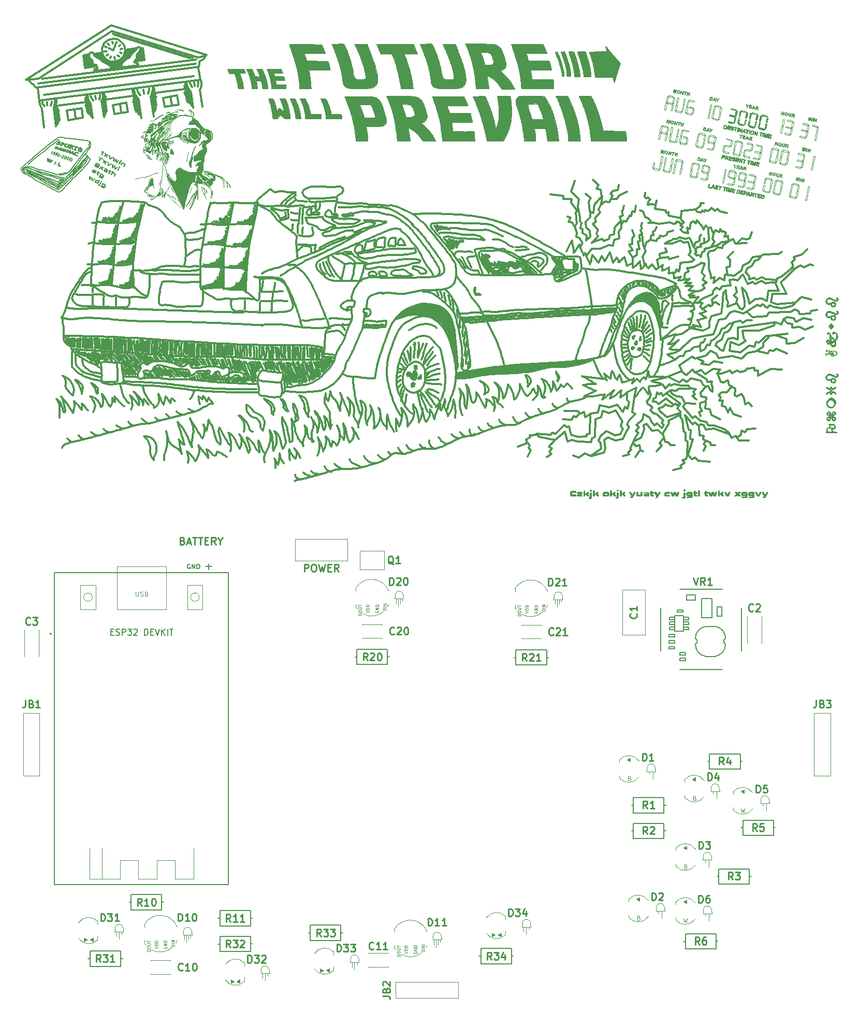
<source format=gto>
G04 #@! TF.GenerationSoftware,KiCad,Pcbnew,(6.0.11)*
G04 #@! TF.CreationDate,2023-06-26T12:51:04-05:00*
G04 #@! TF.ProjectId,future_badge,66757475-7265-45f6-9261-6467652e6b69,2*
G04 #@! TF.SameCoordinates,Original*
G04 #@! TF.FileFunction,Legend,Top*
G04 #@! TF.FilePolarity,Positive*
%FSLAX46Y46*%
G04 Gerber Fmt 4.6, Leading zero omitted, Abs format (unit mm)*
G04 Created by KiCad (PCBNEW (6.0.11)) date 2023-06-26 12:51:04*
%MOMM*%
%LPD*%
G01*
G04 APERTURE LIST*
%ADD10C,0.100000*%
%ADD11C,0.240000*%
%ADD12C,0.150000*%
%ADD13C,0.090000*%
%ADD14C,0.180000*%
%ADD15C,0.050000*%
%ADD16C,0.200000*%
%ADD17C,0.130000*%
%ADD18C,0.120000*%
%ADD19C,0.127000*%
%ADD20C,0.350000*%
G04 APERTURE END LIST*
D10*
X130500000Y-156750000D02*
X130600000Y-156783333D01*
X130633333Y-156816666D01*
X130666666Y-156883333D01*
X130666666Y-156983333D01*
X130633333Y-157050000D01*
X130600000Y-157083333D01*
X130533333Y-157116666D01*
X130266666Y-157116666D01*
X130266666Y-156416666D01*
X130500000Y-156416666D01*
X130566666Y-156450000D01*
X130600000Y-156483333D01*
X130633333Y-156550000D01*
X130633333Y-156616666D01*
X130600000Y-156683333D01*
X130566666Y-156716666D01*
X130500000Y-156750000D01*
X130266666Y-156750000D01*
D11*
X48200000Y-103514285D02*
X48371428Y-103571428D01*
X48428571Y-103628571D01*
X48485714Y-103742857D01*
X48485714Y-103914285D01*
X48428571Y-104028571D01*
X48371428Y-104085714D01*
X48257142Y-104142857D01*
X47800000Y-104142857D01*
X47800000Y-102942857D01*
X48200000Y-102942857D01*
X48314285Y-103000000D01*
X48371428Y-103057142D01*
X48428571Y-103171428D01*
X48428571Y-103285714D01*
X48371428Y-103400000D01*
X48314285Y-103457142D01*
X48200000Y-103514285D01*
X47800000Y-103514285D01*
X48942857Y-103800000D02*
X49514285Y-103800000D01*
X48828571Y-104142857D02*
X49228571Y-102942857D01*
X49628571Y-104142857D01*
X49857142Y-102942857D02*
X50542857Y-102942857D01*
X50200000Y-104142857D02*
X50200000Y-102942857D01*
X50771428Y-102942857D02*
X51457142Y-102942857D01*
X51114285Y-104142857D02*
X51114285Y-102942857D01*
X51857142Y-103514285D02*
X52257142Y-103514285D01*
X52428571Y-104142857D02*
X51857142Y-104142857D01*
X51857142Y-102942857D01*
X52428571Y-102942857D01*
X53628571Y-104142857D02*
X53228571Y-103571428D01*
X52942857Y-104142857D02*
X52942857Y-102942857D01*
X53400000Y-102942857D01*
X53514285Y-103000000D01*
X53571428Y-103057142D01*
X53628571Y-103171428D01*
X53628571Y-103342857D01*
X53571428Y-103457142D01*
X53514285Y-103514285D01*
X53400000Y-103571428D01*
X52942857Y-103571428D01*
X54371428Y-103571428D02*
X54371428Y-104142857D01*
X53971428Y-102942857D02*
X54371428Y-103571428D01*
X54771428Y-102942857D01*
D10*
X122800000Y-165150000D02*
X122900000Y-165183333D01*
X122933333Y-165216666D01*
X122966666Y-165283333D01*
X122966666Y-165383333D01*
X122933333Y-165450000D01*
X122900000Y-165483333D01*
X122833333Y-165516666D01*
X122566666Y-165516666D01*
X122566666Y-164816666D01*
X122800000Y-164816666D01*
X122866666Y-164850000D01*
X122900000Y-164883333D01*
X122933333Y-164950000D01*
X122933333Y-165016666D01*
X122900000Y-165083333D01*
X122866666Y-165116666D01*
X122800000Y-165150000D01*
X122566666Y-165150000D01*
X121300000Y-142300000D02*
X121400000Y-142333333D01*
X121433333Y-142366666D01*
X121466666Y-142433333D01*
X121466666Y-142533333D01*
X121433333Y-142600000D01*
X121400000Y-142633333D01*
X121333333Y-142666666D01*
X121066666Y-142666666D01*
X121066666Y-141966666D01*
X121300000Y-141966666D01*
X121366666Y-142000000D01*
X121400000Y-142033333D01*
X121433333Y-142100000D01*
X121433333Y-142166666D01*
X121400000Y-142233333D01*
X121366666Y-142266666D01*
X121300000Y-142300000D01*
X121066666Y-142300000D01*
X139550000Y-147216666D02*
X139716666Y-147916666D01*
X139850000Y-147416666D01*
X139983333Y-147916666D01*
X140150000Y-147216666D01*
D11*
X68128571Y-108542857D02*
X68128571Y-107342857D01*
X68585714Y-107342857D01*
X68700000Y-107400000D01*
X68757142Y-107457142D01*
X68814285Y-107571428D01*
X68814285Y-107742857D01*
X68757142Y-107857142D01*
X68700000Y-107914285D01*
X68585714Y-107971428D01*
X68128571Y-107971428D01*
X69557142Y-107342857D02*
X69785714Y-107342857D01*
X69900000Y-107400000D01*
X70014285Y-107514285D01*
X70071428Y-107742857D01*
X70071428Y-108142857D01*
X70014285Y-108371428D01*
X69900000Y-108485714D01*
X69785714Y-108542857D01*
X69557142Y-108542857D01*
X69442857Y-108485714D01*
X69328571Y-108371428D01*
X69271428Y-108142857D01*
X69271428Y-107742857D01*
X69328571Y-107514285D01*
X69442857Y-107400000D01*
X69557142Y-107342857D01*
X70471428Y-107342857D02*
X70757142Y-108542857D01*
X70985714Y-107685714D01*
X71214285Y-108542857D01*
X71500000Y-107342857D01*
X71957142Y-107914285D02*
X72357142Y-107914285D01*
X72528571Y-108542857D02*
X71957142Y-108542857D01*
X71957142Y-107342857D01*
X72528571Y-107342857D01*
X73728571Y-108542857D02*
X73328571Y-107971428D01*
X73042857Y-108542857D02*
X73042857Y-107342857D01*
X73500000Y-107342857D01*
X73614285Y-107400000D01*
X73671428Y-107457142D01*
X73728571Y-107571428D01*
X73728571Y-107742857D01*
X73671428Y-107857142D01*
X73614285Y-107914285D01*
X73500000Y-107971428D01*
X73042857Y-107971428D01*
D10*
X130150000Y-165216666D02*
X130316666Y-165916666D01*
X130450000Y-165416666D01*
X130583333Y-165916666D01*
X130750000Y-165216666D01*
X131950000Y-145550000D02*
X132050000Y-145583333D01*
X132083333Y-145616666D01*
X132116666Y-145683333D01*
X132116666Y-145783333D01*
X132083333Y-145850000D01*
X132050000Y-145883333D01*
X131983333Y-145916666D01*
X131716666Y-145916666D01*
X131716666Y-145216666D01*
X131950000Y-145216666D01*
X132016666Y-145250000D01*
X132050000Y-145283333D01*
X132083333Y-145350000D01*
X132083333Y-145416666D01*
X132050000Y-145483333D01*
X132016666Y-145516666D01*
X131950000Y-145550000D01*
X131716666Y-145550000D01*
D11*
X48228571Y-173628571D02*
X48171428Y-173685714D01*
X48000000Y-173742857D01*
X47885714Y-173742857D01*
X47714285Y-173685714D01*
X47600000Y-173571428D01*
X47542857Y-173457142D01*
X47485714Y-173228571D01*
X47485714Y-173057142D01*
X47542857Y-172828571D01*
X47600000Y-172714285D01*
X47714285Y-172600000D01*
X47885714Y-172542857D01*
X48000000Y-172542857D01*
X48171428Y-172600000D01*
X48228571Y-172657142D01*
X49371428Y-173742857D02*
X48685714Y-173742857D01*
X49028571Y-173742857D02*
X49028571Y-172542857D01*
X48914285Y-172714285D01*
X48800000Y-172828571D01*
X48685714Y-172885714D01*
X50114285Y-172542857D02*
X50228571Y-172542857D01*
X50342857Y-172600000D01*
X50400000Y-172657142D01*
X50457142Y-172771428D01*
X50514285Y-173000000D01*
X50514285Y-173285714D01*
X50457142Y-173514285D01*
X50400000Y-173628571D01*
X50342857Y-173685714D01*
X50228571Y-173742857D01*
X50114285Y-173742857D01*
X50000000Y-173685714D01*
X49942857Y-173628571D01*
X49885714Y-173514285D01*
X49828571Y-173285714D01*
X49828571Y-173000000D01*
X49885714Y-172771428D01*
X49942857Y-172657142D01*
X50000000Y-172600000D01*
X50114285Y-172542857D01*
X132639285Y-153842857D02*
X132639285Y-152642857D01*
X132925000Y-152642857D01*
X133096428Y-152700000D01*
X133210714Y-152814285D01*
X133267857Y-152928571D01*
X133325000Y-153157142D01*
X133325000Y-153328571D01*
X133267857Y-153557142D01*
X133210714Y-153671428D01*
X133096428Y-153785714D01*
X132925000Y-153842857D01*
X132639285Y-153842857D01*
X133725000Y-152642857D02*
X134467857Y-152642857D01*
X134067857Y-153100000D01*
X134239285Y-153100000D01*
X134353571Y-153157142D01*
X134410714Y-153214285D01*
X134467857Y-153328571D01*
X134467857Y-153614285D01*
X134410714Y-153728571D01*
X134353571Y-153785714D01*
X134239285Y-153842857D01*
X133896428Y-153842857D01*
X133782142Y-153785714D01*
X133725000Y-153728571D01*
X41543571Y-163152857D02*
X41143571Y-162581428D01*
X40857857Y-163152857D02*
X40857857Y-161952857D01*
X41315000Y-161952857D01*
X41429285Y-162010000D01*
X41486428Y-162067142D01*
X41543571Y-162181428D01*
X41543571Y-162352857D01*
X41486428Y-162467142D01*
X41429285Y-162524285D01*
X41315000Y-162581428D01*
X40857857Y-162581428D01*
X42686428Y-163152857D02*
X42000714Y-163152857D01*
X42343571Y-163152857D02*
X42343571Y-161952857D01*
X42229285Y-162124285D01*
X42115000Y-162238571D01*
X42000714Y-162295714D01*
X43429285Y-161952857D02*
X43543571Y-161952857D01*
X43657857Y-162010000D01*
X43715000Y-162067142D01*
X43772142Y-162181428D01*
X43829285Y-162410000D01*
X43829285Y-162695714D01*
X43772142Y-162924285D01*
X43715000Y-163038571D01*
X43657857Y-163095714D01*
X43543571Y-163152857D01*
X43429285Y-163152857D01*
X43315000Y-163095714D01*
X43257857Y-163038571D01*
X43200714Y-162924285D01*
X43143571Y-162695714D01*
X43143571Y-162410000D01*
X43200714Y-162181428D01*
X43257857Y-162067142D01*
X43315000Y-162010000D01*
X43429285Y-161952857D01*
X82828571Y-118728571D02*
X82771428Y-118785714D01*
X82600000Y-118842857D01*
X82485714Y-118842857D01*
X82314285Y-118785714D01*
X82200000Y-118671428D01*
X82142857Y-118557142D01*
X82085714Y-118328571D01*
X82085714Y-118157142D01*
X82142857Y-117928571D01*
X82200000Y-117814285D01*
X82314285Y-117700000D01*
X82485714Y-117642857D01*
X82600000Y-117642857D01*
X82771428Y-117700000D01*
X82828571Y-117757142D01*
X83285714Y-117757142D02*
X83342857Y-117700000D01*
X83457142Y-117642857D01*
X83742857Y-117642857D01*
X83857142Y-117700000D01*
X83914285Y-117757142D01*
X83971428Y-117871428D01*
X83971428Y-117985714D01*
X83914285Y-118157142D01*
X83228571Y-118842857D01*
X83971428Y-118842857D01*
X84714285Y-117642857D02*
X84828571Y-117642857D01*
X84942857Y-117700000D01*
X85000000Y-117757142D01*
X85057142Y-117871428D01*
X85114285Y-118100000D01*
X85114285Y-118385714D01*
X85057142Y-118614285D01*
X85000000Y-118728571D01*
X84942857Y-118785714D01*
X84828571Y-118842857D01*
X84714285Y-118842857D01*
X84600000Y-118785714D01*
X84542857Y-118728571D01*
X84485714Y-118614285D01*
X84428571Y-118385714D01*
X84428571Y-118100000D01*
X84485714Y-117871428D01*
X84542857Y-117757142D01*
X84600000Y-117700000D01*
X84714285Y-117642857D01*
D12*
X49428571Y-107375000D02*
X49357142Y-107339285D01*
X49250000Y-107339285D01*
X49142857Y-107375000D01*
X49071428Y-107446428D01*
X49035714Y-107517857D01*
X49000000Y-107660714D01*
X49000000Y-107767857D01*
X49035714Y-107910714D01*
X49071428Y-107982142D01*
X49142857Y-108053571D01*
X49250000Y-108089285D01*
X49321428Y-108089285D01*
X49428571Y-108053571D01*
X49464285Y-108017857D01*
X49464285Y-107767857D01*
X49321428Y-107767857D01*
X49785714Y-108089285D02*
X49785714Y-107339285D01*
X50214285Y-108089285D01*
X50214285Y-107339285D01*
X50571428Y-108089285D02*
X50571428Y-107339285D01*
X50750000Y-107339285D01*
X50857142Y-107375000D01*
X50928571Y-107446428D01*
X50964285Y-107517857D01*
X51000000Y-107660714D01*
X51000000Y-107767857D01*
X50964285Y-107910714D01*
X50928571Y-107982142D01*
X50857142Y-108053571D01*
X50750000Y-108089285D01*
X50571428Y-108089285D01*
D11*
X73442857Y-170642857D02*
X73442857Y-169442857D01*
X73728571Y-169442857D01*
X73900000Y-169500000D01*
X74014285Y-169614285D01*
X74071428Y-169728571D01*
X74128571Y-169957142D01*
X74128571Y-170128571D01*
X74071428Y-170357142D01*
X74014285Y-170471428D01*
X73900000Y-170585714D01*
X73728571Y-170642857D01*
X73442857Y-170642857D01*
X74528571Y-169442857D02*
X75271428Y-169442857D01*
X74871428Y-169900000D01*
X75042857Y-169900000D01*
X75157142Y-169957142D01*
X75214285Y-170014285D01*
X75271428Y-170128571D01*
X75271428Y-170414285D01*
X75214285Y-170528571D01*
X75157142Y-170585714D01*
X75042857Y-170642857D01*
X74700000Y-170642857D01*
X74585714Y-170585714D01*
X74528571Y-170528571D01*
X75671428Y-169442857D02*
X76414285Y-169442857D01*
X76014285Y-169900000D01*
X76185714Y-169900000D01*
X76300000Y-169957142D01*
X76357142Y-170014285D01*
X76414285Y-170128571D01*
X76414285Y-170414285D01*
X76357142Y-170528571D01*
X76300000Y-170585714D01*
X76185714Y-170642857D01*
X75842857Y-170642857D01*
X75728571Y-170585714D01*
X75671428Y-170528571D01*
X132735000Y-169482857D02*
X132335000Y-168911428D01*
X132049285Y-169482857D02*
X132049285Y-168282857D01*
X132506428Y-168282857D01*
X132620714Y-168340000D01*
X132677857Y-168397142D01*
X132735000Y-168511428D01*
X132735000Y-168682857D01*
X132677857Y-168797142D01*
X132620714Y-168854285D01*
X132506428Y-168911428D01*
X132049285Y-168911428D01*
X133763571Y-168282857D02*
X133535000Y-168282857D01*
X133420714Y-168340000D01*
X133363571Y-168397142D01*
X133249285Y-168568571D01*
X133192142Y-168797142D01*
X133192142Y-169254285D01*
X133249285Y-169368571D01*
X133306428Y-169425714D01*
X133420714Y-169482857D01*
X133649285Y-169482857D01*
X133763571Y-169425714D01*
X133820714Y-169368571D01*
X133877857Y-169254285D01*
X133877857Y-168968571D01*
X133820714Y-168854285D01*
X133763571Y-168797142D01*
X133649285Y-168740000D01*
X133420714Y-168740000D01*
X133306428Y-168797142D01*
X133249285Y-168854285D01*
X133192142Y-168968571D01*
X124944285Y-162242857D02*
X124944285Y-161042857D01*
X125230000Y-161042857D01*
X125401428Y-161100000D01*
X125515714Y-161214285D01*
X125572857Y-161328571D01*
X125630000Y-161557142D01*
X125630000Y-161728571D01*
X125572857Y-161957142D01*
X125515714Y-162071428D01*
X125401428Y-162185714D01*
X125230000Y-162242857D01*
X124944285Y-162242857D01*
X126087142Y-161157142D02*
X126144285Y-161100000D01*
X126258571Y-161042857D01*
X126544285Y-161042857D01*
X126658571Y-161100000D01*
X126715714Y-161157142D01*
X126772857Y-161271428D01*
X126772857Y-161385714D01*
X126715714Y-161557142D01*
X126030000Y-162242857D01*
X126772857Y-162242857D01*
X124210000Y-147232857D02*
X123810000Y-146661428D01*
X123524285Y-147232857D02*
X123524285Y-146032857D01*
X123981428Y-146032857D01*
X124095714Y-146090000D01*
X124152857Y-146147142D01*
X124210000Y-146261428D01*
X124210000Y-146432857D01*
X124152857Y-146547142D01*
X124095714Y-146604285D01*
X123981428Y-146661428D01*
X123524285Y-146661428D01*
X125352857Y-147232857D02*
X124667142Y-147232857D01*
X125010000Y-147232857D02*
X125010000Y-146032857D01*
X124895714Y-146204285D01*
X124781428Y-146318571D01*
X124667142Y-146375714D01*
X98743571Y-171952857D02*
X98343571Y-171381428D01*
X98057857Y-171952857D02*
X98057857Y-170752857D01*
X98515000Y-170752857D01*
X98629285Y-170810000D01*
X98686428Y-170867142D01*
X98743571Y-170981428D01*
X98743571Y-171152857D01*
X98686428Y-171267142D01*
X98629285Y-171324285D01*
X98515000Y-171381428D01*
X98057857Y-171381428D01*
X99143571Y-170752857D02*
X99886428Y-170752857D01*
X99486428Y-171210000D01*
X99657857Y-171210000D01*
X99772142Y-171267142D01*
X99829285Y-171324285D01*
X99886428Y-171438571D01*
X99886428Y-171724285D01*
X99829285Y-171838571D01*
X99772142Y-171895714D01*
X99657857Y-171952857D01*
X99315000Y-171952857D01*
X99200714Y-171895714D01*
X99143571Y-171838571D01*
X100915000Y-171152857D02*
X100915000Y-171952857D01*
X100629285Y-170695714D02*
X100343571Y-171552857D01*
X101086428Y-171552857D01*
X124210000Y-151432857D02*
X123810000Y-150861428D01*
X123524285Y-151432857D02*
X123524285Y-150232857D01*
X123981428Y-150232857D01*
X124095714Y-150290000D01*
X124152857Y-150347142D01*
X124210000Y-150461428D01*
X124210000Y-150632857D01*
X124152857Y-150747142D01*
X124095714Y-150804285D01*
X123981428Y-150861428D01*
X123524285Y-150861428D01*
X124667142Y-150347142D02*
X124724285Y-150290000D01*
X124838571Y-150232857D01*
X125124285Y-150232857D01*
X125238571Y-150290000D01*
X125295714Y-150347142D01*
X125352857Y-150461428D01*
X125352857Y-150575714D01*
X125295714Y-150747142D01*
X124610000Y-151432857D01*
X125352857Y-151432857D01*
X34813571Y-172332857D02*
X34413571Y-171761428D01*
X34127857Y-172332857D02*
X34127857Y-171132857D01*
X34585000Y-171132857D01*
X34699285Y-171190000D01*
X34756428Y-171247142D01*
X34813571Y-171361428D01*
X34813571Y-171532857D01*
X34756428Y-171647142D01*
X34699285Y-171704285D01*
X34585000Y-171761428D01*
X34127857Y-171761428D01*
X35213571Y-171132857D02*
X35956428Y-171132857D01*
X35556428Y-171590000D01*
X35727857Y-171590000D01*
X35842142Y-171647142D01*
X35899285Y-171704285D01*
X35956428Y-171818571D01*
X35956428Y-172104285D01*
X35899285Y-172218571D01*
X35842142Y-172275714D01*
X35727857Y-172332857D01*
X35385000Y-172332857D01*
X35270714Y-172275714D01*
X35213571Y-172218571D01*
X37099285Y-172332857D02*
X36413571Y-172332857D01*
X36756428Y-172332857D02*
X36756428Y-171132857D01*
X36642142Y-171304285D01*
X36527857Y-171418571D01*
X36413571Y-171475714D01*
X136685000Y-140082857D02*
X136285000Y-139511428D01*
X135999285Y-140082857D02*
X135999285Y-138882857D01*
X136456428Y-138882857D01*
X136570714Y-138940000D01*
X136627857Y-138997142D01*
X136685000Y-139111428D01*
X136685000Y-139282857D01*
X136627857Y-139397142D01*
X136570714Y-139454285D01*
X136456428Y-139511428D01*
X135999285Y-139511428D01*
X137713571Y-139282857D02*
X137713571Y-140082857D01*
X137427857Y-138825714D02*
X137142142Y-139682857D01*
X137885000Y-139682857D01*
X56043571Y-169952857D02*
X55643571Y-169381428D01*
X55357857Y-169952857D02*
X55357857Y-168752857D01*
X55815000Y-168752857D01*
X55929285Y-168810000D01*
X55986428Y-168867142D01*
X56043571Y-168981428D01*
X56043571Y-169152857D01*
X55986428Y-169267142D01*
X55929285Y-169324285D01*
X55815000Y-169381428D01*
X55357857Y-169381428D01*
X56443571Y-168752857D02*
X57186428Y-168752857D01*
X56786428Y-169210000D01*
X56957857Y-169210000D01*
X57072142Y-169267142D01*
X57129285Y-169324285D01*
X57186428Y-169438571D01*
X57186428Y-169724285D01*
X57129285Y-169838571D01*
X57072142Y-169895714D01*
X56957857Y-169952857D01*
X56615000Y-169952857D01*
X56500714Y-169895714D01*
X56443571Y-169838571D01*
X57643571Y-168867142D02*
X57700714Y-168810000D01*
X57815000Y-168752857D01*
X58100714Y-168752857D01*
X58215000Y-168810000D01*
X58272142Y-168867142D01*
X58329285Y-168981428D01*
X58329285Y-169095714D01*
X58272142Y-169267142D01*
X57586428Y-169952857D01*
X58329285Y-169952857D01*
X70843571Y-168152857D02*
X70443571Y-167581428D01*
X70157857Y-168152857D02*
X70157857Y-166952857D01*
X70615000Y-166952857D01*
X70729285Y-167010000D01*
X70786428Y-167067142D01*
X70843571Y-167181428D01*
X70843571Y-167352857D01*
X70786428Y-167467142D01*
X70729285Y-167524285D01*
X70615000Y-167581428D01*
X70157857Y-167581428D01*
X71243571Y-166952857D02*
X71986428Y-166952857D01*
X71586428Y-167410000D01*
X71757857Y-167410000D01*
X71872142Y-167467142D01*
X71929285Y-167524285D01*
X71986428Y-167638571D01*
X71986428Y-167924285D01*
X71929285Y-168038571D01*
X71872142Y-168095714D01*
X71757857Y-168152857D01*
X71415000Y-168152857D01*
X71300714Y-168095714D01*
X71243571Y-168038571D01*
X72386428Y-166952857D02*
X73129285Y-166952857D01*
X72729285Y-167410000D01*
X72900714Y-167410000D01*
X73015000Y-167467142D01*
X73072142Y-167524285D01*
X73129285Y-167638571D01*
X73129285Y-167924285D01*
X73072142Y-168038571D01*
X73015000Y-168095714D01*
X72900714Y-168152857D01*
X72557857Y-168152857D01*
X72443571Y-168095714D01*
X72386428Y-168038571D01*
X88342857Y-166422857D02*
X88342857Y-165222857D01*
X88628571Y-165222857D01*
X88800000Y-165280000D01*
X88914285Y-165394285D01*
X88971428Y-165508571D01*
X89028571Y-165737142D01*
X89028571Y-165908571D01*
X88971428Y-166137142D01*
X88914285Y-166251428D01*
X88800000Y-166365714D01*
X88628571Y-166422857D01*
X88342857Y-166422857D01*
X90171428Y-166422857D02*
X89485714Y-166422857D01*
X89828571Y-166422857D02*
X89828571Y-165222857D01*
X89714285Y-165394285D01*
X89600000Y-165508571D01*
X89485714Y-165565714D01*
X91314285Y-166422857D02*
X90628571Y-166422857D01*
X90971428Y-166422857D02*
X90971428Y-165222857D01*
X90857142Y-165394285D01*
X90742857Y-165508571D01*
X90628571Y-165565714D01*
D10*
X84511190Y-170931666D02*
X85011190Y-170765000D01*
X84511190Y-170598333D01*
X85011190Y-170431666D02*
X84511190Y-170431666D01*
X84511190Y-170312619D01*
X84535000Y-170241190D01*
X84582619Y-170193571D01*
X84630238Y-170169761D01*
X84725476Y-170145952D01*
X84796904Y-170145952D01*
X84892142Y-170169761D01*
X84939761Y-170193571D01*
X84987380Y-170241190D01*
X85011190Y-170312619D01*
X85011190Y-170431666D01*
X85011190Y-169931666D02*
X84511190Y-169931666D01*
X84511190Y-169812619D01*
X84535000Y-169741190D01*
X84582619Y-169693571D01*
X84630238Y-169669761D01*
X84725476Y-169645952D01*
X84796904Y-169645952D01*
X84892142Y-169669761D01*
X84939761Y-169693571D01*
X84987380Y-169741190D01*
X85011190Y-169812619D01*
X85011190Y-169931666D01*
X83786190Y-171385238D02*
X83286190Y-171385238D01*
X83286190Y-171266190D01*
X83310000Y-171194761D01*
X83357619Y-171147142D01*
X83405238Y-171123333D01*
X83500476Y-171099523D01*
X83571904Y-171099523D01*
X83667142Y-171123333D01*
X83714761Y-171147142D01*
X83762380Y-171194761D01*
X83786190Y-171266190D01*
X83786190Y-171385238D01*
X83286190Y-170790000D02*
X83286190Y-170694761D01*
X83310000Y-170647142D01*
X83357619Y-170599523D01*
X83452857Y-170575714D01*
X83619523Y-170575714D01*
X83714761Y-170599523D01*
X83762380Y-170647142D01*
X83786190Y-170694761D01*
X83786190Y-170790000D01*
X83762380Y-170837619D01*
X83714761Y-170885238D01*
X83619523Y-170909047D01*
X83452857Y-170909047D01*
X83357619Y-170885238D01*
X83310000Y-170837619D01*
X83286190Y-170790000D01*
X83286190Y-170361428D02*
X83690952Y-170361428D01*
X83738571Y-170337619D01*
X83762380Y-170313809D01*
X83786190Y-170266190D01*
X83786190Y-170170952D01*
X83762380Y-170123333D01*
X83738571Y-170099523D01*
X83690952Y-170075714D01*
X83286190Y-170075714D01*
X83286190Y-169909047D02*
X83286190Y-169623333D01*
X83786190Y-169766190D02*
X83286190Y-169766190D01*
X86035000Y-170670952D02*
X86011190Y-170718571D01*
X86011190Y-170790000D01*
X86035000Y-170861428D01*
X86082619Y-170909047D01*
X86130238Y-170932857D01*
X86225476Y-170956666D01*
X86296904Y-170956666D01*
X86392142Y-170932857D01*
X86439761Y-170909047D01*
X86487380Y-170861428D01*
X86511190Y-170790000D01*
X86511190Y-170742380D01*
X86487380Y-170670952D01*
X86463571Y-170647142D01*
X86296904Y-170647142D01*
X86296904Y-170742380D01*
X86511190Y-170432857D02*
X86011190Y-170432857D01*
X86511190Y-170147142D01*
X86011190Y-170147142D01*
X86511190Y-169909047D02*
X86011190Y-169909047D01*
X86011190Y-169790000D01*
X86035000Y-169718571D01*
X86082619Y-169670952D01*
X86130238Y-169647142D01*
X86225476Y-169623333D01*
X86296904Y-169623333D01*
X86392142Y-169647142D01*
X86439761Y-169670952D01*
X86487380Y-169718571D01*
X86511190Y-169790000D01*
X86511190Y-169909047D01*
X87786190Y-170551904D02*
X87286190Y-170551904D01*
X87286190Y-170432857D01*
X87310000Y-170361428D01*
X87357619Y-170313809D01*
X87405238Y-170290000D01*
X87500476Y-170266190D01*
X87571904Y-170266190D01*
X87667142Y-170290000D01*
X87714761Y-170313809D01*
X87762380Y-170361428D01*
X87786190Y-170432857D01*
X87786190Y-170551904D01*
X87786190Y-170051904D02*
X87286190Y-170051904D01*
X87786190Y-169813809D02*
X87286190Y-169813809D01*
X87786190Y-169528095D01*
X87286190Y-169528095D01*
D11*
X78443571Y-123052857D02*
X78043571Y-122481428D01*
X77757857Y-123052857D02*
X77757857Y-121852857D01*
X78215000Y-121852857D01*
X78329285Y-121910000D01*
X78386428Y-121967142D01*
X78443571Y-122081428D01*
X78443571Y-122252857D01*
X78386428Y-122367142D01*
X78329285Y-122424285D01*
X78215000Y-122481428D01*
X77757857Y-122481428D01*
X78900714Y-121967142D02*
X78957857Y-121910000D01*
X79072142Y-121852857D01*
X79357857Y-121852857D01*
X79472142Y-121910000D01*
X79529285Y-121967142D01*
X79586428Y-122081428D01*
X79586428Y-122195714D01*
X79529285Y-122367142D01*
X78843571Y-123052857D01*
X79586428Y-123052857D01*
X80329285Y-121852857D02*
X80443571Y-121852857D01*
X80557857Y-121910000D01*
X80615000Y-121967142D01*
X80672142Y-122081428D01*
X80729285Y-122310000D01*
X80729285Y-122595714D01*
X80672142Y-122824285D01*
X80615000Y-122938571D01*
X80557857Y-122995714D01*
X80443571Y-123052857D01*
X80329285Y-123052857D01*
X80215000Y-122995714D01*
X80157857Y-122938571D01*
X80100714Y-122824285D01*
X80043571Y-122595714D01*
X80043571Y-122310000D01*
X80100714Y-122081428D01*
X80157857Y-121967142D01*
X80215000Y-121910000D01*
X80329285Y-121852857D01*
X122428571Y-115400000D02*
X122485714Y-115457142D01*
X122542857Y-115628571D01*
X122542857Y-115742857D01*
X122485714Y-115914285D01*
X122371428Y-116028571D01*
X122257142Y-116085714D01*
X122028571Y-116142857D01*
X121857142Y-116142857D01*
X121628571Y-116085714D01*
X121514285Y-116028571D01*
X121400000Y-115914285D01*
X121342857Y-115742857D01*
X121342857Y-115628571D01*
X121400000Y-115457142D01*
X121457142Y-115400000D01*
X122542857Y-114257142D02*
X122542857Y-114942857D01*
X122542857Y-114600000D02*
X121342857Y-114600000D01*
X121514285Y-114714285D01*
X121628571Y-114828571D01*
X121685714Y-114942857D01*
X56043571Y-165752857D02*
X55643571Y-165181428D01*
X55357857Y-165752857D02*
X55357857Y-164552857D01*
X55815000Y-164552857D01*
X55929285Y-164610000D01*
X55986428Y-164667142D01*
X56043571Y-164781428D01*
X56043571Y-164952857D01*
X55986428Y-165067142D01*
X55929285Y-165124285D01*
X55815000Y-165181428D01*
X55357857Y-165181428D01*
X57186428Y-165752857D02*
X56500714Y-165752857D01*
X56843571Y-165752857D02*
X56843571Y-164552857D01*
X56729285Y-164724285D01*
X56615000Y-164838571D01*
X56500714Y-164895714D01*
X58329285Y-165752857D02*
X57643571Y-165752857D01*
X57986428Y-165752857D02*
X57986428Y-164552857D01*
X57872142Y-164724285D01*
X57757857Y-164838571D01*
X57643571Y-164895714D01*
X47492857Y-165632857D02*
X47492857Y-164432857D01*
X47778571Y-164432857D01*
X47950000Y-164490000D01*
X48064285Y-164604285D01*
X48121428Y-164718571D01*
X48178571Y-164947142D01*
X48178571Y-165118571D01*
X48121428Y-165347142D01*
X48064285Y-165461428D01*
X47950000Y-165575714D01*
X47778571Y-165632857D01*
X47492857Y-165632857D01*
X49321428Y-165632857D02*
X48635714Y-165632857D01*
X48978571Y-165632857D02*
X48978571Y-164432857D01*
X48864285Y-164604285D01*
X48750000Y-164718571D01*
X48635714Y-164775714D01*
X50064285Y-164432857D02*
X50178571Y-164432857D01*
X50292857Y-164490000D01*
X50350000Y-164547142D01*
X50407142Y-164661428D01*
X50464285Y-164890000D01*
X50464285Y-165175714D01*
X50407142Y-165404285D01*
X50350000Y-165518571D01*
X50292857Y-165575714D01*
X50178571Y-165632857D01*
X50064285Y-165632857D01*
X49950000Y-165575714D01*
X49892857Y-165518571D01*
X49835714Y-165404285D01*
X49778571Y-165175714D01*
X49778571Y-164890000D01*
X49835714Y-164661428D01*
X49892857Y-164547142D01*
X49950000Y-164490000D01*
X50064285Y-164432857D01*
D10*
X42921190Y-170595238D02*
X42421190Y-170595238D01*
X42421190Y-170476190D01*
X42445000Y-170404761D01*
X42492619Y-170357142D01*
X42540238Y-170333333D01*
X42635476Y-170309523D01*
X42706904Y-170309523D01*
X42802142Y-170333333D01*
X42849761Y-170357142D01*
X42897380Y-170404761D01*
X42921190Y-170476190D01*
X42921190Y-170595238D01*
X42421190Y-170000000D02*
X42421190Y-169904761D01*
X42445000Y-169857142D01*
X42492619Y-169809523D01*
X42587857Y-169785714D01*
X42754523Y-169785714D01*
X42849761Y-169809523D01*
X42897380Y-169857142D01*
X42921190Y-169904761D01*
X42921190Y-170000000D01*
X42897380Y-170047619D01*
X42849761Y-170095238D01*
X42754523Y-170119047D01*
X42587857Y-170119047D01*
X42492619Y-170095238D01*
X42445000Y-170047619D01*
X42421190Y-170000000D01*
X42421190Y-169571428D02*
X42825952Y-169571428D01*
X42873571Y-169547619D01*
X42897380Y-169523809D01*
X42921190Y-169476190D01*
X42921190Y-169380952D01*
X42897380Y-169333333D01*
X42873571Y-169309523D01*
X42825952Y-169285714D01*
X42421190Y-169285714D01*
X42421190Y-169119047D02*
X42421190Y-168833333D01*
X42921190Y-168976190D02*
X42421190Y-168976190D01*
X46921190Y-169761904D02*
X46421190Y-169761904D01*
X46421190Y-169642857D01*
X46445000Y-169571428D01*
X46492619Y-169523809D01*
X46540238Y-169500000D01*
X46635476Y-169476190D01*
X46706904Y-169476190D01*
X46802142Y-169500000D01*
X46849761Y-169523809D01*
X46897380Y-169571428D01*
X46921190Y-169642857D01*
X46921190Y-169761904D01*
X46921190Y-169261904D02*
X46421190Y-169261904D01*
X46921190Y-169023809D02*
X46421190Y-169023809D01*
X46921190Y-168738095D01*
X46421190Y-168738095D01*
X45170000Y-169880952D02*
X45146190Y-169928571D01*
X45146190Y-170000000D01*
X45170000Y-170071428D01*
X45217619Y-170119047D01*
X45265238Y-170142857D01*
X45360476Y-170166666D01*
X45431904Y-170166666D01*
X45527142Y-170142857D01*
X45574761Y-170119047D01*
X45622380Y-170071428D01*
X45646190Y-170000000D01*
X45646190Y-169952380D01*
X45622380Y-169880952D01*
X45598571Y-169857142D01*
X45431904Y-169857142D01*
X45431904Y-169952380D01*
X45646190Y-169642857D02*
X45146190Y-169642857D01*
X45646190Y-169357142D01*
X45146190Y-169357142D01*
X45646190Y-169119047D02*
X45146190Y-169119047D01*
X45146190Y-169000000D01*
X45170000Y-168928571D01*
X45217619Y-168880952D01*
X45265238Y-168857142D01*
X45360476Y-168833333D01*
X45431904Y-168833333D01*
X45527142Y-168857142D01*
X45574761Y-168880952D01*
X45622380Y-168928571D01*
X45646190Y-169000000D01*
X45646190Y-169119047D01*
X43646190Y-170141666D02*
X44146190Y-169975000D01*
X43646190Y-169808333D01*
X44146190Y-169641666D02*
X43646190Y-169641666D01*
X43646190Y-169522619D01*
X43670000Y-169451190D01*
X43717619Y-169403571D01*
X43765238Y-169379761D01*
X43860476Y-169355952D01*
X43931904Y-169355952D01*
X44027142Y-169379761D01*
X44074761Y-169403571D01*
X44122380Y-169451190D01*
X44146190Y-169522619D01*
X44146190Y-169641666D01*
X44146190Y-169141666D02*
X43646190Y-169141666D01*
X43646190Y-169022619D01*
X43670000Y-168951190D01*
X43717619Y-168903571D01*
X43765238Y-168879761D01*
X43860476Y-168855952D01*
X43931904Y-168855952D01*
X44027142Y-168879761D01*
X44074761Y-168903571D01*
X44122380Y-168951190D01*
X44146190Y-169022619D01*
X44146190Y-169141666D01*
D11*
X34842857Y-165642857D02*
X34842857Y-164442857D01*
X35128571Y-164442857D01*
X35300000Y-164500000D01*
X35414285Y-164614285D01*
X35471428Y-164728571D01*
X35528571Y-164957142D01*
X35528571Y-165128571D01*
X35471428Y-165357142D01*
X35414285Y-165471428D01*
X35300000Y-165585714D01*
X35128571Y-165642857D01*
X34842857Y-165642857D01*
X35928571Y-164442857D02*
X36671428Y-164442857D01*
X36271428Y-164900000D01*
X36442857Y-164900000D01*
X36557142Y-164957142D01*
X36614285Y-165014285D01*
X36671428Y-165128571D01*
X36671428Y-165414285D01*
X36614285Y-165528571D01*
X36557142Y-165585714D01*
X36442857Y-165642857D01*
X36100000Y-165642857D01*
X35985714Y-165585714D01*
X35928571Y-165528571D01*
X37814285Y-165642857D02*
X37128571Y-165642857D01*
X37471428Y-165642857D02*
X37471428Y-164442857D01*
X37357142Y-164614285D01*
X37242857Y-164728571D01*
X37128571Y-164785714D01*
D10*
X40556071Y-111816785D02*
X40556071Y-112423928D01*
X40591785Y-112495357D01*
X40627500Y-112531071D01*
X40698928Y-112566785D01*
X40841785Y-112566785D01*
X40913214Y-112531071D01*
X40948928Y-112495357D01*
X40984642Y-112423928D01*
X40984642Y-111816785D01*
X41306071Y-112531071D02*
X41413214Y-112566785D01*
X41591785Y-112566785D01*
X41663214Y-112531071D01*
X41698928Y-112495357D01*
X41734642Y-112423928D01*
X41734642Y-112352500D01*
X41698928Y-112281071D01*
X41663214Y-112245357D01*
X41591785Y-112209642D01*
X41448928Y-112173928D01*
X41377500Y-112138214D01*
X41341785Y-112102500D01*
X41306071Y-112031071D01*
X41306071Y-111959642D01*
X41341785Y-111888214D01*
X41377500Y-111852500D01*
X41448928Y-111816785D01*
X41627500Y-111816785D01*
X41734642Y-111852500D01*
X42306071Y-112173928D02*
X42413214Y-112209642D01*
X42448928Y-112245357D01*
X42484642Y-112316785D01*
X42484642Y-112423928D01*
X42448928Y-112495357D01*
X42413214Y-112531071D01*
X42341785Y-112566785D01*
X42056071Y-112566785D01*
X42056071Y-111816785D01*
X42306071Y-111816785D01*
X42377500Y-111852500D01*
X42413214Y-111888214D01*
X42448928Y-111959642D01*
X42448928Y-112031071D01*
X42413214Y-112102500D01*
X42377500Y-112138214D01*
X42306071Y-112173928D01*
X42056071Y-112173928D01*
D12*
X36478690Y-118406071D02*
X36812023Y-118406071D01*
X36954880Y-118929880D02*
X36478690Y-118929880D01*
X36478690Y-117929880D01*
X36954880Y-117929880D01*
X37335833Y-118882261D02*
X37478690Y-118929880D01*
X37716785Y-118929880D01*
X37812023Y-118882261D01*
X37859642Y-118834642D01*
X37907261Y-118739404D01*
X37907261Y-118644166D01*
X37859642Y-118548928D01*
X37812023Y-118501309D01*
X37716785Y-118453690D01*
X37526309Y-118406071D01*
X37431071Y-118358452D01*
X37383452Y-118310833D01*
X37335833Y-118215595D01*
X37335833Y-118120357D01*
X37383452Y-118025119D01*
X37431071Y-117977500D01*
X37526309Y-117929880D01*
X37764404Y-117929880D01*
X37907261Y-117977500D01*
X38335833Y-118929880D02*
X38335833Y-117929880D01*
X38716785Y-117929880D01*
X38812023Y-117977500D01*
X38859642Y-118025119D01*
X38907261Y-118120357D01*
X38907261Y-118263214D01*
X38859642Y-118358452D01*
X38812023Y-118406071D01*
X38716785Y-118453690D01*
X38335833Y-118453690D01*
X39240595Y-117929880D02*
X39859642Y-117929880D01*
X39526309Y-118310833D01*
X39669166Y-118310833D01*
X39764404Y-118358452D01*
X39812023Y-118406071D01*
X39859642Y-118501309D01*
X39859642Y-118739404D01*
X39812023Y-118834642D01*
X39764404Y-118882261D01*
X39669166Y-118929880D01*
X39383452Y-118929880D01*
X39288214Y-118882261D01*
X39240595Y-118834642D01*
X40240595Y-118025119D02*
X40288214Y-117977500D01*
X40383452Y-117929880D01*
X40621547Y-117929880D01*
X40716785Y-117977500D01*
X40764404Y-118025119D01*
X40812023Y-118120357D01*
X40812023Y-118215595D01*
X40764404Y-118358452D01*
X40192976Y-118929880D01*
X40812023Y-118929880D01*
X42002500Y-118929880D02*
X42002500Y-117929880D01*
X42240595Y-117929880D01*
X42383452Y-117977500D01*
X42478690Y-118072738D01*
X42526309Y-118167976D01*
X42573928Y-118358452D01*
X42573928Y-118501309D01*
X42526309Y-118691785D01*
X42478690Y-118787023D01*
X42383452Y-118882261D01*
X42240595Y-118929880D01*
X42002500Y-118929880D01*
X43002500Y-118406071D02*
X43335833Y-118406071D01*
X43478690Y-118929880D02*
X43002500Y-118929880D01*
X43002500Y-117929880D01*
X43478690Y-117929880D01*
X43764404Y-117929880D02*
X44097738Y-118929880D01*
X44431071Y-117929880D01*
X44764404Y-118929880D02*
X44764404Y-117929880D01*
X45335833Y-118929880D02*
X44907261Y-118358452D01*
X45335833Y-117929880D02*
X44764404Y-118501309D01*
X45764404Y-118929880D02*
X45764404Y-117929880D01*
X46097738Y-117929880D02*
X46669166Y-117929880D01*
X46383452Y-118929880D02*
X46383452Y-117929880D01*
D11*
X79428571Y-170178571D02*
X79371428Y-170235714D01*
X79200000Y-170292857D01*
X79085714Y-170292857D01*
X78914285Y-170235714D01*
X78800000Y-170121428D01*
X78742857Y-170007142D01*
X78685714Y-169778571D01*
X78685714Y-169607142D01*
X78742857Y-169378571D01*
X78800000Y-169264285D01*
X78914285Y-169150000D01*
X79085714Y-169092857D01*
X79200000Y-169092857D01*
X79371428Y-169150000D01*
X79428571Y-169207142D01*
X80571428Y-170292857D02*
X79885714Y-170292857D01*
X80228571Y-170292857D02*
X80228571Y-169092857D01*
X80114285Y-169264285D01*
X80000000Y-169378571D01*
X79885714Y-169435714D01*
X81714285Y-170292857D02*
X81028571Y-170292857D01*
X81371428Y-170292857D02*
X81371428Y-169092857D01*
X81257142Y-169264285D01*
X81142857Y-169378571D01*
X81028571Y-169435714D01*
X104468571Y-123152857D02*
X104068571Y-122581428D01*
X103782857Y-123152857D02*
X103782857Y-121952857D01*
X104240000Y-121952857D01*
X104354285Y-122010000D01*
X104411428Y-122067142D01*
X104468571Y-122181428D01*
X104468571Y-122352857D01*
X104411428Y-122467142D01*
X104354285Y-122524285D01*
X104240000Y-122581428D01*
X103782857Y-122581428D01*
X104925714Y-122067142D02*
X104982857Y-122010000D01*
X105097142Y-121952857D01*
X105382857Y-121952857D01*
X105497142Y-122010000D01*
X105554285Y-122067142D01*
X105611428Y-122181428D01*
X105611428Y-122295714D01*
X105554285Y-122467142D01*
X104868571Y-123152857D01*
X105611428Y-123152857D01*
X106754285Y-123152857D02*
X106068571Y-123152857D01*
X106411428Y-123152857D02*
X106411428Y-121952857D01*
X106297142Y-122124285D01*
X106182857Y-122238571D01*
X106068571Y-122295714D01*
X142014285Y-144642857D02*
X142014285Y-143442857D01*
X142300000Y-143442857D01*
X142471428Y-143500000D01*
X142585714Y-143614285D01*
X142642857Y-143728571D01*
X142700000Y-143957142D01*
X142700000Y-144128571D01*
X142642857Y-144357142D01*
X142585714Y-144471428D01*
X142471428Y-144585714D01*
X142300000Y-144642857D01*
X142014285Y-144642857D01*
X143785714Y-143442857D02*
X143214285Y-143442857D01*
X143157142Y-144014285D01*
X143214285Y-143957142D01*
X143328571Y-143900000D01*
X143614285Y-143900000D01*
X143728571Y-143957142D01*
X143785714Y-144014285D01*
X143842857Y-144128571D01*
X143842857Y-144414285D01*
X143785714Y-144528571D01*
X143728571Y-144585714D01*
X143614285Y-144642857D01*
X143328571Y-144642857D01*
X143214285Y-144585714D01*
X143157142Y-144528571D01*
X58842857Y-172442857D02*
X58842857Y-171242857D01*
X59128571Y-171242857D01*
X59300000Y-171300000D01*
X59414285Y-171414285D01*
X59471428Y-171528571D01*
X59528571Y-171757142D01*
X59528571Y-171928571D01*
X59471428Y-172157142D01*
X59414285Y-172271428D01*
X59300000Y-172385714D01*
X59128571Y-172442857D01*
X58842857Y-172442857D01*
X59928571Y-171242857D02*
X60671428Y-171242857D01*
X60271428Y-171700000D01*
X60442857Y-171700000D01*
X60557142Y-171757142D01*
X60614285Y-171814285D01*
X60671428Y-171928571D01*
X60671428Y-172214285D01*
X60614285Y-172328571D01*
X60557142Y-172385714D01*
X60442857Y-172442857D01*
X60100000Y-172442857D01*
X59985714Y-172385714D01*
X59928571Y-172328571D01*
X61128571Y-171357142D02*
X61185714Y-171300000D01*
X61300000Y-171242857D01*
X61585714Y-171242857D01*
X61700000Y-171300000D01*
X61757142Y-171357142D01*
X61814285Y-171471428D01*
X61814285Y-171585714D01*
X61757142Y-171757142D01*
X61071428Y-172442857D01*
X61814285Y-172442857D01*
X23300000Y-117128571D02*
X23242857Y-117185714D01*
X23071428Y-117242857D01*
X22957142Y-117242857D01*
X22785714Y-117185714D01*
X22671428Y-117071428D01*
X22614285Y-116957142D01*
X22557142Y-116728571D01*
X22557142Y-116557142D01*
X22614285Y-116328571D01*
X22671428Y-116214285D01*
X22785714Y-116100000D01*
X22957142Y-116042857D01*
X23071428Y-116042857D01*
X23242857Y-116100000D01*
X23300000Y-116157142D01*
X23700000Y-116042857D02*
X24442857Y-116042857D01*
X24042857Y-116500000D01*
X24214285Y-116500000D01*
X24328571Y-116557142D01*
X24385714Y-116614285D01*
X24442857Y-116728571D01*
X24442857Y-117014285D01*
X24385714Y-117128571D01*
X24328571Y-117185714D01*
X24214285Y-117242857D01*
X23871428Y-117242857D01*
X23757142Y-117185714D01*
X23700000Y-117128571D01*
X132614285Y-162642857D02*
X132614285Y-161442857D01*
X132900000Y-161442857D01*
X133071428Y-161500000D01*
X133185714Y-161614285D01*
X133242857Y-161728571D01*
X133300000Y-161957142D01*
X133300000Y-162128571D01*
X133242857Y-162357142D01*
X133185714Y-162471428D01*
X133071428Y-162585714D01*
X132900000Y-162642857D01*
X132614285Y-162642857D01*
X134328571Y-161442857D02*
X134100000Y-161442857D01*
X133985714Y-161500000D01*
X133928571Y-161557142D01*
X133814285Y-161728571D01*
X133757142Y-161957142D01*
X133757142Y-162414285D01*
X133814285Y-162528571D01*
X133871428Y-162585714D01*
X133985714Y-162642857D01*
X134214285Y-162642857D01*
X134328571Y-162585714D01*
X134385714Y-162528571D01*
X134442857Y-162414285D01*
X134442857Y-162128571D01*
X134385714Y-162014285D01*
X134328571Y-161957142D01*
X134214285Y-161900000D01*
X133985714Y-161900000D01*
X133871428Y-161957142D01*
X133814285Y-162014285D01*
X133757142Y-162128571D01*
X123414285Y-139442857D02*
X123414285Y-138242857D01*
X123700000Y-138242857D01*
X123871428Y-138300000D01*
X123985714Y-138414285D01*
X124042857Y-138528571D01*
X124100000Y-138757142D01*
X124100000Y-138928571D01*
X124042857Y-139157142D01*
X123985714Y-139271428D01*
X123871428Y-139385714D01*
X123700000Y-139442857D01*
X123414285Y-139442857D01*
X125242857Y-139442857D02*
X124557142Y-139442857D01*
X124900000Y-139442857D02*
X124900000Y-138242857D01*
X124785714Y-138414285D01*
X124671428Y-138528571D01*
X124557142Y-138585714D01*
X138185000Y-158882857D02*
X137785000Y-158311428D01*
X137499285Y-158882857D02*
X137499285Y-157682857D01*
X137956428Y-157682857D01*
X138070714Y-157740000D01*
X138127857Y-157797142D01*
X138185000Y-157911428D01*
X138185000Y-158082857D01*
X138127857Y-158197142D01*
X138070714Y-158254285D01*
X137956428Y-158311428D01*
X137499285Y-158311428D01*
X138585000Y-157682857D02*
X139327857Y-157682857D01*
X138927857Y-158140000D01*
X139099285Y-158140000D01*
X139213571Y-158197142D01*
X139270714Y-158254285D01*
X139327857Y-158368571D01*
X139327857Y-158654285D01*
X139270714Y-158768571D01*
X139213571Y-158825714D01*
X139099285Y-158882857D01*
X138756428Y-158882857D01*
X138642142Y-158825714D01*
X138585000Y-158768571D01*
X101542857Y-164842857D02*
X101542857Y-163642857D01*
X101828571Y-163642857D01*
X102000000Y-163700000D01*
X102114285Y-163814285D01*
X102171428Y-163928571D01*
X102228571Y-164157142D01*
X102228571Y-164328571D01*
X102171428Y-164557142D01*
X102114285Y-164671428D01*
X102000000Y-164785714D01*
X101828571Y-164842857D01*
X101542857Y-164842857D01*
X102628571Y-163642857D02*
X103371428Y-163642857D01*
X102971428Y-164100000D01*
X103142857Y-164100000D01*
X103257142Y-164157142D01*
X103314285Y-164214285D01*
X103371428Y-164328571D01*
X103371428Y-164614285D01*
X103314285Y-164728571D01*
X103257142Y-164785714D01*
X103142857Y-164842857D01*
X102800000Y-164842857D01*
X102685714Y-164785714D01*
X102628571Y-164728571D01*
X104400000Y-164042857D02*
X104400000Y-164842857D01*
X104114285Y-163585714D02*
X103828571Y-164442857D01*
X104571428Y-164442857D01*
X131728571Y-109542857D02*
X132128571Y-110742857D01*
X132528571Y-109542857D01*
X133614285Y-110742857D02*
X133214285Y-110171428D01*
X132928571Y-110742857D02*
X132928571Y-109542857D01*
X133385714Y-109542857D01*
X133500000Y-109600000D01*
X133557142Y-109657142D01*
X133614285Y-109771428D01*
X133614285Y-109942857D01*
X133557142Y-110057142D01*
X133500000Y-110114285D01*
X133385714Y-110171428D01*
X132928571Y-110171428D01*
X134757142Y-110742857D02*
X134071428Y-110742857D01*
X134414285Y-110742857D02*
X134414285Y-109542857D01*
X134300000Y-109714285D01*
X134185714Y-109828571D01*
X134071428Y-109885714D01*
X108828571Y-118828571D02*
X108771428Y-118885714D01*
X108600000Y-118942857D01*
X108485714Y-118942857D01*
X108314285Y-118885714D01*
X108200000Y-118771428D01*
X108142857Y-118657142D01*
X108085714Y-118428571D01*
X108085714Y-118257142D01*
X108142857Y-118028571D01*
X108200000Y-117914285D01*
X108314285Y-117800000D01*
X108485714Y-117742857D01*
X108600000Y-117742857D01*
X108771428Y-117800000D01*
X108828571Y-117857142D01*
X109285714Y-117857142D02*
X109342857Y-117800000D01*
X109457142Y-117742857D01*
X109742857Y-117742857D01*
X109857142Y-117800000D01*
X109914285Y-117857142D01*
X109971428Y-117971428D01*
X109971428Y-118085714D01*
X109914285Y-118257142D01*
X109228571Y-118942857D01*
X109971428Y-118942857D01*
X111114285Y-118942857D02*
X110428571Y-118942857D01*
X110771428Y-118942857D02*
X110771428Y-117742857D01*
X110657142Y-117914285D01*
X110542857Y-118028571D01*
X110428571Y-118085714D01*
X142135000Y-150932857D02*
X141735000Y-150361428D01*
X141449285Y-150932857D02*
X141449285Y-149732857D01*
X141906428Y-149732857D01*
X142020714Y-149790000D01*
X142077857Y-149847142D01*
X142135000Y-149961428D01*
X142135000Y-150132857D01*
X142077857Y-150247142D01*
X142020714Y-150304285D01*
X141906428Y-150361428D01*
X141449285Y-150361428D01*
X143220714Y-149732857D02*
X142649285Y-149732857D01*
X142592142Y-150304285D01*
X142649285Y-150247142D01*
X142763571Y-150190000D01*
X143049285Y-150190000D01*
X143163571Y-150247142D01*
X143220714Y-150304285D01*
X143277857Y-150418571D01*
X143277857Y-150704285D01*
X143220714Y-150818571D01*
X143163571Y-150875714D01*
X143049285Y-150932857D01*
X142763571Y-150932857D01*
X142649285Y-150875714D01*
X142592142Y-150818571D01*
X82042857Y-110742857D02*
X82042857Y-109542857D01*
X82328571Y-109542857D01*
X82500000Y-109600000D01*
X82614285Y-109714285D01*
X82671428Y-109828571D01*
X82728571Y-110057142D01*
X82728571Y-110228571D01*
X82671428Y-110457142D01*
X82614285Y-110571428D01*
X82500000Y-110685714D01*
X82328571Y-110742857D01*
X82042857Y-110742857D01*
X83185714Y-109657142D02*
X83242857Y-109600000D01*
X83357142Y-109542857D01*
X83642857Y-109542857D01*
X83757142Y-109600000D01*
X83814285Y-109657142D01*
X83871428Y-109771428D01*
X83871428Y-109885714D01*
X83814285Y-110057142D01*
X83128571Y-110742857D01*
X83871428Y-110742857D01*
X84614285Y-109542857D02*
X84728571Y-109542857D01*
X84842857Y-109600000D01*
X84900000Y-109657142D01*
X84957142Y-109771428D01*
X85014285Y-110000000D01*
X85014285Y-110285714D01*
X84957142Y-110514285D01*
X84900000Y-110628571D01*
X84842857Y-110685714D01*
X84728571Y-110742857D01*
X84614285Y-110742857D01*
X84500000Y-110685714D01*
X84442857Y-110628571D01*
X84385714Y-110514285D01*
X84328571Y-110285714D01*
X84328571Y-110000000D01*
X84385714Y-109771428D01*
X84442857Y-109657142D01*
X84500000Y-109600000D01*
X84614285Y-109542857D01*
D10*
X78216190Y-115241666D02*
X78716190Y-115075000D01*
X78216190Y-114908333D01*
X78716190Y-114741666D02*
X78216190Y-114741666D01*
X78216190Y-114622619D01*
X78240000Y-114551190D01*
X78287619Y-114503571D01*
X78335238Y-114479761D01*
X78430476Y-114455952D01*
X78501904Y-114455952D01*
X78597142Y-114479761D01*
X78644761Y-114503571D01*
X78692380Y-114551190D01*
X78716190Y-114622619D01*
X78716190Y-114741666D01*
X78716190Y-114241666D02*
X78216190Y-114241666D01*
X78216190Y-114122619D01*
X78240000Y-114051190D01*
X78287619Y-114003571D01*
X78335238Y-113979761D01*
X78430476Y-113955952D01*
X78501904Y-113955952D01*
X78597142Y-113979761D01*
X78644761Y-114003571D01*
X78692380Y-114051190D01*
X78716190Y-114122619D01*
X78716190Y-114241666D01*
X79740000Y-114980952D02*
X79716190Y-115028571D01*
X79716190Y-115100000D01*
X79740000Y-115171428D01*
X79787619Y-115219047D01*
X79835238Y-115242857D01*
X79930476Y-115266666D01*
X80001904Y-115266666D01*
X80097142Y-115242857D01*
X80144761Y-115219047D01*
X80192380Y-115171428D01*
X80216190Y-115100000D01*
X80216190Y-115052380D01*
X80192380Y-114980952D01*
X80168571Y-114957142D01*
X80001904Y-114957142D01*
X80001904Y-115052380D01*
X80216190Y-114742857D02*
X79716190Y-114742857D01*
X80216190Y-114457142D01*
X79716190Y-114457142D01*
X80216190Y-114219047D02*
X79716190Y-114219047D01*
X79716190Y-114100000D01*
X79740000Y-114028571D01*
X79787619Y-113980952D01*
X79835238Y-113957142D01*
X79930476Y-113933333D01*
X80001904Y-113933333D01*
X80097142Y-113957142D01*
X80144761Y-113980952D01*
X80192380Y-114028571D01*
X80216190Y-114100000D01*
X80216190Y-114219047D01*
X81491190Y-114861904D02*
X80991190Y-114861904D01*
X80991190Y-114742857D01*
X81015000Y-114671428D01*
X81062619Y-114623809D01*
X81110238Y-114600000D01*
X81205476Y-114576190D01*
X81276904Y-114576190D01*
X81372142Y-114600000D01*
X81419761Y-114623809D01*
X81467380Y-114671428D01*
X81491190Y-114742857D01*
X81491190Y-114861904D01*
X81491190Y-114361904D02*
X80991190Y-114361904D01*
X81491190Y-114123809D02*
X80991190Y-114123809D01*
X81491190Y-113838095D01*
X80991190Y-113838095D01*
X77491190Y-115695238D02*
X76991190Y-115695238D01*
X76991190Y-115576190D01*
X77015000Y-115504761D01*
X77062619Y-115457142D01*
X77110238Y-115433333D01*
X77205476Y-115409523D01*
X77276904Y-115409523D01*
X77372142Y-115433333D01*
X77419761Y-115457142D01*
X77467380Y-115504761D01*
X77491190Y-115576190D01*
X77491190Y-115695238D01*
X76991190Y-115100000D02*
X76991190Y-115004761D01*
X77015000Y-114957142D01*
X77062619Y-114909523D01*
X77157857Y-114885714D01*
X77324523Y-114885714D01*
X77419761Y-114909523D01*
X77467380Y-114957142D01*
X77491190Y-115004761D01*
X77491190Y-115100000D01*
X77467380Y-115147619D01*
X77419761Y-115195238D01*
X77324523Y-115219047D01*
X77157857Y-115219047D01*
X77062619Y-115195238D01*
X77015000Y-115147619D01*
X76991190Y-115100000D01*
X76991190Y-114671428D02*
X77395952Y-114671428D01*
X77443571Y-114647619D01*
X77467380Y-114623809D01*
X77491190Y-114576190D01*
X77491190Y-114480952D01*
X77467380Y-114433333D01*
X77443571Y-114409523D01*
X77395952Y-114385714D01*
X76991190Y-114385714D01*
X76991190Y-114219047D02*
X76991190Y-113933333D01*
X77491190Y-114076190D02*
X76991190Y-114076190D01*
D11*
X134084285Y-142642857D02*
X134084285Y-141442857D01*
X134370000Y-141442857D01*
X134541428Y-141500000D01*
X134655714Y-141614285D01*
X134712857Y-141728571D01*
X134770000Y-141957142D01*
X134770000Y-142128571D01*
X134712857Y-142357142D01*
X134655714Y-142471428D01*
X134541428Y-142585714D01*
X134370000Y-142642857D01*
X134084285Y-142642857D01*
X135798571Y-141842857D02*
X135798571Y-142642857D01*
X135512857Y-141385714D02*
X135227142Y-142242857D01*
X135970000Y-142242857D01*
X82685714Y-107357142D02*
X82571428Y-107300000D01*
X82457142Y-107185714D01*
X82285714Y-107014285D01*
X82171428Y-106957142D01*
X82057142Y-106957142D01*
X82114285Y-107242857D02*
X82000000Y-107185714D01*
X81885714Y-107071428D01*
X81828571Y-106842857D01*
X81828571Y-106442857D01*
X81885714Y-106214285D01*
X82000000Y-106100000D01*
X82114285Y-106042857D01*
X82342857Y-106042857D01*
X82457142Y-106100000D01*
X82571428Y-106214285D01*
X82628571Y-106442857D01*
X82628571Y-106842857D01*
X82571428Y-107071428D01*
X82457142Y-107185714D01*
X82342857Y-107242857D01*
X82114285Y-107242857D01*
X83771428Y-107242857D02*
X83085714Y-107242857D01*
X83428571Y-107242857D02*
X83428571Y-106042857D01*
X83314285Y-106214285D01*
X83200000Y-106328571D01*
X83085714Y-106385714D01*
X108042857Y-110832857D02*
X108042857Y-109632857D01*
X108328571Y-109632857D01*
X108500000Y-109690000D01*
X108614285Y-109804285D01*
X108671428Y-109918571D01*
X108728571Y-110147142D01*
X108728571Y-110318571D01*
X108671428Y-110547142D01*
X108614285Y-110661428D01*
X108500000Y-110775714D01*
X108328571Y-110832857D01*
X108042857Y-110832857D01*
X109185714Y-109747142D02*
X109242857Y-109690000D01*
X109357142Y-109632857D01*
X109642857Y-109632857D01*
X109757142Y-109690000D01*
X109814285Y-109747142D01*
X109871428Y-109861428D01*
X109871428Y-109975714D01*
X109814285Y-110147142D01*
X109128571Y-110832857D01*
X109871428Y-110832857D01*
X111014285Y-110832857D02*
X110328571Y-110832857D01*
X110671428Y-110832857D02*
X110671428Y-109632857D01*
X110557142Y-109804285D01*
X110442857Y-109918571D01*
X110328571Y-109975714D01*
D10*
X107496190Y-114961904D02*
X106996190Y-114961904D01*
X106996190Y-114842857D01*
X107020000Y-114771428D01*
X107067619Y-114723809D01*
X107115238Y-114700000D01*
X107210476Y-114676190D01*
X107281904Y-114676190D01*
X107377142Y-114700000D01*
X107424761Y-114723809D01*
X107472380Y-114771428D01*
X107496190Y-114842857D01*
X107496190Y-114961904D01*
X107496190Y-114461904D02*
X106996190Y-114461904D01*
X107496190Y-114223809D02*
X106996190Y-114223809D01*
X107496190Y-113938095D01*
X106996190Y-113938095D01*
X105745000Y-115080952D02*
X105721190Y-115128571D01*
X105721190Y-115200000D01*
X105745000Y-115271428D01*
X105792619Y-115319047D01*
X105840238Y-115342857D01*
X105935476Y-115366666D01*
X106006904Y-115366666D01*
X106102142Y-115342857D01*
X106149761Y-115319047D01*
X106197380Y-115271428D01*
X106221190Y-115200000D01*
X106221190Y-115152380D01*
X106197380Y-115080952D01*
X106173571Y-115057142D01*
X106006904Y-115057142D01*
X106006904Y-115152380D01*
X106221190Y-114842857D02*
X105721190Y-114842857D01*
X106221190Y-114557142D01*
X105721190Y-114557142D01*
X106221190Y-114319047D02*
X105721190Y-114319047D01*
X105721190Y-114200000D01*
X105745000Y-114128571D01*
X105792619Y-114080952D01*
X105840238Y-114057142D01*
X105935476Y-114033333D01*
X106006904Y-114033333D01*
X106102142Y-114057142D01*
X106149761Y-114080952D01*
X106197380Y-114128571D01*
X106221190Y-114200000D01*
X106221190Y-114319047D01*
X103496190Y-115795238D02*
X102996190Y-115795238D01*
X102996190Y-115676190D01*
X103020000Y-115604761D01*
X103067619Y-115557142D01*
X103115238Y-115533333D01*
X103210476Y-115509523D01*
X103281904Y-115509523D01*
X103377142Y-115533333D01*
X103424761Y-115557142D01*
X103472380Y-115604761D01*
X103496190Y-115676190D01*
X103496190Y-115795238D01*
X102996190Y-115200000D02*
X102996190Y-115104761D01*
X103020000Y-115057142D01*
X103067619Y-115009523D01*
X103162857Y-114985714D01*
X103329523Y-114985714D01*
X103424761Y-115009523D01*
X103472380Y-115057142D01*
X103496190Y-115104761D01*
X103496190Y-115200000D01*
X103472380Y-115247619D01*
X103424761Y-115295238D01*
X103329523Y-115319047D01*
X103162857Y-115319047D01*
X103067619Y-115295238D01*
X103020000Y-115247619D01*
X102996190Y-115200000D01*
X102996190Y-114771428D02*
X103400952Y-114771428D01*
X103448571Y-114747619D01*
X103472380Y-114723809D01*
X103496190Y-114676190D01*
X103496190Y-114580952D01*
X103472380Y-114533333D01*
X103448571Y-114509523D01*
X103400952Y-114485714D01*
X102996190Y-114485714D01*
X102996190Y-114319047D02*
X102996190Y-114033333D01*
X103496190Y-114176190D02*
X102996190Y-114176190D01*
X104221190Y-115341666D02*
X104721190Y-115175000D01*
X104221190Y-115008333D01*
X104721190Y-114841666D02*
X104221190Y-114841666D01*
X104221190Y-114722619D01*
X104245000Y-114651190D01*
X104292619Y-114603571D01*
X104340238Y-114579761D01*
X104435476Y-114555952D01*
X104506904Y-114555952D01*
X104602142Y-114579761D01*
X104649761Y-114603571D01*
X104697380Y-114651190D01*
X104721190Y-114722619D01*
X104721190Y-114841666D01*
X104721190Y-114341666D02*
X104221190Y-114341666D01*
X104221190Y-114222619D01*
X104245000Y-114151190D01*
X104292619Y-114103571D01*
X104340238Y-114079761D01*
X104435476Y-114055952D01*
X104506904Y-114055952D01*
X104602142Y-114079761D01*
X104649761Y-114103571D01*
X104697380Y-114151190D01*
X104721190Y-114222619D01*
X104721190Y-114341666D01*
D11*
X141500000Y-114928571D02*
X141442857Y-114985714D01*
X141271428Y-115042857D01*
X141157142Y-115042857D01*
X140985714Y-114985714D01*
X140871428Y-114871428D01*
X140814285Y-114757142D01*
X140757142Y-114528571D01*
X140757142Y-114357142D01*
X140814285Y-114128571D01*
X140871428Y-114014285D01*
X140985714Y-113900000D01*
X141157142Y-113842857D01*
X141271428Y-113842857D01*
X141442857Y-113900000D01*
X141500000Y-113957142D01*
X141957142Y-113957142D02*
X142014285Y-113900000D01*
X142128571Y-113842857D01*
X142414285Y-113842857D01*
X142528571Y-113900000D01*
X142585714Y-113957142D01*
X142642857Y-114071428D01*
X142642857Y-114185714D01*
X142585714Y-114357142D01*
X141900000Y-115042857D01*
X142642857Y-115042857D01*
X151800000Y-129572857D02*
X151800000Y-130430000D01*
X151742857Y-130601428D01*
X151628571Y-130715714D01*
X151457142Y-130772857D01*
X151342857Y-130772857D01*
X152771428Y-130144285D02*
X152942857Y-130201428D01*
X153000000Y-130258571D01*
X153057142Y-130372857D01*
X153057142Y-130544285D01*
X153000000Y-130658571D01*
X152942857Y-130715714D01*
X152828571Y-130772857D01*
X152371428Y-130772857D01*
X152371428Y-129572857D01*
X152771428Y-129572857D01*
X152885714Y-129630000D01*
X152942857Y-129687142D01*
X153000000Y-129801428D01*
X153000000Y-129915714D01*
X152942857Y-130030000D01*
X152885714Y-130087142D01*
X152771428Y-130144285D01*
X152371428Y-130144285D01*
X153457142Y-129572857D02*
X154200000Y-129572857D01*
X153800000Y-130030000D01*
X153971428Y-130030000D01*
X154085714Y-130087142D01*
X154142857Y-130144285D01*
X154200000Y-130258571D01*
X154200000Y-130544285D01*
X154142857Y-130658571D01*
X154085714Y-130715714D01*
X153971428Y-130772857D01*
X153628571Y-130772857D01*
X153514285Y-130715714D01*
X153457142Y-130658571D01*
X22500000Y-129572857D02*
X22500000Y-130430000D01*
X22442857Y-130601428D01*
X22328571Y-130715714D01*
X22157142Y-130772857D01*
X22042857Y-130772857D01*
X23471428Y-130144285D02*
X23642857Y-130201428D01*
X23700000Y-130258571D01*
X23757142Y-130372857D01*
X23757142Y-130544285D01*
X23700000Y-130658571D01*
X23642857Y-130715714D01*
X23528571Y-130772857D01*
X23071428Y-130772857D01*
X23071428Y-129572857D01*
X23471428Y-129572857D01*
X23585714Y-129630000D01*
X23642857Y-129687142D01*
X23700000Y-129801428D01*
X23700000Y-129915714D01*
X23642857Y-130030000D01*
X23585714Y-130087142D01*
X23471428Y-130144285D01*
X23071428Y-130144285D01*
X24900000Y-130772857D02*
X24214285Y-130772857D01*
X24557142Y-130772857D02*
X24557142Y-129572857D01*
X24442857Y-129744285D01*
X24328571Y-129858571D01*
X24214285Y-129915714D01*
X80932857Y-177910000D02*
X81790000Y-177910000D01*
X81961428Y-177967142D01*
X82075714Y-178081428D01*
X82132857Y-178252857D01*
X82132857Y-178367142D01*
X81504285Y-176938571D02*
X81561428Y-176767142D01*
X81618571Y-176710000D01*
X81732857Y-176652857D01*
X81904285Y-176652857D01*
X82018571Y-176710000D01*
X82075714Y-176767142D01*
X82132857Y-176881428D01*
X82132857Y-177338571D01*
X80932857Y-177338571D01*
X80932857Y-176938571D01*
X80990000Y-176824285D01*
X81047142Y-176767142D01*
X81161428Y-176710000D01*
X81275714Y-176710000D01*
X81390000Y-176767142D01*
X81447142Y-176824285D01*
X81504285Y-176938571D01*
X81504285Y-177338571D01*
X81047142Y-176195714D02*
X80990000Y-176138571D01*
X80932857Y-176024285D01*
X80932857Y-175738571D01*
X80990000Y-175624285D01*
X81047142Y-175567142D01*
X81161428Y-175510000D01*
X81275714Y-175510000D01*
X81447142Y-175567142D01*
X82132857Y-176252857D01*
X82132857Y-175510000D01*
D12*
X128464195Y-96154316D02*
X128645857Y-95671478D01*
X117232225Y-95665104D02*
X117698331Y-95665104D01*
X125791851Y-96122446D02*
X125864773Y-96152723D01*
X140849081Y-96418842D02*
X141492866Y-96399719D01*
X133767451Y-95438823D02*
X133767451Y-95991777D01*
X135917118Y-95400578D02*
X135917118Y-96195748D01*
X131295891Y-96404500D02*
X131366383Y-96398126D01*
X141076956Y-96125633D02*
X141553420Y-96124039D01*
X141453028Y-95668291D02*
X141064207Y-95668291D01*
X124367239Y-95826333D02*
X124357678Y-96152723D01*
X140884139Y-95792586D02*
X140884139Y-95985403D01*
X114325633Y-95914335D02*
X114538369Y-96198138D01*
X124281785Y-95682633D02*
X124330588Y-95712910D01*
X119369642Y-95714983D02*
X119369642Y-96413744D01*
X130806679Y-95687413D02*
X130768434Y-95728845D01*
X143393943Y-96130414D02*
X143530986Y-96147942D01*
X121733140Y-96138381D02*
X121849467Y-96157503D01*
X140302502Y-96418842D02*
X140361462Y-96366255D01*
X123779228Y-95924849D02*
X123850936Y-95914335D01*
X139846753Y-95668291D02*
X139768671Y-95696974D01*
X134541904Y-96147942D02*
X134690102Y-96147942D01*
X124171235Y-95673071D02*
X124281785Y-95682633D01*
X119369107Y-95369053D02*
X119369107Y-95224022D01*
X123086044Y-96157503D02*
X123175281Y-96143162D01*
X142302377Y-96155910D02*
X142412331Y-96155910D01*
X115494484Y-95914335D02*
X115872150Y-95914335D01*
X114894546Y-96514460D02*
X114740018Y-96514460D01*
X141551827Y-96363068D02*
X141578916Y-96292953D01*
X137258867Y-96167065D02*
X137378381Y-96167065D01*
X128784494Y-95665104D02*
X128958188Y-96154316D01*
X117746137Y-96140771D02*
X117607500Y-96157503D01*
X113900161Y-95399782D02*
X113900161Y-96198138D01*
X127237180Y-95689007D02*
X127202122Y-95712910D01*
X130278883Y-96346205D02*
X130260099Y-96421101D01*
X139714491Y-95862701D02*
X139730426Y-96040618D01*
X117607500Y-96157503D02*
X117232225Y-96157503D01*
X139730426Y-96040618D02*
X139763890Y-96092169D01*
X117098369Y-96026038D02*
X117098369Y-95844376D01*
X130278883Y-95206791D02*
X130278883Y-95340648D01*
X139301767Y-95630046D02*
X138653202Y-96195748D01*
X132005010Y-95445197D02*
X132005010Y-96034802D01*
X127331198Y-95671478D02*
X127237180Y-95689007D01*
X123850936Y-95914335D02*
X124373202Y-95912592D01*
X122595238Y-96102393D02*
X122641450Y-96136788D01*
X118697856Y-95911304D02*
X118881525Y-95624469D01*
X131442496Y-95776651D02*
X131420186Y-95719284D01*
X117801114Y-95770597D02*
X117801114Y-95942377D01*
X111768023Y-96040379D02*
X111744120Y-95899352D01*
X119843218Y-95394204D02*
X119843218Y-96189374D01*
X111909050Y-95502564D02*
X112499452Y-95502564D01*
X132655557Y-95397391D02*
X132655557Y-96198935D01*
X114998563Y-96399726D02*
X114979047Y-96459483D01*
X134690102Y-96147942D02*
X134868577Y-95666697D01*
X139763890Y-96092169D02*
X139824444Y-96114478D01*
X140414049Y-96291360D02*
X140422016Y-96133601D01*
X127291360Y-96154316D02*
X127817223Y-96154316D01*
X124983934Y-96152723D02*
X125168783Y-96163878D01*
X112829312Y-95662714D02*
X113443616Y-95662714D01*
X125517765Y-95607737D02*
X125791851Y-96122446D01*
X132024133Y-96104917D02*
X132049196Y-96138381D01*
X121839906Y-96175032D02*
X121710831Y-96393345D01*
X139768671Y-95696974D02*
X139733613Y-95755935D01*
X139685807Y-96418842D02*
X140302502Y-96418842D01*
X124928160Y-96111291D02*
X124983934Y-96152723D01*
X133814821Y-96139975D02*
X133869436Y-96154316D01*
X117698331Y-95665104D02*
X117762869Y-95705739D01*
X127240367Y-96130414D02*
X127291360Y-96154316D01*
X123674055Y-95673071D02*
X124171235Y-95673071D01*
X133767451Y-95991777D02*
X133784979Y-96087388D01*
X135179315Y-96163878D02*
X135333887Y-96163878D01*
X136321873Y-95914335D02*
X136552935Y-95623672D01*
X124330588Y-95712910D02*
X124359271Y-95757528D01*
X131300672Y-95665104D02*
X130879981Y-95665104D01*
X127173439Y-95894572D02*
X127173439Y-96040618D01*
X127817223Y-95671478D02*
X127331198Y-95671478D01*
X135929866Y-95902539D02*
X136321873Y-95914335D01*
X122572928Y-95628453D02*
X122572928Y-96022054D01*
X135333887Y-96163878D02*
X135478898Y-95649169D01*
X131420186Y-95719284D02*
X131375568Y-95684226D01*
X133784979Y-96087388D02*
X133814821Y-96139975D01*
X121659838Y-96412468D02*
X121519508Y-96412468D01*
X140911229Y-96060094D02*
X140955848Y-96101730D01*
X118293513Y-95892181D02*
X118697856Y-95911304D01*
X127203716Y-96108104D02*
X127240367Y-96130414D01*
X120249567Y-95904133D02*
X120479035Y-95624469D01*
X125943236Y-96152723D02*
X126234852Y-95607737D01*
X134868577Y-95666697D02*
X134996059Y-95658730D01*
X129104793Y-96154316D02*
X129286455Y-95620485D01*
X142412331Y-96155910D02*
X142719881Y-95638014D01*
X123175281Y-96143162D02*
X123229461Y-96116072D01*
X124899477Y-95940784D02*
X124899477Y-96084201D01*
X131834503Y-95665104D02*
X132279097Y-95665104D01*
X137378381Y-96167065D02*
X137700273Y-95639607D01*
X130215480Y-96464126D02*
X130001948Y-96484842D01*
X141588478Y-96098543D02*
X141588478Y-95754341D01*
X136350557Y-95923255D02*
X136552935Y-96195748D01*
X112877118Y-96150333D02*
X113477080Y-96150333D01*
X139824444Y-96114478D02*
X140374211Y-96120852D01*
X122641450Y-96136788D02*
X122754590Y-96157503D01*
X121710831Y-96393345D02*
X121659838Y-96412468D01*
X123728235Y-96112885D02*
X123718674Y-96040618D01*
X132114964Y-96160691D02*
X132279097Y-96167065D01*
X140916010Y-95719284D02*
X140884139Y-95792586D01*
X117098369Y-95844376D02*
X117117491Y-95724861D01*
X122754590Y-96157503D02*
X123086044Y-96157503D01*
X111825390Y-95540809D02*
X111909050Y-95502564D01*
X127173439Y-95770277D02*
X127173439Y-95894572D01*
X130884761Y-96114478D02*
X131413812Y-96116072D01*
X115872150Y-95914335D02*
X116096837Y-95626859D01*
X132049196Y-96138381D02*
X132114964Y-96160691D01*
X141578916Y-96292953D02*
X141588478Y-96098543D01*
X143401911Y-96379004D02*
X143355698Y-96401313D01*
X130768434Y-95728845D02*
X130742938Y-95792586D01*
X117762869Y-95705739D02*
X117801114Y-95770597D01*
X124899477Y-96084201D02*
X124928160Y-96111291D01*
X140160678Y-95668291D02*
X139846753Y-95668291D01*
X117117491Y-95724861D02*
X117170077Y-95684226D01*
X130828213Y-96106511D02*
X130884761Y-96114478D01*
X111744120Y-95899352D02*
X111744120Y-95691397D01*
X123229461Y-96116072D02*
X123267706Y-96040618D01*
X123718674Y-96040618D02*
X123721861Y-95962884D01*
X134380958Y-95623672D02*
X134541904Y-96147942D01*
X119876682Y-95913694D02*
X120249567Y-95904133D01*
X133568260Y-95658730D02*
X134054285Y-95658730D01*
X120283031Y-95923255D02*
X120488596Y-96208496D01*
X141537485Y-95708129D02*
X141453028Y-95668291D01*
X115472972Y-95399782D02*
X115472972Y-96210090D01*
X123752138Y-96139975D02*
X123728235Y-96112885D01*
X124359271Y-95757528D02*
X124367239Y-95826333D01*
X131375568Y-95684226D02*
X131300672Y-95665104D01*
X124357678Y-96152723D02*
X123799642Y-96152723D01*
X143518238Y-96175032D02*
X143401911Y-96379004D01*
X133869436Y-96154316D02*
X134054285Y-96163878D01*
X114998563Y-95735225D02*
X114998563Y-96399726D01*
X130278883Y-95704014D02*
X130278883Y-96346205D01*
X118735717Y-95887401D02*
X118905428Y-96198138D01*
X132005010Y-96034802D02*
X132024133Y-96104917D01*
X117801114Y-95942377D02*
X117801114Y-96069063D01*
X125916146Y-96175032D02*
X125779103Y-96394939D01*
X124899477Y-95442010D02*
X124899477Y-95940784D01*
X127202122Y-95712910D02*
X127173439Y-95770277D01*
X111744120Y-95691397D02*
X111775194Y-95600607D01*
X140884139Y-95985403D02*
X140911229Y-96060094D01*
X141492866Y-96399719D02*
X141551827Y-96363068D01*
X117232225Y-96157503D02*
X117162907Y-96131210D01*
X119369642Y-96413744D02*
X119325679Y-96472705D01*
X143530986Y-96147942D02*
X143841724Y-95615705D01*
X134996059Y-95658730D02*
X135179315Y-96163878D01*
X112499452Y-96150333D02*
X112136128Y-96150333D01*
X125779103Y-96394939D02*
X125713769Y-96407687D01*
X125713769Y-96407687D02*
X125610189Y-96407687D01*
X123267706Y-96040618D02*
X123267706Y-95628453D01*
X111923392Y-96150333D02*
X111825390Y-96112088D01*
X127173439Y-96040618D02*
X127203716Y-96108104D01*
X113443616Y-95662714D02*
X113455568Y-95776612D01*
X140283380Y-95668291D02*
X140160678Y-95668291D01*
X119325679Y-96472705D02*
X119265624Y-96495014D01*
X143115076Y-95623672D02*
X143393943Y-96130414D01*
X130260099Y-96421101D02*
X130215480Y-96464126D01*
X121849467Y-96157503D02*
X122168173Y-95615705D01*
X128159832Y-95630046D02*
X128328745Y-96154316D01*
X125864773Y-96152723D02*
X125943236Y-96152723D01*
X131442496Y-96286579D02*
X131442496Y-95776651D01*
X114940803Y-96497728D02*
X114894546Y-96514460D01*
X122572928Y-96022054D02*
X122595238Y-96102393D01*
X140366243Y-95701755D02*
X140283380Y-95668291D01*
X117124662Y-96094357D02*
X117098369Y-96026038D01*
X139733613Y-95755935D02*
X139714491Y-95862701D01*
X131366383Y-96398126D02*
X131421780Y-96358288D01*
X117801114Y-96069063D02*
X117746137Y-96140771D01*
X123799642Y-96152723D02*
X123752138Y-96139975D01*
X136964064Y-95630046D02*
X137258867Y-96167065D01*
X140955848Y-96101730D02*
X141076956Y-96125633D01*
X130773215Y-96060094D02*
X130828213Y-96106511D01*
X112877118Y-96040618D02*
X112877118Y-96150333D01*
X111775194Y-95600607D02*
X111825390Y-95540809D01*
X140361462Y-96366255D02*
X140414049Y-96291360D01*
X141977298Y-95623672D02*
X142302377Y-96155910D01*
X117170077Y-95684226D02*
X117232225Y-95665104D01*
X115002499Y-95286100D02*
X115002499Y-95396054D01*
X138680292Y-95630046D02*
X139293800Y-96195748D01*
X124713034Y-95661917D02*
X125175157Y-95661917D01*
X128328745Y-96154316D02*
X128464195Y-96154316D01*
X119265624Y-96495014D02*
X119089837Y-96501388D01*
X140967499Y-95689007D02*
X140916010Y-95719284D01*
X117162907Y-96131210D02*
X117124662Y-96094357D01*
X131421780Y-96358288D02*
X131442496Y-96286579D01*
X130714254Y-96404500D02*
X131295891Y-96404500D01*
X118269611Y-95377273D02*
X118269611Y-96198138D01*
X128645857Y-95671478D02*
X128784494Y-95665104D01*
X141588478Y-95754341D02*
X141537485Y-95708129D01*
X115910395Y-95914335D02*
X116113569Y-96198138D01*
X123721861Y-95962884D02*
X123779228Y-95924849D01*
X111825390Y-96112088D02*
X111768023Y-96040379D01*
X143355698Y-96401313D02*
X143209094Y-96401313D01*
X130879981Y-95665104D02*
X130806679Y-95687413D01*
X140422016Y-95744780D02*
X140366243Y-95701755D01*
X130742938Y-96017273D02*
X130773215Y-96060094D01*
X112136128Y-96150333D02*
X111923392Y-96150333D01*
X141064207Y-95668291D02*
X140967499Y-95689007D01*
X128958188Y-96154316D02*
X129104793Y-96154316D01*
X114979047Y-96459483D02*
X114940803Y-96497728D01*
X130742938Y-95792586D02*
X130742938Y-96017273D01*
X113924064Y-95914335D02*
X114284998Y-95906523D01*
X121441525Y-95628453D02*
X121733140Y-96138381D01*
X114284998Y-95906523D02*
X114524027Y-95645982D01*
X113455568Y-95776612D02*
X112877118Y-96040618D01*
X140422016Y-96133601D02*
X140422016Y-95744780D01*
X128072633Y-95628063D02*
X128072633Y-95608085D01*
X143767499Y-95600607D02*
X143895401Y-95600607D01*
X130360580Y-95697728D02*
X130360580Y-96321723D01*
X128712588Y-95733197D02*
X128702321Y-95740116D01*
X114320847Y-96020027D02*
X114276874Y-95982304D01*
X130360580Y-95219134D02*
X130360580Y-95327728D01*
X113986026Y-96202951D02*
X113960803Y-96228063D01*
X134458794Y-96157192D02*
X134287365Y-95628063D01*
X139670178Y-96460094D02*
X139670178Y-96364112D01*
X140857678Y-96480630D02*
X140837142Y-96460094D01*
X130833794Y-96002393D02*
X130853883Y-96035540D01*
X136306338Y-95825831D02*
X136327544Y-95800607D01*
X119395981Y-96518019D02*
X119315401Y-96558532D01*
X119079910Y-96550608D02*
X119079910Y-96454626D01*
D13*
X123732678Y-95870920D02*
X123816606Y-95861210D01*
D12*
X134917053Y-95740116D02*
X134767499Y-96157192D01*
X130197187Y-95219134D02*
X130223526Y-95194023D01*
X114708831Y-96568460D02*
X114708831Y-96472478D01*
X142304553Y-96228063D02*
X142246294Y-96216679D01*
X118690044Y-96020027D02*
X118646071Y-95982304D01*
X114729590Y-96588996D02*
X114708831Y-96568460D01*
X142792499Y-95600607D02*
X142809017Y-95609201D01*
X137322856Y-96095473D02*
X137327321Y-96095473D01*
X138574196Y-95631522D02*
X138567499Y-95611545D01*
X140338705Y-96216679D02*
X140338705Y-96186880D01*
X130360580Y-96321723D02*
X130348080Y-96426857D01*
X142368615Y-96088665D02*
X142638258Y-95616679D01*
X125692276Y-96480630D02*
X125612142Y-96480630D01*
X131918392Y-96000607D02*
X131918392Y-95735540D01*
D13*
X124445178Y-96136656D02*
X124441160Y-96181746D01*
D12*
X124815713Y-95600607D02*
X124815713Y-95449826D01*
D13*
X123799642Y-96018911D02*
X123799642Y-96042906D01*
D12*
X122657901Y-96017795D02*
X122675088Y-96056076D01*
X139864374Y-96054402D02*
X139925088Y-96060094D01*
X136658347Y-96218353D02*
X136641830Y-96228063D01*
X131928660Y-96104625D02*
X131918392Y-96000607D01*
X130833794Y-95793799D02*
X130828213Y-95842906D01*
X129027990Y-96096589D02*
X129039597Y-96088665D01*
D13*
X124157231Y-95707728D02*
X123679553Y-95707728D01*
D12*
X118820847Y-95605183D02*
X118840937Y-95600607D01*
X128092053Y-95600607D02*
X128221294Y-95600607D01*
X139252097Y-95600607D02*
X139381115Y-95600607D01*
X119174776Y-96433978D02*
X119230803Y-96427728D01*
X117182678Y-95968688D02*
X117188258Y-96029179D01*
X114616830Y-95610317D02*
X114612142Y-95631522D01*
X134944508Y-95740116D02*
X134934240Y-95733197D01*
D13*
X124281785Y-95947728D02*
X123863481Y-95947728D01*
D12*
X122489821Y-95997259D02*
X122489821Y-95626947D01*
X141075981Y-95600607D02*
X141396071Y-95600607D01*
X118646071Y-95982304D02*
X118575758Y-95972036D01*
X116047633Y-95980072D02*
X116209910Y-96199491D01*
X112819062Y-95735540D02*
X112798526Y-95714893D01*
X130807008Y-95613777D02*
X130936696Y-95600607D01*
X132309240Y-96207527D02*
X132288481Y-96228063D01*
X113960803Y-96228063D02*
X113848749Y-96228063D01*
X143190267Y-96366344D02*
X143210803Y-96345808D01*
X141894731Y-95609201D02*
X141911472Y-95600607D01*
X121683571Y-96197259D02*
X121654330Y-96161768D01*
X130853883Y-95760094D02*
X130833794Y-95793799D01*
X119190847Y-96571144D02*
X119100669Y-96571144D01*
X112798526Y-95621255D02*
X112819062Y-95600607D01*
X114944322Y-96576384D02*
X114819769Y-96588996D01*
X119790490Y-95370920D02*
X119902544Y-95370920D01*
D13*
X123678437Y-96189223D02*
X123649196Y-96138889D01*
D12*
X119438838Y-96446590D02*
X119395981Y-96518019D01*
X143162812Y-95600607D02*
X143190267Y-95616679D01*
X130335580Y-95671388D02*
X130360580Y-95697728D01*
X119283481Y-96368911D02*
X119287945Y-96309425D01*
X114920803Y-95277728D02*
X114947142Y-95252616D01*
X124686472Y-95621255D02*
X124707008Y-95600607D01*
X119009463Y-96218353D02*
X118992946Y-96228063D01*
X113848749Y-96228063D02*
X113822410Y-96202951D01*
X140487812Y-95725831D02*
X140500981Y-95831522D01*
X140229106Y-96480630D02*
X139690713Y-96480630D01*
X137465713Y-96176612D02*
X137429106Y-96216679D01*
X121620178Y-96480630D02*
X121540044Y-96480630D01*
D13*
X124248749Y-96102393D02*
X124274419Y-96093799D01*
D12*
X136338928Y-96020027D02*
X136294955Y-95982304D01*
X127318392Y-95744022D02*
X127280669Y-95764670D01*
X125185803Y-96093241D02*
X125206562Y-96113777D01*
X130828213Y-95952616D02*
X130833794Y-96002393D01*
X112971071Y-96061210D02*
X112963705Y-96067460D01*
X113986026Y-95848598D02*
X114196294Y-95848598D01*
X120178437Y-95846924D02*
X120207678Y-95840116D01*
X141479999Y-95760652D02*
X141379999Y-95735540D01*
X133709017Y-95424603D02*
X133822187Y-95424603D01*
X118969955Y-95600607D02*
X118986026Y-95610317D01*
X135171963Y-96228063D02*
X135126205Y-96212661D01*
X133943392Y-96093241D02*
X134054106Y-96093241D01*
X119927767Y-95396031D02*
X119927767Y-95848598D01*
X136866160Y-95609201D02*
X136882901Y-95600607D01*
X130192722Y-96349178D02*
X130197187Y-96289692D01*
X119425803Y-95224022D02*
X119450803Y-95249134D01*
X131918392Y-95449826D02*
X131943392Y-95424603D01*
X113848749Y-95370920D02*
X113960803Y-95370920D01*
X114196294Y-95848598D02*
X114236696Y-95846924D01*
X124686472Y-95714893D02*
X124686472Y-95621255D01*
X123338928Y-96102951D02*
X123293838Y-96174938D01*
X118864821Y-96228063D02*
X118843169Y-96224603D01*
X119450803Y-95249134D02*
X119450803Y-95357728D01*
X135073749Y-95655518D02*
X135226874Y-96088665D01*
X116173303Y-95600607D02*
X116189374Y-95610317D01*
X140313035Y-95760652D02*
X140213035Y-95735540D01*
X139670178Y-96364112D02*
X139690713Y-96343464D01*
D13*
X123799642Y-96042906D02*
X123813928Y-96088107D01*
D12*
X115768838Y-95848598D02*
X115809240Y-95846924D01*
X142246294Y-96216679D02*
X142209687Y-96176612D01*
X119764151Y-96202951D02*
X119764151Y-95396031D01*
X141480491Y-96137728D02*
X141050803Y-96137728D01*
X140313035Y-96316679D02*
X140333124Y-96277728D01*
X117291160Y-96228063D02*
X117161472Y-96215451D01*
X122632231Y-96215451D02*
X122548749Y-96174938D01*
X115084196Y-95277728D02*
X115084196Y-95386321D01*
X130952767Y-95735540D02*
X130892053Y-95741232D01*
X137014151Y-95600607D02*
X137041606Y-95616679D01*
X117077990Y-95654960D02*
X117161472Y-95613777D01*
X118657455Y-95825831D02*
X118678660Y-95800607D01*
X141092053Y-95735540D02*
X141031338Y-95741232D01*
X114393838Y-95906969D02*
X114475088Y-95980072D01*
X120579106Y-96199491D02*
X120582008Y-96218353D01*
X125179106Y-95600607D02*
X125199642Y-95621255D01*
X120229999Y-95825831D02*
X120251205Y-95800607D01*
X113822410Y-95396031D02*
X113848749Y-95370920D01*
X111737365Y-95497259D02*
X111836249Y-95444581D01*
X124815713Y-95449826D02*
X124840713Y-95424603D01*
D13*
X123659017Y-95621255D02*
X123679553Y-95600607D01*
D12*
X114912403Y-96386763D02*
X114916867Y-96327277D01*
X114265937Y-95840116D02*
X114288258Y-95825831D01*
X121773303Y-96056634D02*
X121787588Y-96077728D01*
X139219955Y-95614335D02*
X139232678Y-95604067D01*
X141505669Y-95846366D02*
X141479999Y-95760652D01*
X118829330Y-96212103D02*
X118690044Y-96020027D01*
X137780446Y-95609201D02*
X137778883Y-95629179D01*
X128072633Y-95608085D02*
X128092053Y-95600607D01*
X132711472Y-95370920D02*
X132736696Y-95396031D01*
X133684017Y-95735540D02*
X133575312Y-95735540D01*
X140274642Y-96337214D02*
X140313035Y-96316679D01*
X138730892Y-95600607D02*
X138750312Y-95604067D01*
X141609687Y-96426389D02*
X141525758Y-96467460D01*
X129156562Y-96214335D02*
X129101205Y-96228063D01*
X112802990Y-96020585D02*
X112844285Y-95990339D01*
X116189374Y-95610317D02*
X116184687Y-95631522D01*
X140817722Y-96060652D02*
X140803883Y-95953732D01*
X127823526Y-96228063D02*
X127364151Y-96228063D01*
X114894546Y-96425045D02*
X114912403Y-96386763D01*
X113519731Y-95808643D02*
X113503660Y-95824603D01*
X116046517Y-96224603D02*
X116032678Y-96212103D01*
X130360580Y-95327728D02*
X130335580Y-95353956D01*
X121519508Y-96460094D02*
X121519508Y-96366344D01*
X136634910Y-95610317D02*
X136630222Y-95631522D01*
D13*
X123813928Y-96088107D02*
X123863481Y-96102393D01*
D12*
X120138035Y-95848598D02*
X120178437Y-95846924D01*
X139636919Y-95833755D02*
X139650758Y-95726947D01*
X124979106Y-95600607D02*
X125179106Y-95600607D01*
X134306785Y-95600607D02*
X134436026Y-95600607D01*
X125179106Y-95735540D02*
X124979106Y-95735540D01*
X142638258Y-95616679D02*
X142648526Y-95604625D01*
D13*
X123679553Y-95600607D02*
X124173303Y-95600607D01*
X124431562Y-95726947D02*
X124444968Y-95817477D01*
X124445178Y-95832639D01*
D12*
X128832008Y-95612661D02*
X128859017Y-95655518D01*
X143210803Y-96345808D02*
X143278437Y-96345808D01*
X133684017Y-96000607D02*
X133684017Y-95735540D01*
X116044285Y-95600607D02*
X116173303Y-95600607D01*
X137609687Y-95616679D02*
X137619955Y-95604625D01*
X115533347Y-95370920D02*
X115558571Y-95396031D01*
X131515490Y-96354402D02*
X131470401Y-96426389D01*
X134934240Y-95733197D02*
X134927321Y-95733197D01*
X129039597Y-96088665D02*
X129188035Y-95618911D01*
X122761919Y-96228063D02*
X122632231Y-96215451D01*
X131366383Y-95846366D02*
X131340713Y-95760652D01*
X131965713Y-96175496D02*
X131928660Y-96104625D01*
X140837142Y-96460094D02*
X140837142Y-96364112D01*
X131470401Y-96426389D02*
X131386472Y-96467460D01*
X122771071Y-96082973D02*
X123064821Y-96082973D01*
X126311696Y-95629179D02*
X125872856Y-96402951D01*
X121492053Y-95600607D02*
X121519508Y-95616679D01*
X114640267Y-96218353D02*
X114623749Y-96228063D01*
X139909017Y-95600607D02*
X140229106Y-95600607D01*
X134287365Y-95608085D02*
X134306785Y-95600607D01*
X115084196Y-95386321D02*
X115059196Y-95412549D01*
X132309240Y-96113777D02*
X132309240Y-96207527D01*
D13*
X124268526Y-95761210D02*
X124230803Y-95743464D01*
D12*
X135000535Y-95600607D02*
X135046740Y-95612661D01*
X124707008Y-95600607D02*
X124815713Y-95600607D01*
X125859687Y-96077728D02*
X125872856Y-96082973D01*
X134491383Y-96214335D02*
X134458794Y-96157192D01*
X117886696Y-95832639D02*
X117886696Y-95997259D01*
X135978883Y-96228063D02*
X135866830Y-96228063D01*
X127234463Y-96215451D02*
X127150981Y-96174938D01*
X131302321Y-96337214D02*
X131340713Y-96316679D01*
X136492053Y-96224603D02*
X136478213Y-96212103D01*
X140973080Y-95793799D02*
X140967499Y-95842906D01*
X122628213Y-95600607D02*
X122653213Y-95626947D01*
X136327544Y-95800607D02*
X136455446Y-95620027D01*
X143471517Y-96082973D02*
X143740044Y-95616679D01*
X143912142Y-95609201D02*
X143910356Y-95629179D01*
X143278437Y-96345808D02*
X143336696Y-96319469D01*
X121540044Y-96345808D02*
X121607678Y-96345808D01*
X129362365Y-95608085D02*
X129363035Y-95628063D01*
D13*
X123816606Y-95861210D02*
X124281785Y-95861210D01*
D12*
X131809687Y-95600607D02*
X131918392Y-95600607D01*
X114859724Y-96445580D02*
X114894546Y-96425045D01*
X111846071Y-95985206D02*
X111870624Y-96033197D01*
X138567499Y-95611545D02*
X138585803Y-95600607D01*
X127105892Y-96102951D02*
X127092276Y-95997259D01*
X120401874Y-96212103D02*
X120262588Y-96020027D01*
X128521740Y-96212661D02*
X128476205Y-96228063D01*
X123215490Y-95600607D02*
X123327544Y-95600607D01*
D13*
X124427544Y-96209759D02*
X124401874Y-96224045D01*
D12*
X127280669Y-96064112D02*
X127318392Y-96084647D01*
X136478213Y-96212103D02*
X136338928Y-96020027D01*
X114637365Y-96199491D02*
X114640267Y-96218353D01*
X136489821Y-95600607D02*
X136618838Y-95600607D01*
X120542499Y-95600607D02*
X120558571Y-95610317D01*
X119287410Y-95357728D02*
X119287410Y-95249134D01*
X112524196Y-96202951D02*
X112499196Y-96228063D01*
X124953883Y-95424603D02*
X124979106Y-95449826D01*
X128719508Y-95733197D02*
X128712588Y-95733197D01*
X114475088Y-95980072D02*
X114637365Y-96199491D01*
X139402767Y-96198375D02*
X139408571Y-96217795D01*
X140333124Y-96277728D02*
X140338705Y-96216679D01*
X119230803Y-96427728D02*
X119265624Y-96407193D01*
X124825981Y-96104625D02*
X124815713Y-96000607D01*
X125872856Y-96402951D02*
X125808347Y-96461768D01*
X141031338Y-95741232D02*
X140993169Y-95760094D01*
X122224642Y-95600607D02*
X122241383Y-95609201D01*
X143290937Y-96480630D02*
X143210803Y-96480630D01*
X125185803Y-96228063D02*
X125047633Y-96228063D01*
X137275981Y-96228063D02*
X137217722Y-96216679D01*
X134625758Y-96096589D02*
X134637142Y-96088665D01*
X130223526Y-95671388D02*
X130335580Y-95671388D01*
X115055260Y-95708973D02*
X115080260Y-95735313D01*
X135242722Y-96096589D02*
X135254330Y-96088665D01*
D13*
X124281785Y-95861210D02*
X124281785Y-95839447D01*
D12*
X125206562Y-96113777D02*
X125206562Y-96207527D01*
X120335580Y-95906969D02*
X120416830Y-95980072D01*
X133684017Y-95449826D02*
X133709017Y-95424603D01*
X115421294Y-95370920D02*
X115533347Y-95370920D01*
X117019062Y-95832639D02*
X117032901Y-95726947D01*
X140358794Y-95613777D02*
X140442722Y-95654402D01*
X111990490Y-96065786D02*
X112499196Y-96065786D01*
D13*
X124173303Y-95600607D02*
X124263341Y-95606312D01*
X124302321Y-95613777D01*
D12*
X114288258Y-95825831D02*
X114309463Y-95800607D01*
X136294955Y-95982304D02*
X136224642Y-95972036D01*
X139636919Y-95953732D02*
X139636919Y-95833755D01*
X125591606Y-96366344D02*
X125612142Y-96345808D01*
X136513705Y-96228063D02*
X136492053Y-96224603D01*
X122069285Y-95616679D02*
X122096740Y-95600607D01*
X130223526Y-95194023D02*
X130335580Y-95194023D01*
X139806115Y-95793799D02*
X139800535Y-95842906D01*
X143014821Y-95609201D02*
X143031562Y-95600607D01*
X142351428Y-96095473D02*
X142355892Y-96095473D01*
X117827767Y-95654960D02*
X117872856Y-95726947D01*
X134621071Y-96096589D02*
X134625758Y-96096589D01*
X112871740Y-96228063D02*
X112811696Y-96210875D01*
X129101205Y-96228063D02*
X128957231Y-96228063D01*
D13*
X123816606Y-96228063D02*
X123732678Y-96218353D01*
D12*
X122489821Y-95626947D02*
X122516160Y-95600607D01*
X117886696Y-95997259D02*
X117872856Y-96102951D01*
X118840937Y-95600607D02*
X118969955Y-95600607D01*
X129343615Y-95600607D02*
X129362365Y-95608085D01*
X130892053Y-96054402D02*
X130952767Y-96060094D01*
X137637142Y-95600607D02*
X137763928Y-95600607D01*
X117208347Y-96067460D02*
X117246517Y-96088107D01*
X114803697Y-96451830D02*
X114859724Y-96445580D01*
X139088481Y-95911545D02*
X139402767Y-96198375D01*
X140940803Y-96107728D02*
X140857321Y-96066545D01*
X130197187Y-95697728D02*
X130223526Y-95671388D01*
X143031562Y-95600607D02*
X143162812Y-95600607D01*
X135403883Y-96157192D02*
X135371294Y-96214335D01*
X132288481Y-96228063D02*
X132150312Y-96228063D01*
X119287945Y-95717461D02*
X119314285Y-95691121D01*
X119450803Y-95357728D02*
X119425803Y-95383955D01*
X132081785Y-95600607D02*
X132281785Y-95600607D01*
X128476205Y-96228063D02*
X128332008Y-96228063D01*
X126313481Y-95609201D02*
X126311696Y-95629179D01*
X119927767Y-95972036D02*
X119927767Y-96202951D01*
X114437365Y-95620027D02*
X114451651Y-95605183D01*
X136493169Y-95980072D02*
X136655446Y-96199491D01*
X130697856Y-96364112D02*
X130718392Y-96343464D01*
X117307231Y-95735540D02*
X117246517Y-95741232D01*
X143354330Y-96197259D02*
X143325088Y-96161768D01*
X138720624Y-96215451D02*
X138707901Y-96224603D01*
X133731338Y-96175496D02*
X133694285Y-96104625D01*
X130718392Y-96343464D02*
X131240713Y-96343464D01*
X120262588Y-96020027D02*
X120218615Y-95982304D01*
X139225088Y-96224603D02*
X139211919Y-96215451D01*
X131256785Y-96480630D02*
X130718392Y-96480630D01*
X117307231Y-96094357D02*
X117598526Y-96094357D01*
X138546963Y-96198375D02*
X138869062Y-95902393D01*
X128394955Y-96088665D02*
X128406338Y-96096589D01*
X111838481Y-95909201D02*
X111846071Y-95985206D01*
X135577097Y-95608085D02*
X135577767Y-95628063D01*
X130224642Y-96538799D02*
X130100088Y-96551411D01*
X133684017Y-95600607D02*
X133684017Y-95449826D01*
X113529999Y-95757192D02*
X113527544Y-95787438D01*
X140338705Y-96147728D02*
X139909017Y-96147728D01*
X132736696Y-95396031D02*
X132736696Y-96202951D01*
X140870803Y-96097728D02*
X140825713Y-96025741D01*
X133554776Y-95714893D02*
X133554776Y-95621255D01*
X132101205Y-96070920D02*
X132177767Y-96093241D01*
X124815713Y-96000607D02*
X124815713Y-95735540D01*
X132302321Y-95714893D02*
X132281785Y-95735540D01*
X114600758Y-95600607D02*
X114616830Y-95610317D01*
X138688481Y-96228063D02*
X138559463Y-96228063D01*
X121344062Y-95609201D02*
X121360803Y-95600607D01*
X111990490Y-95591456D02*
X111916830Y-95598933D01*
X118355222Y-95396031D02*
X118355222Y-95848598D01*
X118981338Y-95631522D02*
X118834017Y-95833755D01*
X138869062Y-95902393D02*
X138574196Y-95631522D01*
X111983794Y-95428063D02*
X112499196Y-95428063D01*
D13*
X123649196Y-95947482D02*
X123678437Y-95900049D01*
D12*
X139232678Y-95604067D02*
X139252097Y-95600607D01*
X132150312Y-96228063D02*
X132037142Y-96215451D01*
X118217946Y-96228063D02*
X118191606Y-96202951D01*
X131340713Y-95760652D02*
X131240713Y-95735540D01*
X127380222Y-95737772D02*
X127318392Y-95744022D01*
X136254776Y-95846924D02*
X136284017Y-95840116D01*
X119100669Y-96571144D02*
X119079910Y-96550608D01*
X133554776Y-95621255D02*
X133575312Y-95600607D01*
X127844285Y-96207527D02*
X127823526Y-96228063D01*
X131366383Y-96060094D02*
X131366383Y-95846366D01*
D13*
X123640713Y-96065786D02*
X123640713Y-96010875D01*
D12*
X114495624Y-96228063D02*
X114473972Y-96224603D01*
X117182678Y-95860094D02*
X117182678Y-95968688D01*
X123352767Y-95997259D02*
X123338928Y-96102951D01*
X120148303Y-95972036D02*
X119927767Y-95972036D01*
X112524196Y-95565228D02*
X112499196Y-95591456D01*
X114947142Y-95412549D02*
X114920803Y-95386321D01*
X133847410Y-96000607D02*
X133866830Y-96070920D01*
X143407008Y-96461768D02*
X143290937Y-96480630D01*
X143444062Y-96056634D02*
X143458347Y-96077728D01*
X124934463Y-96215451D02*
X124863035Y-96175496D01*
X119902544Y-96228063D02*
X119790490Y-96228063D01*
X114819769Y-96588996D02*
X114729590Y-96588996D01*
X128911472Y-96212661D02*
X128880669Y-96157192D01*
X138989151Y-95820027D02*
X139219955Y-95614335D01*
X130723526Y-95654960D02*
X130807008Y-95613777D01*
X142807455Y-95629179D02*
X142494285Y-96176612D01*
X127255669Y-95965228D02*
X127261249Y-96025831D01*
X117019062Y-95997259D02*
X117019062Y-95832639D01*
X119927767Y-96202951D02*
X119902544Y-96228063D01*
X136224642Y-95972036D02*
X136004106Y-95972036D01*
X118329999Y-95370920D02*
X118355222Y-95396031D01*
X133575312Y-95600607D02*
X133684017Y-95600607D01*
X128702321Y-95740116D02*
X128552767Y-96157192D01*
X112524196Y-96090897D02*
X112524196Y-96202951D01*
X121800758Y-96082973D02*
X122069285Y-95616679D01*
D13*
X123649196Y-96138889D02*
X123640713Y-96065786D01*
D12*
X115394955Y-96202951D02*
X115394955Y-95396031D01*
X127823526Y-95737772D02*
X127380222Y-95737772D01*
X125199642Y-95621255D02*
X125199642Y-95714893D01*
X113524196Y-96113777D02*
X113524196Y-96207527D01*
X136455446Y-95620027D02*
X136469731Y-95605183D01*
X141896517Y-95629179D02*
X141894731Y-95609201D01*
X140213035Y-96343464D02*
X140274642Y-96337214D01*
X143336696Y-96319469D02*
X143398303Y-96210875D01*
X132177767Y-96093241D02*
X132288481Y-96093241D01*
X118844285Y-95980072D02*
X119006562Y-96199491D01*
D13*
X123640713Y-96010875D02*
X123649196Y-95947482D01*
D12*
X112524196Y-95453174D02*
X112524196Y-95565228D01*
D13*
X124242634Y-95723420D02*
X124180803Y-95717728D01*
D12*
X136469731Y-95605183D02*
X136489821Y-95600607D01*
X137369731Y-96228063D02*
X137275981Y-96228063D01*
X120416830Y-95980072D02*
X120579106Y-96199491D01*
X134074865Y-96113777D02*
X134074865Y-96207527D01*
X117188258Y-95800607D02*
X117182678Y-95860094D01*
X124840713Y-95424603D02*
X124953883Y-95424603D01*
X130197187Y-95327728D02*
X130197187Y-95219134D01*
X120565490Y-96228063D02*
X120437365Y-96228063D01*
X129188035Y-95618911D02*
X129214374Y-95600607D01*
X140862812Y-95654960D02*
X140946294Y-95613777D01*
X128880669Y-96157192D02*
X128729776Y-95740116D01*
X140993169Y-96035540D02*
X141031338Y-96054402D01*
X141609687Y-95654402D02*
X141654776Y-95725831D01*
X113360803Y-95744581D02*
X113350535Y-95735540D01*
X115024903Y-96535871D02*
X114944322Y-96576384D01*
X124815713Y-95735540D02*
X124707008Y-95735540D01*
X131789151Y-95714893D02*
X131789151Y-95621255D01*
X119006562Y-96199491D02*
X119009463Y-96218353D01*
X116068169Y-96228063D02*
X116046517Y-96224603D01*
X137619955Y-95604625D02*
X137637142Y-95600607D01*
X114276874Y-95982304D02*
X114206562Y-95972036D01*
X143190267Y-95616679D02*
X143444062Y-96056634D01*
X115059196Y-95412549D02*
X114947142Y-95412549D01*
X111846071Y-95671478D02*
X111838481Y-95746924D01*
X125808347Y-96461768D02*
X125692276Y-96480630D01*
X116184687Y-95631522D02*
X116037365Y-95833755D01*
X129189151Y-96157192D02*
X129156562Y-96214335D01*
X131366383Y-96157728D02*
X130936696Y-96157728D01*
X128729776Y-95740116D02*
X128719508Y-95733197D01*
X140946294Y-95613777D02*
X141075981Y-95600607D01*
X127380222Y-96090897D02*
X127823526Y-96090897D01*
X127364151Y-95600607D02*
X127823526Y-95600607D01*
X141031338Y-96054402D02*
X141092053Y-96060094D01*
X127823526Y-96090897D02*
X127844285Y-96111545D01*
X121360803Y-95600607D02*
X121492053Y-95600607D01*
X125726428Y-96161768D02*
X125417946Y-95629179D01*
X140967499Y-95842906D02*
X140967499Y-95952616D01*
X121654330Y-96161768D02*
X121345847Y-95629179D01*
X139400088Y-95611545D02*
X139393615Y-95631522D01*
X137340044Y-96088665D02*
X137609687Y-95616679D01*
X125845401Y-96056634D02*
X125859687Y-96077728D01*
X128276651Y-96214335D02*
X128244062Y-96157192D01*
X127318392Y-96084647D02*
X127380222Y-96090897D01*
X117718615Y-95800607D02*
X117698526Y-95761768D01*
X126296740Y-95600607D02*
X126313481Y-95609201D01*
X134637142Y-96088665D02*
X134791383Y-95655518D01*
X143740044Y-95616679D02*
X143767499Y-95600607D01*
X143895401Y-95600607D02*
X143912142Y-95609201D01*
X114943206Y-95708973D02*
X115055260Y-95708973D01*
X116037365Y-95833755D02*
X115966383Y-95906969D01*
X139245178Y-96228063D02*
X139225088Y-96224603D01*
X124979106Y-96000607D02*
X124998526Y-96070920D01*
X131918392Y-95735540D02*
X131809687Y-95735540D01*
X127234463Y-95613777D02*
X127364151Y-95600607D01*
X118355222Y-95848598D02*
X118565490Y-95848598D01*
X117188258Y-96029179D02*
X117208347Y-96067460D01*
X112792722Y-96072594D02*
X112802990Y-96020585D01*
X135238258Y-96096589D02*
X135242722Y-96096589D01*
X132599419Y-96228063D02*
X132574419Y-96202951D01*
X131240713Y-96343464D02*
X131302321Y-96337214D01*
X127844285Y-95621255D02*
X127844285Y-95717237D01*
X124707008Y-95735540D02*
X124686472Y-95714893D01*
X117246517Y-95741232D02*
X117208347Y-95761768D01*
X114916867Y-95735313D02*
X114943206Y-95708973D01*
X126168838Y-95600607D02*
X126296740Y-95600607D01*
X121519508Y-96366344D02*
X121540044Y-96345808D01*
X119426338Y-95691121D02*
X119451338Y-95717461D01*
X138707901Y-96224603D02*
X138688481Y-96228063D01*
X117291160Y-95600607D02*
X117614597Y-95600607D01*
X129012142Y-96088665D02*
X129023526Y-96096589D01*
X116209910Y-96199491D02*
X116212812Y-96218353D01*
X115966383Y-95906969D02*
X116047633Y-95980072D01*
D13*
X124276205Y-95792683D02*
X124256785Y-95761210D01*
D12*
X122239597Y-95629179D02*
X121800758Y-96402951D01*
X140338705Y-96060094D02*
X140338705Y-95846366D01*
X136867946Y-95629179D02*
X136866160Y-95609201D01*
X117032901Y-96102951D02*
X117019062Y-95997259D01*
X111663705Y-95926389D02*
X111663705Y-95729737D01*
X123126428Y-96076612D02*
X123164821Y-96056076D01*
X123209910Y-96215451D02*
X123080669Y-96228063D01*
X135402767Y-95618911D02*
X135429106Y-95600607D01*
X134054106Y-96228063D02*
X133915937Y-96228063D01*
X138750312Y-95604067D02*
X138763928Y-95614335D01*
X130720803Y-96117728D02*
X130675714Y-96045741D01*
X125591606Y-96460094D02*
X125591606Y-96366344D01*
X125872856Y-96082973D02*
X126141383Y-95616679D01*
D13*
X124401874Y-96224045D02*
X124360803Y-96228063D01*
D12*
X132037142Y-96215451D02*
X131965713Y-96175496D01*
X122653213Y-95957192D02*
X122657901Y-96017795D01*
X141396071Y-96480630D02*
X140857678Y-96480630D01*
X140442722Y-96426389D02*
X140358794Y-96467460D01*
X138763928Y-95614335D02*
X138989151Y-95820027D01*
X130335580Y-95194023D02*
X130360580Y-95219134D01*
X135254330Y-96088665D02*
X135402767Y-95618911D01*
X115067760Y-96464442D02*
X115024903Y-96535871D01*
X119287410Y-95249134D02*
X119313750Y-95224022D01*
X134287365Y-95628063D02*
X134287365Y-95608085D01*
X114612142Y-95631522D02*
X114464821Y-95833755D01*
X132574419Y-96202951D02*
X132574419Y-95396031D01*
X139909017Y-96147728D02*
X139779330Y-96134670D01*
X141505669Y-96216679D02*
X141505669Y-96186880D01*
X113351651Y-95767460D02*
X113360803Y-95752616D01*
X116024196Y-95605183D02*
X116044285Y-95600607D01*
X121800758Y-96402951D02*
X121736249Y-96461768D01*
X120379106Y-95620027D02*
X120393392Y-95605183D01*
X117077990Y-96174938D02*
X117032901Y-96102951D01*
X140442722Y-95654402D02*
X140487812Y-95725831D01*
X124979106Y-95449826D02*
X124979106Y-95600607D01*
X117032901Y-95726947D02*
X117077990Y-95654960D01*
X132288481Y-96093241D02*
X132309240Y-96113777D01*
X115809240Y-95846924D02*
X115838481Y-95840116D01*
X127092276Y-95997259D02*
X127092276Y-95832639D01*
X125417946Y-95629179D02*
X125416160Y-95609201D01*
X120553883Y-95631522D02*
X120406562Y-95833755D01*
X119425803Y-95383955D02*
X119313750Y-95383955D01*
X117872856Y-96102951D02*
X117827767Y-96174938D01*
X143016606Y-95629179D02*
X143014821Y-95609201D01*
X130828213Y-95842906D02*
X130828213Y-95952616D01*
X143398303Y-96210875D02*
X143354330Y-96197259D01*
D13*
X123660267Y-95697193D02*
X123660267Y-95601211D01*
D12*
X135095401Y-96157192D02*
X134944508Y-95740116D01*
X115394955Y-95396031D02*
X115421294Y-95370920D01*
X128957231Y-96228063D02*
X128911472Y-96212661D01*
X134818169Y-95612661D02*
X134864597Y-95600607D01*
X137327321Y-96095473D02*
X137340044Y-96088665D01*
D13*
X124281785Y-95839447D02*
X124276205Y-95792683D01*
D12*
X133847410Y-95735540D02*
X133847410Y-96000607D01*
X133847410Y-95449826D02*
X133847410Y-95600607D01*
X117698526Y-95761768D02*
X117660356Y-95741232D01*
X123352767Y-95626947D02*
X123352767Y-95997259D01*
X119790490Y-96228063D02*
X119764151Y-96202951D01*
X128603437Y-95612661D02*
X128649865Y-95600607D01*
X135226874Y-96088665D02*
X135238258Y-96096589D01*
X127261249Y-95803509D02*
X127255669Y-95863442D01*
X118806562Y-95620027D02*
X118820847Y-95605183D01*
X134047410Y-95735540D02*
X133847410Y-95735540D01*
X135577767Y-95628063D02*
X135403883Y-96157192D01*
X118191606Y-96202951D02*
X118191606Y-95396031D01*
X141654776Y-95725831D02*
X141667946Y-95831522D01*
X118635133Y-95840116D02*
X118657455Y-95825831D01*
X141500088Y-96277728D02*
X141505669Y-96216679D01*
X133694285Y-96104625D02*
X133684017Y-96000607D01*
X134736472Y-96212661D02*
X134690937Y-96228063D01*
X122675088Y-96056076D02*
X122710356Y-96076612D01*
X113450981Y-95600607D02*
X113511026Y-95618353D01*
X115533347Y-96228063D02*
X115421294Y-96228063D01*
D13*
X124274419Y-96093799D02*
X124281785Y-96063442D01*
D12*
X141092053Y-96060094D02*
X141505669Y-96060094D01*
X139826205Y-95760094D02*
X139806115Y-95793799D01*
X114920803Y-95386321D02*
X114920803Y-95277728D01*
X141379999Y-95735540D02*
X141092053Y-95735540D01*
X116212812Y-96218353D02*
X116196294Y-96228063D01*
X111870624Y-95624045D02*
X111846071Y-95671478D01*
X136004106Y-96202951D02*
X135978883Y-96228063D01*
X112961919Y-96077170D02*
X112961919Y-96085206D01*
X118355222Y-95972036D02*
X118355222Y-96202951D01*
X134690937Y-96228063D02*
X134546740Y-96228063D01*
X120415713Y-96224603D02*
X120401874Y-96212103D01*
X134436026Y-95600607D02*
X134462365Y-95618911D01*
X113511026Y-95618353D02*
X113529999Y-95672594D01*
X125612142Y-96480630D02*
X125591606Y-96460094D01*
X111663705Y-95729737D02*
X111681338Y-95590339D01*
X113350535Y-95735540D02*
X112819062Y-95735540D01*
X127844285Y-96111545D02*
X127844285Y-96207527D01*
X131366383Y-96216679D02*
X131366383Y-96186880D01*
X119265624Y-96407193D02*
X119283481Y-96368911D01*
X114708831Y-96472478D02*
X114729590Y-96451830D01*
X131515490Y-95725831D02*
X131528660Y-95831522D01*
X117161472Y-95613777D02*
X117291160Y-95600607D01*
X137778883Y-95629179D02*
X137465713Y-96176612D01*
X136411919Y-95906969D02*
X136493169Y-95980072D01*
X118834017Y-95833755D02*
X118763035Y-95906969D01*
X127092276Y-95832639D02*
X127105892Y-95726947D01*
X134074865Y-96207527D02*
X134054106Y-96228063D01*
X135429106Y-95600607D02*
X135558347Y-95600607D01*
X113822410Y-96202951D02*
X113822410Y-95396031D01*
X121345847Y-95629179D02*
X121344062Y-95609201D01*
X131470401Y-95654402D02*
X131515490Y-95725831D01*
D13*
X124445178Y-95832639D02*
X124445178Y-96136656D01*
D12*
X133575312Y-95735540D02*
X133554776Y-95714893D01*
X132711472Y-96228063D02*
X132599419Y-96228063D01*
X120218615Y-95982304D02*
X120148303Y-95972036D01*
X134462365Y-95618911D02*
X134609687Y-96088665D01*
X141525758Y-96467460D02*
X141396071Y-96480630D01*
X125075088Y-96093241D02*
X125185803Y-96093241D01*
X135840490Y-95396031D02*
X135866830Y-95370920D01*
X113478437Y-95838331D02*
X112971071Y-96061210D01*
X130678437Y-95726947D02*
X130723526Y-95654960D01*
X130084017Y-96414245D02*
X130140044Y-96407995D01*
X123293838Y-96174938D02*
X123209910Y-96215451D01*
X130348080Y-96426857D02*
X130305222Y-96498286D01*
X117724419Y-95860094D02*
X117718615Y-95800607D01*
X119313750Y-95383955D02*
X119287410Y-95357728D01*
X114464821Y-95833755D02*
X114393838Y-95906969D01*
X135558347Y-95600607D02*
X135577097Y-95608085D01*
X135866830Y-96228063D02*
X135840490Y-96202951D01*
X115849419Y-95982304D02*
X115779106Y-95972036D01*
X113503660Y-96093241D02*
X113524196Y-96113777D01*
X141396071Y-95600607D02*
X141525758Y-95613777D01*
X127280669Y-95764670D02*
X127261249Y-95803509D01*
X116009910Y-95620027D02*
X116024196Y-95605183D01*
X133866830Y-96070920D02*
X133943392Y-96093241D01*
X125679776Y-96345808D02*
X125738035Y-96319469D01*
X111681338Y-95590339D02*
X111737365Y-95497259D01*
X115882008Y-95800607D02*
X116009910Y-95620027D01*
X115080260Y-95735313D02*
X115080260Y-96359308D01*
X119902544Y-95370920D02*
X119927767Y-95396031D01*
X142665713Y-95600607D02*
X142792499Y-95600607D01*
X132081785Y-95449826D02*
X132081785Y-95600607D01*
X133822187Y-95424603D02*
X133847410Y-95449826D01*
X140803883Y-95953732D02*
X140803883Y-95833755D01*
X143910356Y-95629179D02*
X143471517Y-96402951D01*
X128406338Y-96096589D02*
X128411026Y-96096589D01*
X127255669Y-95863442D02*
X127255669Y-95965228D01*
X139779330Y-95613777D02*
X139909017Y-95600607D01*
X128247633Y-95618911D02*
X128394955Y-96088665D01*
X117743838Y-96215451D02*
X117614597Y-96228063D01*
X137310133Y-96088665D02*
X137322856Y-96095473D01*
X135046740Y-95612661D02*
X135073749Y-95655518D01*
X132281785Y-95735540D02*
X132081785Y-95735540D01*
X114947142Y-95252616D02*
X115059196Y-95252616D01*
X114729590Y-96451830D02*
X114803697Y-96451830D01*
X141667946Y-96247482D02*
X141654776Y-96354402D01*
X139393615Y-95631522D02*
X139088481Y-95911545D01*
X140973080Y-96002393D02*
X140993169Y-96035540D01*
X125564151Y-95600607D02*
X125591606Y-95616679D01*
X140338705Y-95846366D02*
X140313035Y-95760652D01*
D13*
X124302321Y-95613777D02*
X124384484Y-95653217D01*
X124386472Y-95654960D01*
D12*
X128332008Y-96228063D02*
X128276651Y-96214335D01*
X115558571Y-95848598D02*
X115768838Y-95848598D01*
X115838481Y-95840116D02*
X115860803Y-95825831D01*
X115558571Y-95396031D02*
X115558571Y-95848598D01*
X139779330Y-96134670D02*
X139695847Y-96093487D01*
X130009910Y-96551411D02*
X129989151Y-96530875D01*
X118605892Y-95846924D02*
X118635133Y-95840116D01*
X132056562Y-95424603D02*
X132081785Y-95449826D01*
X132281785Y-95600607D02*
X132302321Y-95621255D01*
D13*
X124281785Y-96063442D02*
X124281785Y-95962884D01*
D12*
X136655446Y-96199491D02*
X136658347Y-96218353D01*
X132081785Y-95735540D02*
X132081785Y-96000607D01*
X113986026Y-95396031D02*
X113986026Y-95848598D01*
X116032678Y-96212103D02*
X115893392Y-96020027D01*
X118191606Y-95396031D02*
X118217946Y-95370920D01*
X136004106Y-95972036D02*
X136004106Y-96202951D01*
X130197187Y-96289692D02*
X130197187Y-95697728D01*
X114916867Y-96327277D02*
X114916867Y-95735313D01*
X125612142Y-96345808D02*
X125679776Y-96345808D01*
X122548749Y-96174938D02*
X122503660Y-96102951D01*
X135978883Y-95370920D02*
X136004106Y-95396031D01*
X130664597Y-95833755D02*
X130678437Y-95726947D01*
X117598526Y-95735540D02*
X117307231Y-95735540D01*
X125206562Y-96207527D02*
X125185803Y-96228063D01*
X111916830Y-96058308D02*
X111990490Y-96065786D01*
X123190490Y-95626947D02*
X123215490Y-95600607D01*
X117246517Y-96088107D02*
X117307231Y-96094357D01*
X130853883Y-96035540D02*
X130892053Y-96054402D01*
X118986026Y-95610317D02*
X118981338Y-95631522D01*
X112819062Y-95600607D02*
X113450981Y-95600607D01*
X143458347Y-96077728D02*
X143471517Y-96082973D01*
X122516160Y-95600607D02*
X122628213Y-95600607D01*
X143471517Y-96402951D02*
X143407008Y-96461768D01*
D13*
X123813928Y-95977170D02*
X123799642Y-96018911D01*
D12*
X122241383Y-95609201D02*
X122239597Y-95629179D01*
X115558571Y-95972036D02*
X115558571Y-96202951D01*
X131943392Y-95424603D02*
X132056562Y-95424603D01*
X118217946Y-95370920D02*
X118329999Y-95370920D01*
X141479999Y-96316679D02*
X141500088Y-96277728D01*
X119287945Y-96309425D02*
X119287945Y-95717461D01*
X127823526Y-95600607D02*
X127844285Y-95621255D01*
X138559463Y-96228063D02*
X138540490Y-96217795D01*
X136004106Y-95396031D02*
X136004106Y-95848598D01*
X130936696Y-95600607D02*
X131256785Y-95600607D01*
X122710356Y-96076612D02*
X122771071Y-96082973D01*
X128785803Y-95600607D02*
X128832008Y-95612661D01*
X129214374Y-95600607D02*
X129343615Y-95600607D01*
X138540490Y-96217795D02*
X138546963Y-96198375D01*
X123184687Y-96017795D02*
X123190490Y-95957192D01*
X115779106Y-95972036D02*
X115558571Y-95972036D01*
X128244062Y-96157192D02*
X128072633Y-95628063D01*
X118763035Y-95906969D02*
X118844285Y-95980072D01*
X120393392Y-95605183D02*
X120413481Y-95600607D01*
D13*
X123863481Y-96102393D02*
X124248749Y-96102393D01*
D12*
X130140044Y-96407995D02*
X130174865Y-96387460D01*
X134927321Y-95733197D02*
X134917053Y-95740116D01*
X136284017Y-95840116D02*
X136306338Y-95825831D01*
X139690713Y-96480630D02*
X139670178Y-96460094D01*
X133915937Y-96228063D02*
X133802767Y-96215451D01*
X140837142Y-96364112D02*
X140857678Y-96343464D01*
X112811696Y-96210875D02*
X112792722Y-96157192D01*
X118355222Y-96202951D02*
X118329999Y-96228063D01*
X111838481Y-95746924D02*
X111838481Y-95909201D01*
X142494285Y-96176612D02*
X142457678Y-96216679D01*
X138585803Y-95600607D02*
X138730892Y-95600607D01*
X117161472Y-96215451D02*
X117077990Y-96174938D01*
X115860803Y-95825831D02*
X115882008Y-95800607D01*
X113503660Y-95824603D02*
X113478437Y-95838331D01*
X140857678Y-96343464D02*
X141379999Y-96343464D01*
X111916830Y-95598933D02*
X111870624Y-95624045D01*
X130952767Y-96060094D02*
X131366383Y-96060094D01*
X113960803Y-95370920D02*
X113986026Y-95396031D01*
X130697856Y-96460094D02*
X130697856Y-96364112D01*
X117598526Y-96094357D02*
X117660356Y-96088107D01*
X112792722Y-96157192D02*
X112792722Y-96072594D01*
X115059196Y-95252616D02*
X115084196Y-95277728D01*
X130892053Y-95741232D02*
X130853883Y-95760094D01*
X112499196Y-96065786D02*
X112524196Y-96090897D01*
X131809687Y-95735540D02*
X131789151Y-95714893D01*
X139408571Y-96217795D02*
X139390267Y-96228063D01*
X120251205Y-95800607D02*
X120379106Y-95620027D01*
X131256785Y-95600607D02*
X131386472Y-95613777D01*
X139650758Y-96060652D02*
X139636919Y-95953732D01*
X136004106Y-95848598D02*
X136214374Y-95848598D01*
X140213035Y-95735540D02*
X139925088Y-95735540D01*
X120558571Y-95610317D02*
X120553883Y-95631522D01*
X113503660Y-96228063D02*
X112871740Y-96228063D01*
X131918392Y-95600607D02*
X131918392Y-95449826D01*
X128859017Y-95655518D02*
X129012142Y-96088665D01*
X127150981Y-95654960D02*
X127234463Y-95613777D01*
X131386472Y-96467460D02*
X131256785Y-96480630D01*
X129989151Y-96434893D02*
X130009910Y-96414245D01*
X129023526Y-96096589D02*
X129027990Y-96096589D01*
X112499196Y-96228063D02*
X111983794Y-96228063D01*
X115558571Y-96202951D02*
X115533347Y-96228063D01*
X139826205Y-96035540D02*
X139864374Y-96054402D01*
X139650758Y-95726947D02*
X139695847Y-95654960D01*
X142355892Y-96095473D02*
X142368615Y-96088665D01*
X139925088Y-95735540D02*
X139864374Y-95741232D01*
X141667946Y-95831522D02*
X141667946Y-96247482D01*
X111983794Y-96228063D02*
X111836249Y-96212103D01*
X112499196Y-95591456D02*
X111990490Y-95591456D01*
X135371294Y-96214335D02*
X135315937Y-96228063D01*
X114471740Y-95600607D02*
X114600758Y-95600607D01*
X133847410Y-95600607D02*
X134047410Y-95600607D01*
X140487812Y-96354402D02*
X140442722Y-96426389D01*
X140817722Y-95726947D02*
X140862812Y-95654960D01*
X142338705Y-96088665D02*
X142351428Y-96095473D01*
X130100088Y-96551411D02*
X130009910Y-96551411D01*
X125755669Y-96197259D02*
X125726428Y-96161768D01*
X139390267Y-96228063D02*
X139245178Y-96228063D01*
X131789151Y-95621255D02*
X131809687Y-95600607D01*
X114473972Y-96224603D02*
X114460133Y-96212103D01*
X117724419Y-95968688D02*
X117724419Y-95860094D01*
X125591606Y-95616679D02*
X125845401Y-96056634D01*
X111737365Y-96160094D02*
X111681338Y-96066344D01*
X134864597Y-95600607D02*
X135000535Y-95600607D01*
X129989151Y-96530875D02*
X129989151Y-96434893D01*
X117660356Y-95741232D02*
X117598526Y-95735540D01*
X135866830Y-95370920D02*
X135978883Y-95370920D01*
X141505669Y-96060094D02*
X141505669Y-95846366D01*
X128221294Y-95600607D02*
X128247633Y-95618911D01*
X118992946Y-96228063D02*
X118864821Y-96228063D01*
X112798526Y-95714893D02*
X112798526Y-95621255D01*
X137763928Y-95600607D02*
X137780446Y-95609201D01*
X143325088Y-96161768D02*
X143016606Y-95629179D01*
X123080669Y-96228063D02*
X122761919Y-96228063D01*
X125199642Y-95714893D02*
X125179106Y-95735540D01*
X120437365Y-96228063D02*
X120415713Y-96224603D01*
X140500981Y-95831522D02*
X140500981Y-96247482D01*
X141441606Y-96337214D02*
X141479999Y-96316679D01*
X140358794Y-96467460D02*
X140229106Y-96480630D01*
X115080260Y-96359308D02*
X115067760Y-96464442D01*
X117660356Y-96088107D02*
X117698526Y-96067460D01*
X137429106Y-96216679D02*
X137369731Y-96228063D01*
X131528660Y-95831522D02*
X131528660Y-96247482D01*
X142648526Y-95604625D02*
X142665713Y-95600607D01*
X117208347Y-95761768D02*
X117188258Y-95800607D01*
X141379999Y-96343464D02*
X141441606Y-96337214D01*
X125432901Y-95600607D02*
X125564151Y-95600607D01*
X111681338Y-96066344D02*
X111663705Y-95926389D01*
X128649865Y-95600607D02*
X128785803Y-95600607D01*
X121727544Y-96210875D02*
X121683571Y-96197259D01*
X131386472Y-95613777D02*
X131470401Y-95654402D01*
X119927767Y-95848598D02*
X120138035Y-95848598D01*
X131360803Y-96277728D02*
X131366383Y-96216679D01*
X113986026Y-95972036D02*
X113986026Y-96202951D01*
X130790803Y-96144670D02*
X130707321Y-96103487D01*
X132302321Y-95621255D02*
X132302321Y-95714893D01*
X139864374Y-95741232D02*
X139826205Y-95760094D01*
X119313750Y-95224022D02*
X119425803Y-95224022D01*
X132081785Y-96000607D02*
X132101205Y-96070920D01*
X111870624Y-96033197D02*
X111916830Y-96058308D01*
X142209687Y-96176612D02*
X141896517Y-95629179D01*
X121787588Y-96077728D02*
X121800758Y-96082973D01*
X119451338Y-95717461D02*
X119451338Y-96341456D01*
X123164821Y-96056076D02*
X123184687Y-96017795D01*
X114236696Y-95846924D02*
X114265937Y-95840116D01*
X125047633Y-96228063D02*
X124934463Y-96215451D01*
X123064821Y-96082973D02*
X123126428Y-96076612D01*
X120207678Y-95840116D02*
X120229999Y-95825831D01*
X117698526Y-96067460D02*
X117718615Y-96029179D01*
X118678660Y-95800607D02*
X118806562Y-95620027D01*
X117718615Y-96029179D02*
X117724419Y-95968688D01*
X112499196Y-95428063D02*
X112524196Y-95453174D01*
X142457678Y-96216679D02*
X142398303Y-96228063D01*
X139800535Y-95952616D02*
X139806115Y-96002393D01*
X118575758Y-95972036D02*
X118355222Y-95972036D01*
X121519508Y-95616679D02*
X121773303Y-96056634D01*
X114309463Y-95800607D02*
X114437365Y-95620027D01*
X112844285Y-95990339D02*
X113351651Y-95767460D01*
X118565490Y-95848598D02*
X118605892Y-95846924D01*
X128411026Y-96096589D02*
X128422410Y-96088665D01*
X125738035Y-96319469D02*
X125799642Y-96210875D01*
X119315401Y-96558532D02*
X119190847Y-96571144D01*
X127105892Y-95726947D02*
X127150981Y-95654960D01*
X121665937Y-96319469D02*
X121727544Y-96210875D01*
X139800535Y-95842906D02*
X139800535Y-95952616D01*
X114460133Y-96212103D02*
X114320847Y-96020027D01*
X125416160Y-95609201D02*
X125432901Y-95600607D01*
X129363035Y-95628063D02*
X129189151Y-96157192D01*
X142070178Y-95616679D02*
X142338705Y-96088665D01*
X136618838Y-95600607D02*
X136634910Y-95610317D01*
X131340713Y-96316679D02*
X131360803Y-96277728D01*
X118329999Y-96228063D02*
X118217946Y-96228063D01*
X112961919Y-96085206D02*
X112972187Y-96093241D01*
X119314285Y-95691121D02*
X119426338Y-95691121D01*
X115421294Y-96228063D02*
X115394955Y-96202951D01*
X130174865Y-96387460D02*
X130192722Y-96349178D01*
X112963705Y-96067460D02*
X112961919Y-96077170D01*
X131528660Y-96247482D02*
X131515490Y-96354402D01*
X128422410Y-96088665D02*
X128576651Y-95655518D01*
X128552767Y-96157192D02*
X128521740Y-96212661D01*
X136482901Y-95833755D02*
X136411919Y-95906969D01*
X139211919Y-96215451D02*
X138969731Y-95993799D01*
X122096740Y-95600607D02*
X122224642Y-95600607D01*
X122503660Y-96102951D02*
X122489821Y-95997259D01*
X130009910Y-96414245D02*
X130084017Y-96414245D01*
X140229106Y-95600607D02*
X140358794Y-95613777D01*
X132599419Y-95370920D02*
X132711472Y-95370920D01*
X117743838Y-95613777D02*
X117827767Y-95654960D01*
X121540044Y-96480630D02*
X121519508Y-96460094D01*
X135126205Y-96212661D02*
X135095401Y-96157192D01*
X136630222Y-95631522D02*
X136482901Y-95833755D01*
X121736249Y-96461768D02*
X121620178Y-96480630D01*
X141654776Y-96354402D02*
X141609687Y-96426389D01*
X124998526Y-96070920D02*
X125075088Y-96093241D01*
X138969731Y-95993799D02*
X138720624Y-96215451D01*
X123327544Y-95600607D02*
X123352767Y-95626947D01*
X134767499Y-96157192D02*
X134736472Y-96212661D01*
X143210803Y-96480630D02*
X143190267Y-96460094D01*
X130335580Y-95353956D02*
X130223526Y-95353956D01*
D13*
X123679553Y-95707728D02*
X123659017Y-95687193D01*
D12*
X141911472Y-95600607D02*
X142042722Y-95600607D01*
X135315937Y-96228063D02*
X135171963Y-96228063D01*
D13*
X124360803Y-96228063D02*
X123816606Y-96228063D01*
D12*
X142809017Y-95609201D02*
X142807455Y-95629179D01*
X132574419Y-95396031D02*
X132599419Y-95370920D01*
D13*
X124386472Y-95654960D02*
X124431562Y-95726947D01*
D12*
X143190267Y-96460094D02*
X143190267Y-96366344D01*
X119764151Y-95396031D02*
X119790490Y-95370920D01*
X119079910Y-96454626D02*
X119100669Y-96433978D01*
X139695847Y-95654960D02*
X139779330Y-95613777D01*
X117827767Y-96174938D02*
X117743838Y-96215451D01*
X127844285Y-95717237D02*
X127823526Y-95737772D01*
X120413481Y-95600607D02*
X120542499Y-95600607D01*
X120582008Y-96218353D02*
X120565490Y-96228063D01*
X133802767Y-96215451D02*
X133731338Y-96175496D01*
X115893392Y-96020027D02*
X115849419Y-95982304D01*
X114206562Y-95972036D02*
X113986026Y-95972036D01*
X142398303Y-96228063D02*
X142304553Y-96228063D01*
X140803883Y-95833755D02*
X140817722Y-95726947D01*
X130678437Y-96060652D02*
X130664597Y-95953732D01*
X140500981Y-96247482D02*
X140487812Y-96354402D01*
X112972187Y-96093241D02*
X113503660Y-96093241D01*
X135840490Y-96202951D02*
X135840490Y-95396031D01*
X125799642Y-96210875D02*
X125755669Y-96197259D01*
X118843169Y-96224603D02*
X118829330Y-96212103D01*
X130305222Y-96498286D02*
X130224642Y-96538799D01*
X111836249Y-95444581D02*
X111983794Y-95428063D01*
X134546740Y-96228063D02*
X134491383Y-96214335D01*
X117614597Y-95600607D02*
X117743838Y-95613777D01*
X111836249Y-96212103D02*
X111737365Y-96160094D01*
X137181115Y-96176612D02*
X136867946Y-95629179D01*
X136641830Y-96228063D02*
X136513705Y-96228063D01*
X120406562Y-95833755D02*
X120335580Y-95906969D01*
X113360803Y-95752616D02*
X113360803Y-95744581D01*
X124863035Y-96175496D02*
X124825981Y-96104625D01*
X134067946Y-95714893D02*
X134047410Y-95735540D01*
X137217722Y-96216679D02*
X137181115Y-96176612D01*
X134791383Y-95655518D02*
X134818169Y-95612661D01*
X130664597Y-95953732D02*
X130664597Y-95833755D01*
X113527544Y-95787438D02*
X113519731Y-95808643D01*
X116196294Y-96228063D02*
X116068169Y-96228063D01*
X134054106Y-96093241D02*
X134074865Y-96113777D01*
X119100669Y-96433978D02*
X119174776Y-96433978D01*
X139690803Y-96093487D02*
X139645714Y-96021500D01*
X127150981Y-96174938D02*
X127105892Y-96102951D01*
X126141383Y-95616679D02*
X126168838Y-95600607D01*
X134609687Y-96088665D02*
X134621071Y-96096589D01*
X139690713Y-96343464D02*
X140213035Y-96343464D01*
X139806115Y-96002393D02*
X139826205Y-96035540D01*
X139925088Y-96060094D02*
X140338705Y-96060094D01*
X124979106Y-95735540D02*
X124979106Y-96000607D01*
X123190490Y-95957192D02*
X123190490Y-95626947D01*
X140967499Y-95952616D02*
X140973080Y-96002393D01*
X117872856Y-95726947D02*
X117886696Y-95832639D01*
X132736696Y-96202951D02*
X132711472Y-96228063D01*
X136214374Y-95848598D02*
X136254776Y-95846924D01*
X130718392Y-96480630D02*
X130697856Y-96460094D01*
D13*
X123850803Y-95947728D02*
X123801250Y-95962014D01*
D12*
X140993169Y-95760094D02*
X140973080Y-95793799D01*
X114623749Y-96228063D02*
X114495624Y-96228063D01*
X117614597Y-96228063D02*
X117291160Y-96228063D01*
X127261249Y-96025831D02*
X127280669Y-96064112D01*
X119451338Y-96341456D02*
X119438838Y-96446590D01*
X114451651Y-95605183D02*
X114471740Y-95600607D01*
X137041606Y-95616679D02*
X137310133Y-96088665D01*
D13*
X123732678Y-96218353D02*
X123678437Y-96189223D01*
D12*
X136882901Y-95600607D02*
X137014151Y-95600607D01*
X113529999Y-95672594D02*
X113529999Y-95757192D01*
X134047410Y-95600607D02*
X134067946Y-95621255D01*
D13*
X123678437Y-95900049D02*
X123732678Y-95870920D01*
D12*
X142042722Y-95600607D02*
X142070178Y-95616679D01*
X128576651Y-95655518D02*
X128603437Y-95612661D01*
X141076956Y-96137728D02*
X140947269Y-96124670D01*
X130223526Y-95353956D02*
X130197187Y-95327728D01*
X131240713Y-95735540D02*
X130952767Y-95735540D01*
X130936696Y-96157728D02*
X130807008Y-96144670D01*
X113524196Y-96207527D02*
X113503660Y-96228063D01*
X121607678Y-96345808D02*
X121665937Y-96319469D01*
X134067946Y-95621255D02*
X134067946Y-95714893D01*
D13*
X124441160Y-96181746D02*
X124427544Y-96209759D01*
D12*
X141525758Y-95613777D02*
X141609687Y-95654402D01*
X139381115Y-95600607D02*
X139400088Y-95611545D01*
X122653213Y-95626947D02*
X122653213Y-95957192D01*
X127364151Y-96228063D02*
X127234463Y-96215451D01*
D14*
X153821388Y-69566424D02*
X153900753Y-69566424D01*
X154369007Y-80348170D02*
X154476150Y-80368011D01*
X154567420Y-68529113D02*
X154287658Y-68780709D01*
X154279582Y-68395789D02*
X154448372Y-68522773D01*
X154317420Y-68669598D02*
X154190436Y-68582297D01*
X154547578Y-69659081D02*
X154611070Y-69590233D01*
X154869007Y-80701344D02*
X154900753Y-80840233D01*
X154059483Y-68570392D02*
X154279582Y-68395789D01*
X155111070Y-70614043D02*
X155234086Y-70344201D01*
X154448372Y-68522773D02*
X154317420Y-68669598D01*
X154570179Y-71717217D02*
X154688761Y-71717217D01*
X154884880Y-81074360D02*
X154869007Y-80860074D01*
X154384880Y-71611842D02*
X154570179Y-71717217D01*
X154688761Y-71717217D02*
X154809483Y-71664529D01*
X154202340Y-80447376D02*
X153956309Y-80533019D01*
X154007896Y-68570392D02*
X154279582Y-68264836D01*
X153615039Y-70871979D02*
X153730118Y-70812455D01*
X154900753Y-80840233D02*
X154928531Y-81074360D01*
X154279582Y-80348170D02*
X154369007Y-80348170D01*
X154287658Y-68506900D02*
X154372975Y-68554519D01*
X153761864Y-71303248D02*
X154107009Y-71303248D01*
X154107009Y-71303248D02*
X154570179Y-71086265D01*
X154797578Y-80578328D02*
X154869007Y-80701344D01*
X154190436Y-68582297D02*
X154287658Y-68506900D01*
X154666626Y-80578328D02*
X154484086Y-80467217D01*
X155234086Y-70344201D02*
X155261864Y-70193408D01*
X153964245Y-80455313D02*
X154119007Y-80375947D01*
X154694404Y-80471186D02*
X154797578Y-80578328D01*
X154484086Y-80467217D02*
X154313451Y-80447376D01*
X154680933Y-69542614D02*
X154833293Y-69542614D01*
X154313451Y-80447376D02*
X154202340Y-80447376D01*
X154869007Y-80860074D02*
X154793610Y-80711265D01*
X154476150Y-80368011D02*
X154571388Y-80387852D01*
X153847104Y-70812455D02*
X153940436Y-70892255D01*
X154279582Y-68264836D02*
X154567420Y-68529113D01*
X154927043Y-71550551D02*
X154976987Y-71356106D01*
X154287658Y-68780709D02*
X154059483Y-68570392D01*
X153773769Y-80649757D02*
X153964245Y-80455313D01*
X153688950Y-69659081D02*
X153821388Y-69566424D01*
X154944404Y-70804519D02*
X155111070Y-70614043D01*
X154928531Y-81074360D02*
X154884880Y-81074360D01*
X154809483Y-71664529D02*
X154927043Y-71550551D01*
X154571388Y-80387852D02*
X154694404Y-80471186D01*
X154793610Y-80711265D02*
X154666626Y-80578328D01*
X153730118Y-70812455D02*
X153847104Y-70812455D01*
X154611070Y-69590233D02*
X154680933Y-69542614D01*
X154570179Y-71086265D02*
X154944404Y-70804519D01*
X154119007Y-80375947D02*
X154279582Y-80348170D01*
X153642165Y-83798365D02*
X153560040Y-83637997D01*
X153557065Y-83594821D01*
X154728158Y-82922968D02*
X154830000Y-82880000D01*
X154468895Y-69602355D02*
X154602232Y-69475486D01*
X154727266Y-69454755D01*
X154231730Y-70381373D02*
X154231730Y-70495770D01*
X153655279Y-64668482D02*
X153812143Y-64758536D01*
X153915603Y-64770603D01*
X153604777Y-85363795D02*
X153643245Y-85551651D01*
X153738905Y-85711418D01*
X153780000Y-85760000D01*
X154236753Y-81801574D02*
X154053086Y-81778082D01*
X153874833Y-81698873D01*
X153756284Y-81602774D01*
D13*
X154167528Y-72983786D02*
X154119984Y-72984958D01*
D14*
X154303159Y-78384442D02*
X154303159Y-78692059D01*
X154916440Y-83390720D02*
X154999348Y-83551362D01*
X155002378Y-83594821D01*
X153829107Y-71232098D02*
X154014635Y-71203887D01*
X154107009Y-71177411D01*
D13*
X154050341Y-72795784D02*
X153486501Y-72933731D01*
D14*
X154508237Y-83798365D02*
X154426135Y-83637997D01*
X154423136Y-83594821D01*
X153555949Y-76837288D02*
X153594790Y-77018987D01*
X153655279Y-77104308D01*
X154194621Y-79585614D02*
X154194621Y-79277997D01*
D13*
X153481814Y-72876476D02*
X154015184Y-72746565D01*
X154538845Y-73322458D02*
X154482595Y-73322458D01*
X154296434Y-73248630D02*
X154306814Y-73194724D01*
D14*
X153817110Y-85062734D02*
X154028326Y-85062734D01*
X153780000Y-85760000D02*
X154524699Y-85760000D01*
X153633237Y-69602355D02*
X153790062Y-69511710D01*
X153825201Y-69509442D01*
X153520793Y-78523114D02*
X153520793Y-78373700D01*
X154157790Y-70800458D02*
X154102023Y-70623681D01*
X154086639Y-70443074D01*
X154086362Y-70411786D01*
X153955503Y-63867143D02*
X154135773Y-63885995D01*
X154157511Y-63891697D01*
X154231730Y-70495770D02*
X154251328Y-70684626D01*
X154319078Y-70855463D01*
X154449494Y-70996141D01*
X154479498Y-71016417D01*
X153587199Y-71034833D02*
X153656674Y-71175458D01*
D13*
X154364403Y-72479880D02*
X154414626Y-72478708D01*
D14*
X154591663Y-71611842D02*
X154768279Y-71566953D01*
X154832456Y-71516697D01*
X155411418Y-76515999D02*
X155361155Y-76693722D01*
X155322132Y-76742143D01*
X155213315Y-70570547D02*
X155116307Y-70731562D01*
X154991833Y-70879315D01*
X154925090Y-70943036D01*
X153655279Y-66850402D02*
X153812143Y-66940455D01*
X153915603Y-66952522D01*
X154194621Y-79277997D02*
X154001214Y-79311055D01*
X153831855Y-79377557D01*
X153664902Y-79478978D01*
X153520793Y-79596356D01*
X155038371Y-79439130D02*
X155038371Y-79596356D01*
D13*
X154739403Y-73138474D02*
X154692609Y-73219414D01*
X154673778Y-73232224D01*
X154015184Y-72746565D02*
X153610720Y-72613976D01*
D14*
X153694621Y-80653136D02*
X153789136Y-80491253D01*
X153924138Y-80362660D01*
X153945179Y-80348030D01*
D13*
X154306814Y-73194724D02*
X154230809Y-73208786D01*
D14*
X155038371Y-71395324D02*
X155004255Y-71581159D01*
X154930670Y-71697500D01*
X154863706Y-81381652D02*
X154769917Y-81543534D01*
X154635298Y-81672127D01*
X154614264Y-81686758D01*
X153771351Y-69742980D02*
X153633237Y-69602355D01*
X154621518Y-77628304D02*
X154795190Y-77569570D01*
X154815436Y-77551574D01*
X155002378Y-77356819D02*
X154958889Y-77536064D01*
X154891049Y-77625792D01*
X154584409Y-64074174D02*
X154761493Y-64152865D01*
X154934695Y-64219528D01*
X155087199Y-64253862D01*
X155225592Y-64203638D02*
X155279721Y-64075290D01*
X154052969Y-82727634D02*
X154010000Y-82625653D01*
D13*
X154119984Y-72984958D02*
X154080809Y-72984456D01*
D14*
X154427043Y-85110586D02*
X153823527Y-85110586D01*
X154423136Y-83305759D02*
X154423136Y-83016697D01*
X154814878Y-66921830D02*
X154651001Y-66845467D01*
X154623471Y-66844263D01*
X154111195Y-69702801D02*
X154189236Y-69871510D01*
X154225962Y-70047840D01*
X154231730Y-70159833D01*
X154783628Y-70821942D02*
X154668242Y-70656817D01*
X154521701Y-70523966D01*
X154365254Y-70432941D01*
X154231730Y-70381373D01*
X154194621Y-78384442D02*
X154303159Y-78384442D01*
X153819621Y-80705871D02*
X153707756Y-80857916D01*
X153652972Y-81033171D01*
X153646909Y-81121886D01*
X153655279Y-77104308D02*
X153812143Y-77194361D01*
X153915603Y-77206429D01*
X153823527Y-85110586D02*
X153652907Y-85182048D01*
X153604777Y-85363795D01*
X153667277Y-76554643D02*
X153571604Y-76715119D01*
X153555949Y-76837288D01*
X154423136Y-83016697D02*
X154136027Y-83016697D01*
X154688761Y-68528694D02*
X154279721Y-68937734D01*
X154053159Y-69727355D02*
X153911139Y-69640301D01*
X155315715Y-70153136D02*
X155296144Y-70336791D01*
X155237341Y-70518805D01*
X155213315Y-70570547D01*
X154754331Y-85291250D02*
X154430112Y-85291250D01*
X155279721Y-76511116D02*
X155214274Y-76340828D01*
X155163371Y-76276741D01*
X153728158Y-82877450D02*
X153830000Y-82920000D01*
D13*
X154581702Y-72918831D02*
X154535497Y-72904099D01*
D14*
X154423136Y-83450290D02*
X154136027Y-83450290D01*
D13*
X154595095Y-73209958D02*
X154670324Y-73157766D01*
X154678466Y-73131443D01*
D14*
X153577991Y-76449593D02*
X153731714Y-76344449D01*
X153912152Y-76304395D01*
X153955503Y-76303108D01*
X155038371Y-79596356D02*
X154888442Y-79472326D01*
X154732379Y-79378747D01*
X154546557Y-79309096D01*
X154352822Y-79279241D01*
X154303159Y-79277997D01*
D13*
X154458488Y-73077202D02*
X154543210Y-73033572D01*
X154597439Y-72963027D01*
X155126122Y-72878318D02*
X155118459Y-72786938D01*
X155095584Y-72693360D01*
X155086278Y-72666208D01*
X154932595Y-72666208D02*
X154850844Y-72614204D01*
X154767373Y-72569975D01*
X154685305Y-72532690D01*
X154630251Y-72510349D01*
D14*
X154107009Y-71177411D02*
X154010718Y-71015102D01*
X153863858Y-70910090D01*
X153755726Y-70892255D01*
X153658147Y-83594821D02*
X153700000Y-83695965D01*
D13*
X153545095Y-73067157D02*
X154091189Y-72922347D01*
D14*
X154430949Y-77551155D02*
X154594183Y-77627100D01*
X154621518Y-77628304D01*
X155114543Y-69715636D02*
X154958248Y-69619772D01*
X154839989Y-69604029D01*
X154593058Y-85760000D02*
X155207456Y-85760000D01*
X153641886Y-82931178D02*
X153560039Y-82770810D01*
X153557065Y-82727634D01*
X154830503Y-70779810D02*
X154957576Y-70650926D01*
X155068835Y-70499409D01*
X155117333Y-70412623D01*
X154430670Y-64739353D02*
X154352678Y-64908077D01*
X154351987Y-64928806D01*
D13*
X155126122Y-73160739D02*
X154994872Y-73160739D01*
D14*
X155207456Y-85856680D02*
X153577433Y-85856680D01*
X153577433Y-85856680D02*
X153526652Y-85882070D01*
X154157511Y-76327522D02*
X154326556Y-76392488D01*
X154437924Y-76442757D01*
X154243449Y-64930759D02*
X154264096Y-64809665D01*
X154437924Y-76442757D02*
X154584409Y-76510140D01*
X154803717Y-80432433D02*
X154916738Y-80579193D01*
X154986631Y-80761671D01*
X155002378Y-80913878D01*
X154231730Y-70159833D02*
X154231730Y-70234051D01*
X154701562Y-82527450D02*
X154600000Y-82570000D01*
X154631842Y-64542087D02*
X154811351Y-64590674D01*
X154891886Y-64654810D01*
X154437924Y-66188851D02*
X154584409Y-66256094D01*
X154732846Y-85256094D02*
X154819621Y-85149230D01*
D13*
X154080809Y-72984456D02*
X153587283Y-73116376D01*
D14*
X155101708Y-64397556D02*
X154924162Y-64367283D01*
X154739317Y-64302751D01*
X154561144Y-64225265D01*
X154536976Y-64213962D01*
X154337757Y-76556038D02*
X154163992Y-76485854D01*
X153980765Y-76448063D01*
X153962478Y-76447640D01*
D13*
X154829470Y-73218161D02*
X154858934Y-73208786D01*
D14*
X154264096Y-66991585D02*
X154096188Y-67063682D01*
X153916424Y-67096951D01*
X153906674Y-67097054D01*
X154891886Y-64654810D02*
X154986839Y-64811757D01*
X155002378Y-64920993D01*
X154891049Y-77625792D02*
X154733183Y-77721105D01*
X154620402Y-77736702D01*
X155087199Y-76689827D02*
X155225592Y-76639464D01*
X154891886Y-66836730D02*
X154986839Y-66993677D01*
X155002378Y-67102913D01*
X154322690Y-80233214D02*
X154506821Y-80256754D01*
X154685276Y-80336131D01*
X154803717Y-80432433D01*
D13*
X154631591Y-73258005D02*
X154725331Y-73242857D01*
X154813393Y-73222691D01*
X154829470Y-73218161D01*
D14*
X154680670Y-79217031D02*
X154846837Y-79300138D01*
X154997984Y-79405124D01*
X155038371Y-79439130D01*
D13*
X154551903Y-72703708D02*
X154551903Y-72761130D01*
X153494872Y-73079880D02*
X153545095Y-73067157D01*
D14*
X153910023Y-84520742D02*
X154772746Y-84520742D01*
X153945179Y-80348030D02*
X154113493Y-80265599D01*
X154297038Y-80233661D01*
X154322690Y-80233214D01*
X154086362Y-70102355D02*
X154081668Y-69914449D01*
X154055193Y-69732966D01*
X154053159Y-69727355D01*
X154861842Y-82582969D02*
X154760000Y-82540000D01*
X154815436Y-77551574D02*
X154893148Y-77383432D01*
X154893840Y-77362679D01*
D13*
X153276903Y-73026141D02*
X153321927Y-72943228D01*
X153401970Y-72900460D01*
X153481814Y-72876476D01*
X155086278Y-72666208D02*
X154932595Y-72666208D01*
X154129359Y-72659177D02*
X154203214Y-72599960D01*
X154279761Y-72551510D01*
X154302126Y-72539646D01*
D14*
X154279721Y-68937734D02*
X153870402Y-68528694D01*
X154740000Y-83780000D02*
X154841283Y-83737450D01*
D13*
X154402908Y-73338864D02*
X154322885Y-73315929D01*
D14*
X153906674Y-77350960D02*
X153721476Y-77314460D01*
X153570179Y-77205034D01*
X153555949Y-64401462D02*
X153594790Y-64583063D01*
X153655279Y-64668482D01*
D13*
X154323220Y-72717771D02*
X154386501Y-72720114D01*
D14*
X154620402Y-65300737D02*
X154445016Y-65258093D01*
X154355335Y-65191362D01*
X154615938Y-69759442D02*
X154468895Y-69602355D01*
D13*
X155126122Y-72613474D02*
X155157600Y-72704969D01*
X155178703Y-72798740D01*
X155185720Y-72885349D01*
D14*
X154950480Y-81172667D02*
X154863706Y-81381652D01*
X154479498Y-71016417D02*
X154639933Y-70921795D01*
X154783628Y-70821942D01*
X154376261Y-85357935D02*
X154402535Y-85176599D01*
X154427043Y-85110586D01*
X154860636Y-85179364D02*
X154754331Y-85291250D01*
X155411418Y-64080313D02*
X155361155Y-64257977D01*
X155322132Y-64306317D01*
D13*
X154678466Y-73131443D02*
X154663064Y-73094612D01*
D14*
X154423136Y-83594821D02*
X154423136Y-83450290D01*
X154337757Y-66302132D02*
X154163992Y-66231897D01*
X153980765Y-66194018D01*
X153962478Y-66193594D01*
X154832456Y-71516697D02*
X154919561Y-71353419D01*
X154927043Y-71275067D01*
X154157511Y-66073616D02*
X154326556Y-66138554D01*
X154437924Y-66188851D01*
D13*
X154482595Y-73322458D02*
X154402908Y-73338864D01*
D14*
X153911139Y-69640301D02*
X153771351Y-69742980D01*
X154136027Y-82727634D02*
X154136027Y-82872165D01*
X153915603Y-64770603D02*
X154098858Y-64740360D01*
X154263538Y-64674900D01*
X154136027Y-83594821D02*
X154075505Y-83770886D01*
X154050927Y-83798365D01*
X154510000Y-82780000D02*
X154510000Y-82924531D01*
X154351987Y-67110726D02*
X154416816Y-67282590D01*
X154430949Y-67297388D01*
D13*
X154597439Y-72963027D02*
X154581702Y-72918831D01*
D14*
X154751261Y-84568594D02*
X154002936Y-84568594D01*
X154136027Y-83305759D02*
X154423136Y-83305759D01*
X154925090Y-70943036D02*
X154998474Y-71120828D01*
X155034396Y-71306744D01*
X155038371Y-71395324D01*
X155225592Y-76639464D02*
X155279721Y-76511116D01*
D13*
X154232818Y-73151364D02*
X154323102Y-73132707D01*
X154347327Y-73123072D01*
X154091189Y-72922347D02*
X154129359Y-72659177D01*
D14*
X154243449Y-77366585D02*
X154264096Y-77245491D01*
X154654721Y-71816222D02*
X154470964Y-71773715D01*
X154376261Y-71707405D01*
D13*
X154363064Y-73268050D02*
X154402908Y-73281443D01*
X154712283Y-73069333D02*
X154739403Y-73138474D01*
D14*
X153962478Y-76447640D02*
X153778720Y-76481457D01*
X153667277Y-76554643D01*
X154891886Y-77090636D02*
X154986839Y-77247522D01*
X155002378Y-77356819D01*
X154536976Y-76649788D02*
X154337757Y-76556038D01*
X154194621Y-79134442D02*
X154194621Y-78835614D01*
X153667277Y-64118817D02*
X153571604Y-64279293D01*
X153555949Y-64401462D01*
X155219174Y-70008605D02*
X155186068Y-69826506D01*
X155114543Y-69715636D01*
D13*
X154618533Y-73082224D02*
X154527512Y-73107753D01*
X154497997Y-73120896D01*
D14*
X155256284Y-76191780D02*
X155367671Y-76347143D01*
X155411418Y-76515999D01*
X155117333Y-70412623D02*
X155186912Y-70235882D01*
X155218276Y-70046443D01*
X155219174Y-70008605D01*
X153608683Y-80862121D02*
X153694621Y-80653136D01*
X154710000Y-83400000D02*
X154566027Y-83400000D01*
X154862869Y-70994654D02*
X154711323Y-71102404D01*
X154534485Y-71201510D01*
X154356062Y-71282316D01*
X154209130Y-71338404D01*
X155256284Y-63756094D02*
X155367671Y-63911304D01*
X155411418Y-64080313D01*
X155411418Y-66262232D02*
X155361155Y-66439897D01*
X155322132Y-66488237D01*
X154905558Y-84914297D02*
X154886294Y-85097636D01*
X154860636Y-85179364D01*
X155002378Y-80913878D02*
X154977847Y-81093273D01*
X154950480Y-81172667D01*
X154235357Y-80533019D02*
X154049409Y-80561546D01*
X153886782Y-80647128D01*
X153819621Y-80705871D01*
X155144956Y-69657322D02*
X155249012Y-69822047D01*
X155302207Y-69995438D01*
X155315715Y-70153136D01*
D13*
X154386501Y-72720114D02*
X154481059Y-72714306D01*
X154551903Y-72703708D01*
D14*
X154680670Y-78753025D02*
X154498708Y-78812323D01*
X154314347Y-78835533D01*
X154303159Y-78835614D01*
X153915603Y-66952522D02*
X154098858Y-66922279D01*
X154263538Y-66856819D01*
X154355335Y-67373281D02*
X154259207Y-67220320D01*
X154243449Y-67112679D01*
X153906674Y-64915134D02*
X153721476Y-64878687D01*
X153570179Y-64769208D01*
X154550000Y-82620000D02*
X154507589Y-82721981D01*
X153717600Y-83726612D02*
X153820000Y-83770000D01*
X153836027Y-82920000D02*
X153980000Y-82920000D01*
D13*
X154657372Y-72965036D02*
X154631591Y-73036521D01*
D14*
X154580000Y-82920000D02*
X154723973Y-82920000D01*
D13*
X153399783Y-73156052D02*
X153313312Y-73129115D01*
X153307372Y-73123239D01*
D14*
X154857869Y-82871563D02*
X154900000Y-82770000D01*
X154815436Y-67297667D02*
X154893148Y-67129493D01*
X154893840Y-67108772D01*
X153928438Y-71402020D02*
X153752375Y-71356812D01*
X153645514Y-71273672D01*
D13*
X154302126Y-72539646D02*
X154117305Y-72539646D01*
D14*
X155279721Y-64075290D02*
X155214274Y-63905002D01*
X155163371Y-63840915D01*
X153825201Y-69509442D02*
X153997303Y-69570621D01*
X154111195Y-69702801D01*
X154653326Y-81536925D02*
X154764207Y-81384562D01*
X154818612Y-81209984D01*
X154824643Y-81121886D01*
X153570179Y-77205034D02*
X153473811Y-77051713D01*
X153436494Y-76865569D01*
X153435971Y-76838265D01*
X153570179Y-64769208D02*
X153473811Y-64615873D01*
X153436494Y-64429627D01*
X153435971Y-64402299D01*
X154584409Y-76510140D02*
X154761493Y-76588772D01*
X154934695Y-76655448D01*
X155087199Y-76689827D01*
D13*
X154528466Y-72846677D02*
X154616580Y-72869091D01*
X154625229Y-72875974D01*
X154858934Y-73208786D02*
X154981814Y-73100974D01*
X154263287Y-73004210D02*
X154183043Y-73048650D01*
X154160497Y-73088920D01*
D14*
X154303159Y-78835614D02*
X154303159Y-79134442D01*
X155087199Y-64253862D02*
X155225592Y-64203638D01*
X154584409Y-66256094D02*
X154761493Y-66334785D01*
X154934695Y-66401448D01*
X155087199Y-66435781D01*
X154086362Y-70411786D02*
X154086362Y-70102355D01*
X154727266Y-69454755D02*
X154915325Y-69488186D01*
X155078243Y-69588480D01*
X155144956Y-69657322D01*
X154152210Y-71355145D02*
X153974500Y-71399776D01*
X153928438Y-71402020D01*
D13*
X153614403Y-72552034D02*
X154059716Y-72703708D01*
D14*
X153756284Y-81602774D02*
X153642861Y-81456456D01*
X153572823Y-81274541D01*
X153557065Y-81122863D01*
X154623471Y-77098030D02*
X154450810Y-77157083D01*
X154430670Y-77175179D01*
D13*
X153330809Y-73030829D02*
X153348220Y-73081722D01*
D14*
X153520793Y-70982098D02*
X153578912Y-70810516D01*
X153586920Y-70801574D01*
X154244007Y-81710753D02*
X154426445Y-81682078D01*
X154586780Y-81596016D01*
X154653326Y-81536925D01*
X154851283Y-83442550D02*
X154750000Y-83400000D01*
D13*
X153465408Y-72493775D02*
X153548514Y-72529080D01*
X153614403Y-72552034D01*
D14*
X154376261Y-71707405D02*
X154260887Y-71564809D01*
X154172096Y-71399561D01*
X154152210Y-71355145D01*
D13*
X154117305Y-72539646D02*
X153667305Y-72425137D01*
D14*
X154637143Y-85243399D02*
X154528055Y-85100136D01*
X154518840Y-85098867D01*
X153831284Y-82517450D02*
X153730000Y-82560000D01*
X154355335Y-77627327D02*
X154259207Y-77474172D01*
X154243449Y-77366585D01*
D13*
X154149783Y-72925193D02*
X154243719Y-72900683D01*
X154301728Y-72827153D01*
X154322411Y-72730532D01*
X154323220Y-72717771D01*
D14*
X153962478Y-64011674D02*
X153778720Y-64045574D01*
X153667277Y-64118817D01*
X154194621Y-78835614D02*
X154009684Y-78801421D01*
X153835734Y-78737957D01*
X153672770Y-78645197D01*
X153520793Y-78523114D01*
X154422020Y-71045435D02*
X154267933Y-70936753D01*
X154157790Y-70800458D01*
X155163371Y-63840915D02*
X155256284Y-63756094D01*
X154050648Y-82523532D02*
X154133025Y-82684174D01*
X154136027Y-82727634D01*
X154088315Y-84917227D02*
X154076038Y-85062734D01*
D13*
X153348220Y-73081722D02*
X153401122Y-73098630D01*
X154631591Y-73036521D02*
X154712283Y-73069333D01*
X153610720Y-72613976D02*
X153520309Y-72579686D01*
X153436696Y-72532970D01*
X153380728Y-72460225D01*
X153378689Y-72442548D01*
X154181256Y-72687302D02*
X154149783Y-72925193D01*
D14*
X153987589Y-83731982D02*
X154030000Y-83630000D01*
D13*
X153410497Y-72364534D02*
X153487841Y-72332224D01*
D14*
X154264096Y-77245491D02*
X154096188Y-77317589D01*
X153916424Y-77350857D01*
X153906674Y-77350960D01*
X154040000Y-82904531D02*
X154040000Y-82760000D01*
X153962478Y-66193594D02*
X153778720Y-66227494D01*
X153667277Y-66300737D01*
D13*
X153587283Y-73116376D02*
X153499162Y-73138965D01*
X153408431Y-73155703D01*
X153399783Y-73156052D01*
D14*
X154930670Y-71697500D02*
X154772343Y-71799514D01*
X154654721Y-71816222D01*
X155163371Y-76276741D02*
X155256284Y-76191780D01*
X154614264Y-81686758D02*
X154445851Y-81769188D01*
X154262358Y-81801126D01*
X154236753Y-81801574D01*
X154263538Y-77110726D02*
X154342779Y-77072640D01*
X154528047Y-85062734D02*
X154644119Y-85146719D01*
X154651931Y-80705871D02*
X154499765Y-80593955D01*
X154324226Y-80539095D01*
X154235357Y-80533019D01*
X154880000Y-83700000D02*
X154922690Y-83598018D01*
X154814878Y-77175737D02*
X154651001Y-77099240D01*
X154623471Y-77098030D01*
X153990659Y-83016697D02*
X153846128Y-83016697D01*
X155279721Y-66257210D02*
X155214274Y-66086922D01*
X155163371Y-66022835D01*
X155101708Y-66579476D02*
X154924162Y-66549203D01*
X154739317Y-66484671D01*
X154561144Y-66407185D01*
X154536976Y-66395882D01*
D13*
X153448667Y-72402536D02*
X153436278Y-72442548D01*
X153436278Y-72442548D02*
X153465408Y-72493775D01*
D14*
X154772746Y-84520742D02*
X154863612Y-84679219D01*
X154903490Y-84859025D01*
X154905558Y-84914297D01*
X155322132Y-76742143D02*
X155157019Y-76829016D01*
X155101708Y-76833382D01*
X153846686Y-83883884D02*
X153675233Y-83827445D01*
X153642165Y-83798365D01*
X154430949Y-67297388D02*
X154600923Y-67373720D01*
X154621518Y-67374397D01*
D13*
X154587059Y-72492771D02*
X154543867Y-72504489D01*
D14*
X154620402Y-77736702D02*
X154445016Y-77693997D01*
X154355335Y-77627327D01*
D13*
X153686055Y-72372068D02*
X154133042Y-72489255D01*
D14*
X154713315Y-83016697D02*
X154568784Y-83016697D01*
X153712969Y-83478438D02*
X153670000Y-83580000D01*
X153557065Y-85363655D02*
X153593584Y-85180281D01*
X153742132Y-85070080D01*
X153817110Y-85062734D01*
X154337757Y-64120212D02*
X154163992Y-64049978D01*
X153980765Y-64012099D01*
X153962478Y-64011674D01*
X153990659Y-83305759D02*
X153990659Y-83016697D01*
D13*
X155086278Y-73100974D02*
X155110508Y-73014191D01*
X155124202Y-72924604D01*
X155126122Y-72878318D01*
D14*
X154136027Y-83016697D02*
X154136027Y-83305759D01*
X154303159Y-79134442D02*
X154486891Y-79155071D01*
X154668264Y-79211945D01*
X154680670Y-79217031D01*
X155087199Y-66435781D02*
X155225592Y-66385558D01*
X154916719Y-82523532D02*
X154999374Y-82684174D01*
X155002378Y-82727634D01*
X154623471Y-64662344D02*
X154450810Y-64721303D01*
X154430670Y-64739353D01*
X154342779Y-64636674D02*
X154513259Y-64565733D01*
X154631842Y-64542087D01*
D13*
X153378689Y-72442548D02*
X153410497Y-72364534D01*
X154497997Y-73120896D02*
X154427684Y-73151364D01*
D14*
X154436808Y-85243399D02*
X154637143Y-85243399D01*
D13*
X154230809Y-73208786D02*
X154143129Y-73184946D01*
X154134716Y-73177648D01*
D14*
X154157511Y-63891697D02*
X154326556Y-63956634D01*
X154437924Y-64006931D01*
X154351987Y-77364632D02*
X154416816Y-77536396D01*
X154430949Y-77551155D01*
X153757400Y-70731261D02*
X153939959Y-70790954D01*
X154064165Y-70931940D01*
X154145324Y-71104486D01*
X154163092Y-71155926D01*
X154893840Y-64926853D02*
X154829010Y-64754715D01*
X154814878Y-64739911D01*
D13*
X154663064Y-73094612D02*
X154618533Y-73082224D01*
D14*
X154303159Y-79585614D02*
X154194621Y-79585614D01*
D13*
X154405251Y-72777536D02*
X154380809Y-72777536D01*
D14*
X154536976Y-64213962D02*
X154337757Y-64120212D01*
X154620402Y-67482656D02*
X154445016Y-67440013D01*
X154355335Y-67373281D01*
X154623471Y-66844263D02*
X154450810Y-66903223D01*
X154430670Y-66921272D01*
X154655837Y-85173086D02*
X154732846Y-85256094D01*
X154303159Y-79277997D02*
X154303159Y-79585614D01*
D13*
X153456033Y-73089255D02*
X153494872Y-73079880D01*
D14*
X154263538Y-64674900D02*
X154342779Y-64636674D01*
D13*
X154956033Y-72613474D02*
X155126122Y-72613474D01*
D14*
X154712757Y-82438572D02*
X154889128Y-82499056D01*
X154916719Y-82523532D01*
X154163092Y-71155926D02*
X154331501Y-71087001D01*
X154422020Y-71045435D01*
X155038371Y-78373700D02*
X155038371Y-78530926D01*
X154518840Y-85098867D02*
X154436808Y-85243399D01*
X154430949Y-65115469D02*
X154600923Y-65191801D01*
X154621518Y-65192478D01*
X153641886Y-83391278D02*
X153802604Y-83308761D01*
X153846128Y-83305759D01*
X154508795Y-82523532D02*
X154669514Y-82441558D01*
X154712757Y-82438572D01*
X153577991Y-66195826D02*
X153731714Y-66090557D01*
X153912152Y-66050357D01*
X153955503Y-66049063D01*
D13*
X154323220Y-72914646D02*
X154435720Y-72868943D01*
D14*
X154568784Y-83305759D02*
X154713315Y-83305759D01*
X155002378Y-83594821D02*
X154942190Y-83770312D01*
X154917835Y-83797947D01*
D13*
X154630251Y-72510349D02*
X154587059Y-72492771D01*
X154981814Y-73100974D02*
X155086278Y-73100974D01*
X154178577Y-73135460D02*
X154232818Y-73151364D01*
D14*
X154824643Y-81121886D02*
X154796083Y-80935919D01*
X154710556Y-80773162D01*
X154651931Y-80705871D01*
X154524699Y-85760000D02*
X154423305Y-85595789D01*
X154378588Y-85413383D01*
X154376261Y-85357935D01*
X153955503Y-76303108D02*
X154135773Y-76321786D01*
X154157511Y-76327522D01*
X155002378Y-67102913D02*
X154958889Y-67282097D01*
X154891049Y-67371886D01*
D13*
X154673778Y-73232224D02*
X154631591Y-73258005D01*
D14*
X154136027Y-82872165D02*
X154423136Y-82872165D01*
D13*
X154543867Y-72504489D02*
X154447940Y-72534842D01*
X154355530Y-72575429D01*
X154266635Y-72626249D01*
X154191736Y-72679110D01*
X154181256Y-72687302D01*
D14*
X154568784Y-83016697D02*
X154568784Y-83305759D01*
X154437924Y-64006931D02*
X154584409Y-64074174D01*
X155101708Y-76833382D02*
X154924162Y-76803068D01*
X154739317Y-76738516D01*
X154561144Y-76661079D01*
X154536976Y-76649788D01*
X154342779Y-66818594D02*
X154513259Y-66747653D01*
X154631842Y-66724007D01*
D13*
X154625229Y-72875974D02*
X154657340Y-72961330D01*
X154657372Y-72965036D01*
D14*
X154243449Y-67112679D02*
X154264096Y-66991585D01*
X154264096Y-64809665D02*
X154096188Y-64881763D01*
X153916424Y-64915031D01*
X153906674Y-64915134D01*
X153647589Y-82727634D02*
X153690000Y-82829615D01*
X154631842Y-76977913D02*
X154811351Y-77026499D01*
X154891886Y-77090636D01*
X153846128Y-83305759D02*
X153990659Y-83305759D01*
X153555949Y-66583382D02*
X153594790Y-66764983D01*
X153655279Y-66850402D01*
X154351987Y-64928806D02*
X154416816Y-65100671D01*
X154430949Y-65115469D01*
X153690000Y-82600000D02*
X153647031Y-82701981D01*
D13*
X155185720Y-72885349D02*
X155179922Y-72977727D01*
X155160103Y-73072695D01*
X155126122Y-73160739D01*
X154134716Y-73177648D02*
X154103033Y-73093248D01*
X154102908Y-73085739D01*
D14*
X153557065Y-81122863D02*
X153583771Y-80937654D01*
X153608683Y-80862121D01*
X153831284Y-83397031D02*
X153730000Y-83440000D01*
D13*
X154994872Y-73160739D02*
X154926289Y-73222134D01*
X154890408Y-73253318D01*
D14*
X153646909Y-81121886D02*
X153675523Y-81310065D01*
X153761443Y-81473076D01*
X153820458Y-81539855D01*
X153820458Y-81539855D02*
X153974151Y-81650524D01*
X154152987Y-81704748D01*
X154244007Y-81710753D01*
X154530000Y-83620000D02*
X154572690Y-83721982D01*
X154927043Y-71275067D02*
X154896669Y-71090555D01*
X154862869Y-70994654D01*
X153520793Y-78373700D02*
X153664902Y-78491077D01*
X153831855Y-78592498D01*
X154001214Y-78659000D01*
X154194621Y-78692059D01*
D13*
X154347327Y-73123072D02*
X154458488Y-73077202D01*
D14*
X153667277Y-66300737D02*
X153571604Y-66461212D01*
X153555949Y-66583382D01*
D13*
X154535497Y-72904099D02*
X154447686Y-72928549D01*
X154382484Y-72955829D01*
D14*
X153656674Y-71175458D02*
X153829107Y-71232098D01*
X154430112Y-85291250D02*
X154424253Y-85361284D01*
X154815436Y-65115748D02*
X154893148Y-64947574D01*
X154893840Y-64926853D01*
X153526652Y-85736563D02*
X153577433Y-85760000D01*
X154644119Y-85146719D02*
X154655837Y-85173086D01*
D13*
X154350341Y-73228708D02*
X154363064Y-73268050D01*
X154595095Y-72434679D02*
X154680542Y-72467512D01*
X154769160Y-72508256D01*
X154849326Y-72550395D01*
X154931964Y-72598591D01*
X154956033Y-72613474D01*
X154402908Y-73281443D02*
X154489626Y-73254489D01*
D14*
X154430670Y-66921272D02*
X154352678Y-67089997D01*
X154351987Y-67110726D01*
X154076038Y-85062734D02*
X154528047Y-85062734D01*
X154814878Y-64739911D02*
X154651001Y-64663548D01*
X154623471Y-64662344D01*
X153991004Y-82592550D02*
X153890000Y-82550000D01*
X154920000Y-83560000D02*
X154877310Y-83458019D01*
X154303159Y-78692059D02*
X154498863Y-78672155D01*
X154686669Y-78612451D01*
X154866522Y-78512962D01*
X155017329Y-78393282D01*
X155038371Y-78373700D01*
X154000000Y-83390000D02*
X153856027Y-83390000D01*
X154631842Y-66724007D02*
X154811351Y-66772593D01*
X154891886Y-66836730D01*
X154060000Y-83574531D02*
X154060000Y-83430000D01*
X153577433Y-85760000D02*
X153717221Y-85760000D01*
X154263538Y-66856819D02*
X154342779Y-66818594D01*
D13*
X154382484Y-72955829D02*
X154263287Y-73004210D01*
D14*
X154917835Y-83797947D02*
X154756564Y-83880866D01*
X154712757Y-83883884D01*
X155207456Y-85760000D02*
X155207456Y-85856680D01*
X154891049Y-67371886D02*
X154733183Y-67467103D01*
X154620402Y-67482656D01*
X154002936Y-84568594D02*
X154066970Y-84744584D01*
X154088315Y-84917227D01*
X153906674Y-67097054D02*
X153721476Y-67060607D01*
X153570179Y-66951127D01*
X153557065Y-83594821D02*
X153617419Y-83418756D01*
X153641886Y-83391278D01*
X153526652Y-85882070D02*
X153460246Y-85810223D01*
D13*
X154489626Y-73254489D02*
X154595095Y-73209958D01*
D14*
X155322132Y-64306317D02*
X155157019Y-64393190D01*
X155101708Y-64397556D01*
D13*
X154059716Y-72703708D02*
X154050341Y-72795784D01*
D14*
X154423136Y-82727634D02*
X154479753Y-82556598D01*
X154508795Y-82523532D01*
X153520793Y-79446942D02*
X153672770Y-79324858D01*
X153835734Y-79232098D01*
X154009684Y-79168634D01*
X154194621Y-79134442D01*
X155322132Y-66488237D02*
X155157019Y-66575110D01*
X155101708Y-66579476D01*
X153915603Y-77206429D02*
X154098858Y-77176128D01*
X154263538Y-77110726D01*
X154355335Y-65191362D02*
X154259207Y-65038400D01*
X154243449Y-64930759D01*
X153858438Y-83782550D02*
X153960000Y-83740000D01*
D13*
X154322885Y-73315929D02*
X154296434Y-73248630D01*
X153667305Y-72425137D02*
X153577462Y-72403534D01*
X153486501Y-72389646D01*
D14*
X155225592Y-66385558D02*
X155279721Y-66257210D01*
X155256284Y-65938013D02*
X155367671Y-66093224D01*
X155411418Y-66262232D01*
X153435971Y-76838265D02*
X153459437Y-76657302D01*
X153544731Y-76487711D01*
X153577991Y-76449593D01*
X154893840Y-77362679D02*
X154829010Y-77190537D01*
X154814878Y-77175737D01*
X154621518Y-67374397D02*
X154795190Y-67315624D01*
X154815436Y-67297667D01*
X154231730Y-70234051D02*
X154402702Y-70325290D01*
X154559471Y-70446663D01*
X154685013Y-70577583D01*
X154799718Y-70731574D01*
X154830503Y-70779810D01*
X155002378Y-64920993D02*
X154958889Y-65100177D01*
X154891049Y-65189967D01*
X154424253Y-85361284D02*
X154456593Y-85547719D01*
X154553520Y-85715499D01*
X154593058Y-85760000D01*
X154050927Y-83798365D02*
X153890209Y-83880881D01*
X153846686Y-83883884D01*
X153460246Y-85810223D02*
X153526652Y-85736563D01*
X154621518Y-65192478D02*
X154795190Y-65133704D01*
X154815436Y-65115748D01*
X154536976Y-66395882D02*
X154337757Y-66302132D01*
D13*
X154414626Y-72478708D02*
X154504596Y-72450687D01*
X154595095Y-72434679D01*
X154380809Y-72777536D02*
X154352559Y-72865487D01*
X154323220Y-72914646D01*
D14*
X153520793Y-79596356D02*
X153520793Y-79446942D01*
D13*
X154133042Y-72489255D02*
X154224610Y-72482548D01*
X154319298Y-72480112D01*
X154364403Y-72479880D01*
X154427684Y-73151364D02*
X154355174Y-73207206D01*
X154350341Y-73228708D01*
D14*
X154713315Y-83305759D02*
X154888759Y-83366243D01*
X154916440Y-83390720D01*
X154028326Y-85062734D02*
X154038911Y-84878075D01*
X154000644Y-84691001D01*
X153910023Y-84520742D01*
X154891049Y-65189967D02*
X154733183Y-65285184D01*
X154620402Y-65300737D01*
D13*
X154551903Y-72761130D02*
X154461099Y-72775214D01*
X154405251Y-72777536D01*
D14*
X153557065Y-82727634D02*
X153617586Y-82551568D01*
X153642165Y-82524090D01*
X154209130Y-71338404D02*
X154311546Y-71494164D01*
X154471859Y-71594778D01*
X154591663Y-71611842D01*
D13*
X153487841Y-72332224D02*
X153580930Y-72346246D01*
X153676769Y-72369611D01*
X153686055Y-72372068D01*
D14*
X154819621Y-85149230D02*
X154856006Y-84965659D01*
X154857846Y-84908438D01*
D13*
X154435720Y-72868943D02*
X154523984Y-72846763D01*
X154528466Y-72846677D01*
D14*
X154839989Y-69604029D02*
X154672015Y-69671000D01*
X154615938Y-69759442D01*
X154857846Y-84908438D02*
X154831234Y-84729726D01*
X154751261Y-84568594D01*
D13*
X153307372Y-73123239D02*
X153277168Y-73037959D01*
X153276903Y-73026141D01*
D14*
X153955503Y-66049063D02*
X154135773Y-66067914D01*
X154157511Y-66073616D01*
X154430670Y-77175179D02*
X154352678Y-77343874D01*
X154351987Y-77364632D01*
X153645514Y-71273672D02*
X153544665Y-71118214D01*
X153520793Y-70982098D01*
X153846128Y-83016697D02*
X153674953Y-82960258D01*
X153641886Y-82931178D01*
D13*
X154102908Y-73085739D02*
X154145525Y-73001984D01*
X154167528Y-72983786D01*
X154890408Y-73253318D02*
X154794982Y-73286716D01*
X154696856Y-73309206D01*
X154607364Y-73320022D01*
X154538845Y-73322458D01*
D14*
X154922131Y-82727634D02*
X154880000Y-82626072D01*
X154588717Y-83727450D02*
X154690000Y-83770000D01*
X153586920Y-70801574D02*
X153757400Y-70731261D01*
X153870402Y-68528694D02*
X154279721Y-68120491D01*
X153846686Y-82438572D02*
X154023040Y-82499056D01*
X154050648Y-82523532D01*
X155038371Y-78530926D02*
X154891566Y-78642151D01*
X154729662Y-78731516D01*
X154680670Y-78753025D01*
X153577991Y-64013906D02*
X153731714Y-63908637D01*
X153912152Y-63868437D01*
X153955503Y-63867143D01*
X154194621Y-78692059D02*
X154194621Y-78384442D01*
X154712757Y-83883884D02*
X154541433Y-83827445D01*
X154508237Y-83798365D01*
D13*
X153486501Y-72389646D02*
X153448667Y-72402536D01*
D14*
X155163371Y-66022835D02*
X155256284Y-65938013D01*
X154342779Y-77072640D02*
X154513259Y-77001577D01*
X154631842Y-76977913D01*
X154917277Y-82931178D02*
X154756709Y-83013694D01*
X154713315Y-83016697D01*
X153717221Y-85760000D02*
X153613486Y-85605344D01*
X153560969Y-85429060D01*
X153557065Y-85363655D01*
X153755726Y-70892255D02*
X153629331Y-70927969D01*
X153435971Y-64402299D02*
X153459437Y-64221497D01*
X153544731Y-64052018D01*
X153577991Y-64013906D01*
X154423136Y-82872165D02*
X154423136Y-82727634D01*
X153629331Y-70927969D02*
X153587199Y-71034833D01*
D13*
X153401122Y-73098630D02*
X153456033Y-73089255D01*
D14*
X154136027Y-83450290D02*
X154136027Y-83594821D01*
X153435971Y-66584219D02*
X153459437Y-66403417D01*
X153544731Y-66233938D01*
X153577991Y-66195826D01*
X154520000Y-83415469D02*
X154520000Y-83560000D01*
X153570179Y-66951127D02*
X153473811Y-66797792D01*
X153436494Y-66611547D01*
X153435971Y-66584219D01*
X154279721Y-68120491D02*
X154688761Y-68528694D01*
X153642165Y-82524090D02*
X153803032Y-82441574D01*
X153846686Y-82438572D01*
D13*
X153486501Y-72933731D02*
X153397860Y-72962111D01*
X153331417Y-73023474D01*
X153330809Y-73030829D01*
D14*
X154893840Y-67108772D02*
X154829010Y-66936634D01*
X154814878Y-66921830D01*
X155002378Y-82727634D02*
X154941762Y-82903699D01*
X154917277Y-82931178D01*
D13*
X154160497Y-73088920D02*
X154178577Y-73135460D01*
X36984220Y-40983776D02*
X36910026Y-41390343D01*
X36258959Y-41049230D02*
X36333011Y-41088156D01*
X34229744Y-43619158D02*
X34263636Y-43647100D01*
X34555074Y-45407500D02*
X34514792Y-45416706D01*
X33466170Y-44667460D02*
X33758995Y-44375818D01*
X38012826Y-41514344D02*
X37808927Y-41902238D01*
X34485056Y-42011110D02*
X34522229Y-42045278D01*
X33595203Y-42910924D02*
X33646877Y-42911083D01*
X37078258Y-43503641D02*
X37133944Y-43547540D01*
X34709048Y-43848604D02*
X35084091Y-44049123D01*
X34676419Y-43810074D02*
X34709048Y-43848604D01*
X36155152Y-43373957D02*
X36156553Y-43392696D01*
X33335759Y-44179219D02*
X33423962Y-44223333D01*
X34490388Y-42187189D02*
X34450321Y-42207759D01*
X38742727Y-41985785D02*
X38739223Y-42026700D01*
X38123742Y-42060972D02*
X38264154Y-41793854D01*
X35033500Y-44171053D02*
X35061869Y-44134207D01*
X34764196Y-43568171D02*
X34727530Y-43618658D01*
X38369289Y-41750104D02*
X38437352Y-41776880D01*
X34905444Y-44202754D02*
X34953784Y-44213537D01*
X34674034Y-43773940D02*
X34676419Y-43810074D01*
X38264154Y-41793854D02*
X38289099Y-41772086D01*
X36011777Y-42118337D02*
X36105225Y-42167458D01*
X35018127Y-45438251D02*
X35064221Y-45475982D01*
X33447817Y-43148498D02*
X33458883Y-43108182D01*
X35245347Y-42501902D02*
X34608684Y-42657809D01*
X33423962Y-44223333D02*
X33367434Y-44615558D01*
X36734443Y-43322912D02*
X37078258Y-43503641D01*
X34226958Y-43547776D02*
X34222508Y-43588350D01*
X35883032Y-42887738D02*
X35901838Y-42926878D01*
X34398950Y-42237014D02*
X34425082Y-42287881D01*
X34507340Y-40780685D02*
X35105049Y-41094875D01*
X33837169Y-42259007D02*
X34079531Y-41797943D01*
X35386711Y-42911512D02*
X35409868Y-42876022D01*
X37133944Y-43547540D02*
X37146297Y-43575411D01*
X34514792Y-45416706D02*
X34453065Y-45396072D01*
X34982700Y-40261056D02*
X34967627Y-40312204D01*
X33516059Y-43254130D02*
X33472520Y-43216617D01*
X35514259Y-42882918D02*
X35829541Y-43053712D01*
X38731719Y-41957495D02*
X38742727Y-41985785D01*
X36761581Y-42511352D02*
X37051128Y-42249491D01*
X33560052Y-42930703D02*
X33595203Y-42910924D01*
X34263636Y-43647100D02*
X34315977Y-43680239D01*
X37295337Y-41173196D02*
X37384421Y-41217774D01*
X33890288Y-44864521D02*
X33880457Y-44829711D01*
X33974552Y-43096830D02*
X33983424Y-43120622D01*
X33931513Y-44706899D02*
X33994612Y-44597561D01*
X35839642Y-42852553D02*
X35883032Y-42887738D01*
X35720162Y-41517229D02*
X35095513Y-41673827D01*
X33994612Y-44597561D02*
X34028327Y-44582654D01*
X37436090Y-41656746D02*
X37727152Y-41364177D01*
X36740056Y-42057845D02*
X36662845Y-42459450D01*
X34727530Y-43618658D02*
X34676985Y-43738360D01*
X35480841Y-42663946D02*
X35839642Y-42852553D01*
X37051128Y-42249491D02*
X37137014Y-42298014D01*
X33983424Y-43120622D02*
X33980564Y-43151748D01*
X34819773Y-45605713D02*
X35225190Y-45808697D01*
X34232319Y-42412713D02*
X33873517Y-42224106D01*
X38326013Y-41753234D02*
X38369289Y-41750104D01*
X37008762Y-41442245D02*
X37295337Y-41173196D01*
X35334913Y-45802239D02*
X35371144Y-45762212D01*
X36166707Y-43024477D02*
X36479667Y-43188987D01*
X35366863Y-43011345D02*
X35359709Y-42990707D01*
X34424223Y-42330186D02*
X34404760Y-42367212D01*
X34676985Y-43738360D02*
X34674034Y-43773940D01*
X34061728Y-44581084D02*
X34101250Y-44589482D01*
X34998934Y-45391483D02*
X35018127Y-45438251D01*
X35156137Y-43704437D02*
X34865216Y-43551512D01*
X34453065Y-45396072D02*
X34367111Y-45350890D01*
X37185620Y-42734251D02*
X37477054Y-42445254D01*
X37327192Y-41600628D02*
X37436090Y-41656746D01*
X34315977Y-43680239D02*
X34380332Y-43714068D01*
X34522229Y-42045278D02*
X34539272Y-42083491D01*
X36823270Y-43138945D02*
X36542909Y-43672299D01*
X34822566Y-44925328D02*
X34584838Y-45377577D01*
X34389515Y-42218552D02*
X34357314Y-42202751D01*
X34972162Y-40335685D02*
X34986682Y-40361039D01*
X35082789Y-45187010D02*
X34997290Y-45349661D01*
X34999887Y-44202891D02*
X35033500Y-44171053D01*
X34865216Y-43551512D02*
X34806399Y-43552099D01*
X34222508Y-43588350D02*
X34229744Y-43619158D01*
X35219994Y-45176432D02*
X35152214Y-45157681D01*
X35181501Y-39882859D02*
X34982700Y-40261056D01*
X35219904Y-43767211D02*
X35191219Y-43731879D01*
X35359709Y-42990707D02*
X35364513Y-42951601D01*
X36333011Y-41088156D02*
X36723363Y-40842154D01*
X34513142Y-43996538D02*
X34905444Y-44202754D01*
X36164316Y-43414780D02*
X36191138Y-43444631D01*
X35996231Y-41655596D02*
X36011777Y-42118337D01*
X33887437Y-44790747D02*
X33931513Y-44706899D01*
X37842882Y-42447400D02*
X37882272Y-42372466D01*
X35870902Y-43024259D02*
X35764782Y-43226140D01*
X34079531Y-41797943D02*
X34485056Y-42011110D01*
X37146297Y-43575411D02*
X37151970Y-43603147D01*
X33646877Y-42911083D02*
X33713877Y-42946302D01*
X35901838Y-42926878D02*
X35901951Y-42965193D01*
X33880457Y-44829711D02*
X33887437Y-44790747D01*
X37384421Y-41217774D02*
X37327192Y-41600628D01*
X34986408Y-39963428D02*
X35292535Y-40124347D01*
X36156553Y-43392696D02*
X36164316Y-43414780D01*
X33863401Y-43436713D02*
X33516059Y-43254130D01*
X35901951Y-42965193D02*
X35870902Y-43024259D01*
X34539272Y-42083491D02*
X34536831Y-42115963D01*
X34520148Y-42147699D02*
X34490388Y-42187189D01*
X38677050Y-41907380D02*
X38709115Y-41929861D01*
X35061869Y-44134207D02*
X35221689Y-43810906D01*
X33963227Y-43084126D02*
X33974552Y-43096830D01*
X34425082Y-42287881D02*
X34424223Y-42330186D01*
X33367434Y-44615558D02*
X33466170Y-44667460D01*
X34836295Y-42286881D02*
X35043019Y-42878244D01*
X34101250Y-44589482D02*
X34461860Y-44776789D01*
X35064221Y-45475982D02*
X35402051Y-45655253D01*
X34240178Y-43222956D02*
X34552256Y-43387003D01*
X34357314Y-42202751D02*
X33981390Y-42001768D01*
X34450321Y-42207759D02*
X34389515Y-42218552D01*
X38732283Y-42061307D02*
X38690113Y-42141531D01*
X38739223Y-42026700D02*
X38732283Y-42061307D01*
X35293106Y-45820769D02*
X35334913Y-45802239D01*
X33520979Y-42990051D02*
X33560052Y-42930703D01*
X34166188Y-45033179D02*
X33957254Y-44923351D01*
X36910026Y-41390343D02*
X37008762Y-41442245D01*
X34404760Y-42367212D02*
X34362533Y-42428278D01*
X33038470Y-44449387D02*
X33335759Y-44179219D01*
X35514881Y-45331442D02*
X35219994Y-45176432D01*
X35191219Y-43731879D02*
X35156137Y-43704437D01*
X37764567Y-42596386D02*
X37564375Y-42977228D01*
X35547330Y-45378879D02*
X35514881Y-45331442D01*
X36245730Y-40582081D02*
X36258959Y-41049230D01*
X34440061Y-43142373D02*
X34226958Y-43547776D01*
X34279924Y-42437737D02*
X34232319Y-42412713D01*
X35703953Y-43194165D02*
X35400691Y-43034753D01*
X37151620Y-43642344D02*
X37127059Y-43689068D01*
X34318601Y-45060024D02*
X34278510Y-45074219D01*
X33022133Y-43981729D02*
X32950312Y-44403046D01*
X35225190Y-45808697D02*
X35293106Y-45820769D01*
X34278510Y-45074219D02*
X34233187Y-45068398D01*
X35117425Y-45159647D02*
X35082789Y-45187010D01*
X34350755Y-45026682D02*
X34318601Y-45060024D01*
X33980564Y-43151748D02*
X33959666Y-43193646D01*
X34328405Y-42441843D02*
X34279924Y-42437737D01*
X36105225Y-42167458D02*
X36481008Y-41914923D01*
X35409868Y-42876022D02*
X35450932Y-42864257D01*
X33959666Y-43193646D02*
X33926346Y-43254893D01*
X34986682Y-40361039D02*
X35017800Y-40391742D01*
X36191138Y-43444631D02*
X36306353Y-43518697D01*
X35371144Y-45762212D02*
X35551177Y-45419720D01*
X38690113Y-42141531D02*
X38600675Y-42311675D01*
X34584838Y-45377577D02*
X34555074Y-45407500D01*
X35017800Y-40391742D02*
X35119622Y-40445266D01*
X34571337Y-44607052D02*
X34350755Y-45026682D01*
X34953784Y-44213537D02*
X34999887Y-44202891D01*
X34536831Y-42115963D02*
X34520148Y-42147699D01*
X38709115Y-41929861D02*
X38731719Y-41957495D01*
X35338377Y-40597949D02*
X35973322Y-40438888D01*
X37151970Y-43603147D02*
X37151620Y-43642344D01*
X35450932Y-42864257D02*
X35514259Y-42882918D01*
X37087765Y-42682813D02*
X37185620Y-42734251D01*
X35558981Y-40221087D02*
X35770350Y-40825019D01*
X33957254Y-44923351D02*
X33911502Y-44894801D01*
X33472520Y-43216617D02*
X33454564Y-43189175D01*
X33911502Y-44894801D02*
X33890288Y-44864521D01*
X33458883Y-43108182D02*
X33520979Y-42990051D01*
X33454564Y-43189175D02*
X33447817Y-43148498D01*
X35152214Y-45157681D02*
X35117425Y-45159647D01*
X34806399Y-43552099D02*
X34764196Y-43568171D01*
X36175067Y-43314665D02*
X36155152Y-43373957D01*
X34967627Y-40312204D02*
X34972162Y-40335685D01*
X36662845Y-42459450D02*
X36761581Y-42511352D01*
X34799243Y-40951004D02*
X34564789Y-41393159D01*
X35764782Y-43226140D02*
X35703953Y-43194165D01*
X34362533Y-42428278D02*
X34328405Y-42441843D01*
X38131458Y-41288660D02*
X38088361Y-41370647D01*
X35310229Y-41301745D02*
X35516907Y-41895335D01*
X37137014Y-42298014D02*
X37087765Y-42682813D01*
X35551177Y-45419720D02*
X35547330Y-45378879D01*
X35400691Y-43034753D02*
X35366863Y-43011345D01*
X33926346Y-43254893D02*
X33524256Y-43048032D01*
X32950312Y-44403046D02*
X33038470Y-44449387D01*
X37127059Y-43689068D02*
X37009354Y-43912988D01*
X36372016Y-42939995D02*
X36175067Y-43314665D01*
X34933784Y-44713749D02*
X34886516Y-44803670D01*
X34233187Y-45068398D02*
X34166188Y-45033179D01*
X38289099Y-41772086D02*
X38326013Y-41753234D01*
X35221689Y-43810906D02*
X35219904Y-43767211D01*
X35364513Y-42951601D02*
X35386711Y-42911512D01*
X38437352Y-41776880D02*
X38677050Y-41907380D01*
X34028327Y-44582654D02*
X34061728Y-44581084D01*
X34997290Y-45349661D02*
X34998934Y-45391483D01*
X33713877Y-42946302D02*
X33963227Y-43084126D01*
X34044737Y-43098000D02*
X34045224Y-43147745D01*
X34813733Y-45650485D02*
X34807231Y-45629573D01*
X36539288Y-41950448D02*
X36140422Y-42204624D01*
X34412416Y-43690812D02*
X34379765Y-43752926D01*
X35259458Y-41253424D02*
X35355778Y-41304055D01*
X37789266Y-42416722D02*
X37827175Y-42344606D01*
X35466147Y-42917584D02*
X35442033Y-42940370D01*
X34526295Y-43430096D02*
X34393422Y-43360251D01*
X33699003Y-42970000D02*
X33624511Y-42950702D01*
X35622849Y-40571209D02*
X35380124Y-40631489D01*
X33901826Y-44622025D02*
X33947834Y-44556687D01*
X34196435Y-43663335D02*
X34162972Y-43611859D01*
X33624511Y-42969149D02*
X33580019Y-43012114D01*
X37593489Y-43011940D02*
X37519150Y-42972863D01*
X34863690Y-42537539D02*
X34762351Y-42254791D01*
X35933328Y-40404223D02*
X35947463Y-40408816D01*
X34613319Y-43812337D02*
X34608556Y-43748838D01*
X36287424Y-40587520D02*
X36299994Y-40607682D01*
X33339989Y-44248359D02*
X33095049Y-44472964D01*
X34336867Y-45382323D02*
X34370362Y-45318603D01*
X34468837Y-42382308D02*
X34445728Y-42426269D01*
X33999473Y-44699516D02*
X33963966Y-44767064D01*
X35129149Y-39850843D02*
X35154583Y-39842935D01*
X37070749Y-43570348D02*
X37033563Y-43545442D01*
X35025086Y-41636622D02*
X35342365Y-41552646D01*
X37303943Y-41240067D02*
X37059002Y-41464672D01*
X36539405Y-41926238D02*
X36547410Y-41937695D01*
X35466104Y-41890827D02*
X35460705Y-41880109D01*
X34206382Y-43244437D02*
X34239032Y-43182323D01*
X35306437Y-42540794D02*
X35006101Y-42620121D01*
X36855819Y-41406253D02*
X36854137Y-41356983D01*
X38173362Y-41299042D02*
X38181393Y-41324541D01*
X35354471Y-40628721D02*
X35268770Y-40583672D01*
X38143485Y-41396658D02*
X38117538Y-41405242D01*
X37162276Y-42253654D02*
X37188870Y-42277721D01*
X33944362Y-44979461D02*
X33868516Y-44930814D01*
X33862705Y-44925820D01*
X34310895Y-42511269D02*
X34242372Y-42486912D01*
X35578188Y-45502271D02*
X35433044Y-45778389D01*
X33896262Y-43187964D02*
X33913009Y-43156104D01*
X36455187Y-41881968D02*
X36539405Y-41926238D01*
X34894280Y-42309640D02*
X34972031Y-42524826D01*
X37535916Y-42473229D02*
X37235904Y-42763923D01*
X35152883Y-43645200D02*
X35228645Y-43694228D01*
X35234468Y-43699277D01*
X33889421Y-43070095D02*
X33699003Y-42970000D01*
X32983511Y-43942767D02*
X33069211Y-43987816D01*
X34493127Y-43170574D02*
X34440484Y-43270722D01*
X35606290Y-45427521D02*
X35578188Y-45502271D01*
X35072221Y-41147278D02*
X34834013Y-41022063D01*
X38321374Y-41835409D02*
X38296644Y-41873160D01*
X34983476Y-39919584D02*
X35004389Y-39913083D01*
X35951486Y-42105309D02*
X35934570Y-41632573D01*
X35367181Y-42840502D02*
X35403121Y-42819204D01*
X37067463Y-42316191D02*
X37058270Y-42317189D01*
X38463273Y-41731271D02*
X38680982Y-41845711D01*
X35320217Y-42916054D02*
X35339366Y-42879625D01*
X36978238Y-41364059D02*
X36983103Y-41373394D01*
X34545404Y-44569140D02*
X34619743Y-44608217D01*
X33019441Y-44493269D02*
X32923861Y-44443027D01*
X33888540Y-43396047D02*
X33895107Y-43416835D01*
X35574592Y-41950692D02*
X35478272Y-41900060D01*
X36431452Y-41883046D02*
X36442463Y-41878589D01*
X36342864Y-43494279D02*
X36310213Y-43556393D01*
X35268770Y-40583672D02*
X35259745Y-40570259D01*
X33019149Y-44381686D02*
X33022113Y-44383244D01*
X36686352Y-42009786D02*
X36701791Y-42011597D01*
X36102139Y-42218386D02*
X36058787Y-42205212D01*
X36787492Y-42056646D02*
X36798666Y-42077965D01*
D15*
X35824876Y-42989522D02*
X35837406Y-42956391D01*
D13*
X35317800Y-40077830D02*
X35324178Y-40098677D01*
X34874213Y-44958852D02*
X34656433Y-45373152D01*
X36073950Y-42100808D02*
X36076914Y-42102366D01*
X34300922Y-43536221D02*
X34289352Y-43589715D01*
X34359312Y-42152311D02*
X34416778Y-42168018D01*
X37160449Y-42666102D02*
X37423018Y-42406161D01*
X38551562Y-42309296D02*
X38543654Y-42283862D01*
X34783852Y-43656424D02*
X34745554Y-43729281D01*
X36386095Y-41127502D02*
X36347812Y-41141264D01*
X36231370Y-43339688D02*
X36219799Y-43393182D01*
X36033163Y-40453865D02*
X36041994Y-40467649D01*
X34620647Y-41427966D02*
X34595213Y-41435874D01*
X33949924Y-42199532D02*
X34260989Y-42363046D01*
X35109051Y-45265280D02*
X35070753Y-45338137D01*
X35508439Y-42841625D02*
X35817281Y-43003970D01*
X35150358Y-40407161D02*
X35156860Y-40428074D01*
X35310831Y-45739837D02*
X35335950Y-45701345D01*
X36180243Y-40555451D02*
X36186142Y-40541530D01*
X37423018Y-42406161D02*
X37446791Y-42403212D01*
X36456742Y-43233564D02*
X36323870Y-43163718D01*
X34656433Y-45373152D02*
X34611361Y-45438508D01*
X36947464Y-40934475D02*
X37033165Y-40979524D01*
X36737430Y-42450516D02*
X36740393Y-42452074D01*
X37313136Y-41239068D02*
X37303943Y-41240067D01*
X36140422Y-42204624D02*
X36102139Y-42218386D01*
X33476085Y-44721644D02*
X33434482Y-44711438D01*
X38065752Y-41544534D02*
X37864720Y-41926975D01*
X35154583Y-39842935D02*
X35229664Y-39882402D01*
X34027844Y-43198007D02*
X33990000Y-43270000D01*
X38072549Y-42036222D02*
X38201789Y-41790358D01*
X35731202Y-43155733D02*
X35746722Y-43138201D01*
X37089505Y-43451913D02*
X37166713Y-43502342D01*
X37170596Y-43505730D01*
D15*
X35781775Y-43071518D02*
X35504051Y-42925530D01*
D13*
X34119020Y-41877847D02*
X34104071Y-41882598D01*
X35403121Y-42819204D02*
X35449247Y-42818706D01*
X33413722Y-43067020D02*
X33471169Y-42957734D01*
X34045224Y-43147745D02*
X34020767Y-43208965D01*
X35836107Y-42793055D02*
X35913335Y-42843495D01*
X35917198Y-42846872D01*
X35327992Y-43049380D02*
X35302248Y-43011104D01*
X37004327Y-42217122D02*
X37037104Y-42197944D01*
X33814335Y-44379496D02*
X33824211Y-44390991D01*
X35261785Y-45874817D02*
X35177392Y-45841601D01*
X35170982Y-45838276D01*
X33572182Y-42860315D02*
X33641974Y-42862170D01*
X38680982Y-41845711D02*
X38758314Y-41896205D01*
X38762197Y-41899593D01*
X37067727Y-43669944D02*
X37085665Y-43628623D01*
X35377176Y-41648331D02*
X35134451Y-41708611D01*
X36854137Y-41356983D02*
X36925080Y-40945877D01*
X37756915Y-41870307D02*
X37957948Y-41487866D01*
X33032560Y-44381959D02*
X33286047Y-44148292D01*
X36190392Y-42979288D02*
X36262509Y-43017197D01*
X34780013Y-43495221D02*
X34849805Y-43497076D01*
X35058967Y-45402236D02*
X35077726Y-45428015D01*
X34315821Y-42235047D02*
X34004756Y-42071534D01*
X37033165Y-40979524D02*
X37044339Y-41000843D01*
X34907416Y-40349120D02*
X34907450Y-40289089D01*
X35342365Y-41552646D02*
X35241026Y-41269898D01*
X34765668Y-44901794D02*
X34792232Y-44893535D01*
X35252989Y-43893415D02*
X35107846Y-44169533D01*
X36869102Y-43141410D02*
X36877134Y-43166909D01*
X37019160Y-41490696D02*
X36983394Y-41484977D01*
X34479728Y-40835830D02*
X34471410Y-40809077D01*
X36093454Y-43355295D02*
X36122948Y-43282695D01*
X37542491Y-42459821D02*
X37535916Y-42473229D01*
X36313628Y-41014702D02*
X36319623Y-41023685D01*
X34269829Y-45011534D02*
X34296349Y-44993164D01*
X35796321Y-41544771D02*
X35785112Y-41555901D01*
X37034424Y-43954575D02*
X36960084Y-43915498D01*
X34558032Y-45470998D02*
X34490411Y-45469811D01*
X33318824Y-44129114D02*
X33353726Y-44137373D01*
X34901090Y-44686446D02*
X34975553Y-44725588D01*
X34982030Y-42865002D02*
X34898501Y-42633224D01*
X33442168Y-44597272D02*
X33704738Y-44337331D01*
X34829903Y-43610495D02*
X34804817Y-43625835D01*
X35111713Y-42935219D02*
X35095917Y-42935585D01*
X34804817Y-43625835D02*
X34783852Y-43656424D01*
X34544422Y-42645687D02*
X34535397Y-42632274D01*
X35155102Y-45219351D02*
X35130016Y-45234691D01*
X35317646Y-42529664D02*
X35306437Y-42540794D01*
X36442463Y-41878589D02*
X36455187Y-41881968D01*
X34883004Y-44132827D02*
X34926209Y-44150179D01*
X34745554Y-43729281D02*
X34731986Y-43764388D01*
X34267102Y-43711198D02*
X34196435Y-43663335D01*
X33947834Y-44556687D02*
X34002839Y-44524606D01*
X36310213Y-43556393D02*
X36289300Y-43562895D01*
X35711777Y-40813705D02*
X35706378Y-40802986D01*
X34285000Y-43303258D02*
X34212884Y-43265349D01*
X38181393Y-41324541D02*
X38143485Y-41396658D01*
X34405914Y-43669900D02*
X34412416Y-43690812D01*
X36347812Y-41141264D02*
X36304460Y-41128090D01*
X37957948Y-41487866D02*
X37983771Y-41479217D01*
X35711175Y-43152455D02*
X35731202Y-43155733D01*
X32961126Y-43954169D02*
X32968072Y-43940956D01*
X34466417Y-42074486D02*
X34429344Y-42040971D01*
X34936944Y-40216489D02*
X35029444Y-40040520D01*
X37778288Y-41371203D02*
X37788164Y-41382699D01*
X34461578Y-42116073D02*
X34466417Y-42074486D01*
X35420400Y-45338003D02*
X35229242Y-45237519D01*
X36487740Y-43645929D02*
X36769329Y-43110241D01*
X34792232Y-44893535D02*
X34866695Y-44932677D01*
X35947463Y-40408816D02*
X36033163Y-40453865D01*
X34467953Y-42256859D02*
X34482111Y-42349122D01*
X34468837Y-42382308D01*
X35817281Y-43003970D02*
X35824876Y-42989522D01*
X35770352Y-43286639D02*
X35741633Y-43275010D01*
X37853350Y-42337088D02*
X37927689Y-42376165D01*
X34310110Y-42374839D02*
X34341517Y-42346273D01*
X35175004Y-45105932D02*
X35259272Y-45139082D01*
X35265683Y-45142408D01*
X37058270Y-42317189D02*
X36813329Y-42541794D01*
X35372955Y-41324748D02*
X35450706Y-41539933D01*
X34907450Y-40289089D02*
X34936944Y-40216489D01*
X37864720Y-41926975D02*
X37839162Y-41934818D01*
X35050207Y-45136158D02*
X35105212Y-45104077D01*
X33424016Y-44587730D02*
X33428757Y-44597000D01*
X36336362Y-43473367D02*
X36342864Y-43494279D01*
X38058111Y-41518294D02*
X38065752Y-41544534D01*
X34837006Y-44766081D02*
X34874915Y-44693964D01*
X36737721Y-42562099D02*
X36642142Y-42511857D01*
X34627774Y-44633716D02*
X34417978Y-45032828D01*
X35137866Y-40097513D02*
X35045366Y-40273482D01*
X36608464Y-42434105D02*
X36679407Y-42022999D01*
X35346336Y-45681587D02*
X35061080Y-45531640D01*
X33385990Y-43141964D02*
X33413722Y-43067020D01*
X38380798Y-41816211D02*
X38348154Y-41816546D01*
X36996514Y-41373666D02*
X37250000Y-41140000D01*
X35961857Y-42144646D02*
X35951486Y-42105309D01*
X34985632Y-44130981D02*
X35010751Y-44092489D01*
X34403261Y-45434717D02*
X34343246Y-45403170D01*
X37188870Y-42277721D02*
X37191781Y-42315659D01*
X34655776Y-42693504D02*
X34644134Y-42695264D01*
X35478074Y-45389596D02*
X35420400Y-45338003D01*
X38803544Y-41956159D02*
X38808430Y-42019722D01*
X34332062Y-43213730D02*
X34384705Y-43113581D01*
X36333386Y-41025088D02*
X36677125Y-40805923D01*
X35006101Y-42620121D02*
X35114700Y-42920241D01*
X34735881Y-43922784D02*
X34660210Y-43873804D01*
X34654419Y-43868773D01*
D15*
X35460531Y-42711789D02*
X35453964Y-42691000D01*
D13*
X33824211Y-44390991D02*
X33817635Y-44404399D01*
X34898501Y-42633224D02*
X34655776Y-42693504D01*
X36477531Y-43226997D02*
X36456742Y-43233564D01*
X34002839Y-44524606D02*
X34072631Y-44526461D01*
X37398435Y-41703146D02*
X37302856Y-41652904D01*
X38625040Y-41939240D02*
X38423262Y-41833174D01*
X35701790Y-41485939D02*
X35787490Y-41530988D01*
X37839162Y-41934818D02*
X37764823Y-41895741D01*
X35730449Y-40558106D02*
X35839048Y-40858225D01*
X34512477Y-41392383D02*
X34504569Y-41366949D01*
X35004389Y-39913083D02*
X35076506Y-39950991D01*
X38034939Y-41339600D02*
X38072848Y-41267483D01*
X36262763Y-43434679D02*
X36336362Y-43473367D01*
X34752527Y-43819159D02*
X34790771Y-43844148D01*
X35029444Y-40040520D02*
X34957328Y-40002611D01*
X34731986Y-43764388D02*
X34733768Y-43793379D01*
X33471169Y-42957734D02*
X33517177Y-42892396D01*
X34790771Y-43844148D02*
X35065407Y-43988513D01*
X34482032Y-44020717D02*
X34515527Y-43956997D01*
X33524194Y-43118313D02*
X33514226Y-43178954D01*
X37692464Y-41326090D02*
X37778288Y-41371203D01*
X37211943Y-43562296D02*
X37216830Y-43625859D01*
X37216830Y-43625859D02*
X37189098Y-43700804D01*
X34957328Y-40002611D02*
X34950826Y-39981699D01*
X36242222Y-41095374D02*
X36207530Y-41067524D01*
X33780988Y-42215382D02*
X34036223Y-41729829D01*
X36983103Y-41373394D02*
X36986066Y-41374952D01*
X35593375Y-41935348D02*
X35590388Y-41950326D01*
X35465190Y-45455482D02*
X35478074Y-45389596D01*
X34488534Y-44041629D02*
X34482032Y-44020717D01*
X36784961Y-40873325D02*
X36386095Y-41127502D01*
X35380433Y-43085142D02*
X35327992Y-43049380D01*
X34212884Y-43265349D02*
X34206382Y-43244437D01*
X37317680Y-41129081D02*
X37407949Y-41176532D01*
X38423262Y-41833174D02*
X38380798Y-41816211D01*
X36041751Y-41664642D02*
X36054321Y-41684804D01*
X35792327Y-43286212D02*
X35770352Y-43286639D01*
X37072007Y-42206204D02*
X37162276Y-42253654D01*
X38372594Y-41694795D02*
X38456862Y-41727945D01*
X38463273Y-41731271D01*
X34015769Y-43055664D02*
X34044737Y-43098000D01*
X37147038Y-42665830D02*
X37150125Y-42667453D01*
X36197549Y-43514666D02*
X36126883Y-43466802D01*
X34644134Y-42695264D02*
X34630123Y-42690736D01*
X36773487Y-42567818D02*
X36737721Y-42562099D01*
X33069211Y-43987816D02*
X33080385Y-44009135D01*
X35251408Y-45759035D02*
X35284051Y-45758700D01*
X34048247Y-41988797D02*
X34359312Y-42152311D01*
D15*
X35816632Y-42903862D02*
X35777646Y-42878483D01*
D13*
X36813329Y-42541794D02*
X36773487Y-42567818D01*
X36932025Y-40932663D02*
X36947464Y-40934475D01*
X37820080Y-42621657D02*
X37619047Y-43004097D01*
X34536785Y-40727284D02*
X35129278Y-41038733D01*
X37142296Y-42656560D02*
X37147038Y-42665830D01*
X35996549Y-42172497D02*
X35961857Y-42144646D01*
X35134451Y-41708611D02*
X35122809Y-41710371D01*
X37031038Y-42656234D02*
X37076422Y-42326732D01*
X35302248Y-43011104D02*
X35300387Y-42967571D01*
X33286047Y-44148292D02*
X33318824Y-44129114D01*
X34515527Y-43956997D02*
X34536375Y-43950619D01*
X36143331Y-43068817D02*
X36136829Y-43047904D01*
X34361324Y-42274412D02*
X34315821Y-42235047D01*
X34341517Y-42346273D02*
X34356642Y-42317500D01*
X37392710Y-41588707D02*
X37395798Y-41590330D01*
X35935700Y-43041946D02*
X35829634Y-43243724D01*
X35184928Y-40007984D02*
X35317800Y-40077830D01*
X34595213Y-41435874D02*
X34512477Y-41392383D01*
X35010751Y-44092489D02*
X35021137Y-44072731D01*
X38543654Y-42283862D02*
X38659327Y-42063807D01*
X35033796Y-40326976D02*
X35076760Y-40368474D01*
X34036223Y-41729829D02*
X34070953Y-41718928D01*
X33817635Y-44404399D02*
X33517623Y-44695093D01*
X36986066Y-41374952D02*
X36996514Y-41373666D01*
X35687655Y-41481346D02*
X35701790Y-41485939D01*
X36547410Y-41937695D02*
X36539288Y-41950448D01*
X35076760Y-40368474D02*
X35150358Y-40407161D01*
X34417978Y-45032828D02*
X34371970Y-45098165D01*
X37191781Y-42315659D02*
X37142296Y-42656560D01*
X34926209Y-44150179D02*
X34958852Y-44149844D01*
X34192500Y-43479228D02*
X34285000Y-43303258D01*
X34678611Y-43593380D02*
X34725008Y-43527302D01*
X33572165Y-43229742D02*
X33888540Y-43396047D01*
X33014284Y-44372352D02*
X33019149Y-44381686D01*
X35588038Y-40475524D02*
X35486699Y-40192776D01*
X35785112Y-41555901D02*
X35484776Y-41635229D01*
X37085665Y-43628623D02*
X37087500Y-43596648D01*
X36058787Y-42205212D02*
X35996549Y-42172497D01*
X38155537Y-42101122D02*
X38081198Y-42062045D01*
X37434543Y-41200598D02*
X37437454Y-41238536D01*
X35284051Y-45758700D02*
X35310831Y-45739837D01*
X36126883Y-43466802D02*
X36093420Y-43415326D01*
X37437454Y-41238536D02*
X37387969Y-41579438D01*
X35152875Y-43780740D02*
X35095202Y-43729146D01*
X37057183Y-42730027D02*
X37032193Y-42703809D01*
X36093420Y-43415326D02*
X36093454Y-43355295D01*
X34289352Y-43589715D02*
X34332316Y-43631212D01*
X34259945Y-43175821D02*
X34332062Y-43213730D01*
X34602756Y-42038192D02*
X34595395Y-42130294D01*
X34586264Y-42149621D01*
X36877134Y-43166909D02*
X36805730Y-43302745D01*
X36688136Y-40801467D02*
X36700860Y-40804845D01*
X34370362Y-45318603D02*
X34391086Y-45312160D01*
X37827175Y-42344606D02*
X37853350Y-42337088D01*
X37302856Y-41652904D02*
X37277866Y-41626686D01*
X33732653Y-42898646D02*
X33954931Y-43015488D01*
X38247674Y-41724956D02*
X38302802Y-41692940D01*
X37076422Y-42326732D02*
X37072032Y-42318592D01*
X34933755Y-45357694D02*
X34961941Y-45281885D01*
X34573356Y-43340568D02*
X34579734Y-43361415D01*
X33358142Y-44257901D02*
X33353752Y-44249762D01*
X35921419Y-40406790D02*
X35933328Y-40404223D01*
X36323870Y-43163718D02*
X36231370Y-43339688D01*
X34242372Y-42486912D02*
X33791766Y-42250048D01*
X35130016Y-45234691D02*
X35109051Y-45265280D01*
X38117538Y-41405242D02*
X38043198Y-41366164D01*
X34356642Y-42317500D02*
X34361324Y-42274412D01*
X34950826Y-39981699D02*
X34983476Y-39919584D01*
X35076506Y-39950991D02*
X35129149Y-39850843D01*
X34296349Y-44993164D02*
X34321339Y-44954920D01*
X33513705Y-43315170D02*
X33437861Y-43266524D01*
X33432048Y-43261529D01*
X34938518Y-45421193D02*
X34933755Y-45357694D01*
X35601451Y-40226933D02*
X35613249Y-40235971D01*
X35787490Y-41530988D02*
X35796321Y-41544771D01*
X38625901Y-42348373D02*
X38551562Y-42309296D01*
X36299994Y-40607682D02*
X36313628Y-41014702D01*
X34156760Y-45091109D02*
X33944362Y-44979461D01*
X34888901Y-42297986D02*
X34894280Y-42309640D01*
X34630123Y-42690736D02*
X34544422Y-42645687D01*
X34519970Y-44577048D02*
X34545404Y-44569140D01*
X35339366Y-42879625D02*
X35367181Y-42840502D01*
X35108798Y-41705843D02*
X35023097Y-41660794D01*
X34940879Y-40400596D02*
X34907416Y-40349120D01*
X34400726Y-44803895D02*
X34126090Y-44659530D01*
X35433044Y-45778389D02*
X35386952Y-45844786D01*
X33349183Y-44247360D02*
X33339989Y-44248359D01*
X34845265Y-44792645D02*
X34837006Y-44766081D01*
X36769329Y-43110241D02*
X36794763Y-43102333D01*
X38201789Y-41790358D02*
X38247674Y-41724956D01*
X33641974Y-42862170D02*
X33726263Y-42895331D01*
X33732653Y-42898646D01*
X34445728Y-42426269D02*
X34410245Y-42477281D01*
X37440038Y-41713352D02*
X37398435Y-41703146D01*
X35234468Y-43699277D02*
X35276010Y-43755472D01*
X35070753Y-45338137D02*
X35057184Y-45373244D01*
X35139992Y-43846626D02*
X35152875Y-43780740D01*
X35368482Y-40633249D02*
X35354471Y-40628721D01*
X35601209Y-45364328D02*
X35606290Y-45427521D01*
X34636742Y-43673029D02*
X34678611Y-43593380D01*
X37189098Y-43700804D02*
X37059858Y-43946667D01*
X34510155Y-45351896D02*
X34535382Y-45332689D01*
X35137927Y-41064556D02*
X35098850Y-41138896D01*
X34866695Y-44932677D02*
X34874213Y-44958852D01*
X35723945Y-40822938D02*
X35711777Y-40813705D01*
X35098850Y-41138896D02*
X35072221Y-41147278D01*
X34861774Y-43611329D02*
X34829903Y-43610495D01*
X33964772Y-44868673D02*
X34002822Y-44894033D01*
X35170982Y-45838276D02*
X34813733Y-45650485D01*
X35308815Y-42515881D02*
X35317646Y-42529664D01*
X34104071Y-41882598D02*
X34048247Y-41988797D01*
X36215448Y-43106725D02*
X36143331Y-43068817D01*
X35229242Y-45237519D02*
X35186973Y-45220185D01*
X34391086Y-45312160D02*
X34440481Y-45338125D01*
X35741633Y-43275010D02*
X35380433Y-43085142D01*
X35954445Y-41618749D02*
X36041751Y-41664642D01*
X34440481Y-45338125D02*
X34479858Y-45353464D01*
X34877103Y-42288948D02*
X34888901Y-42297986D01*
X34619743Y-44608217D02*
X34627774Y-44633716D01*
X36510182Y-43164883D02*
X36477531Y-43226997D01*
X34904043Y-43628663D02*
X34861774Y-43611329D01*
X33338903Y-44661196D02*
X33313913Y-44634979D01*
X34999597Y-42884953D02*
X34987429Y-42875720D01*
X35958669Y-42903503D02*
X35963555Y-42967066D01*
X34448011Y-42141882D02*
X34461578Y-42116073D01*
X34162972Y-43611859D02*
X34163006Y-43551827D01*
X35208980Y-42466239D02*
X35223115Y-42470832D01*
X34410245Y-42477281D02*
X34366025Y-42506835D01*
X35223115Y-42470832D02*
X35308815Y-42515881D01*
X37150125Y-42667453D02*
X37160449Y-42666102D01*
X37395798Y-41590330D02*
X37406122Y-41588980D01*
X34725008Y-43527302D02*
X34780013Y-43495221D01*
X33080385Y-44009135D02*
X33014284Y-44372352D01*
X35675746Y-41483912D02*
X35687655Y-41481346D01*
X34807231Y-45629573D02*
X34840726Y-45565853D01*
X34163006Y-43551827D02*
X34192500Y-43479228D01*
X33312757Y-44587404D02*
X33358142Y-44257901D01*
X33095049Y-44472964D02*
X33055206Y-44498988D01*
X34024203Y-44661766D02*
X33999473Y-44699516D01*
X34193981Y-44994517D02*
X34237185Y-45011869D01*
X37519150Y-42972863D02*
X37511242Y-42947429D01*
X34845784Y-44229420D02*
X34488534Y-44041629D01*
X34384705Y-43113581D02*
X34410139Y-43105674D01*
X34070953Y-41718928D02*
X34507975Y-41948652D01*
X36054321Y-41684804D02*
X36067955Y-42091825D01*
X33946662Y-44841659D02*
X33964772Y-44868673D01*
X33861612Y-43480555D02*
X33840700Y-43487057D01*
X38348154Y-41816546D02*
X38321374Y-41835409D01*
X32891866Y-44414545D02*
X32890183Y-44365275D01*
X34945552Y-44823139D02*
X34919728Y-44831787D01*
X33473501Y-44246828D02*
X33424016Y-44587730D01*
X34547084Y-43423530D02*
X34526295Y-43430096D01*
X37897812Y-42473780D02*
X37871865Y-42482364D01*
X36322587Y-41025243D02*
X36333386Y-41025088D01*
X38180971Y-42093215D02*
X38155537Y-42101122D01*
X34979618Y-45477629D02*
X34938518Y-45421193D01*
X35122809Y-41710371D02*
X35108798Y-41705843D01*
X36700860Y-40804845D02*
X36785078Y-40849115D01*
X34239032Y-43182323D02*
X34259945Y-43175821D01*
X34490411Y-45469811D02*
X34406329Y-45436319D01*
X34403261Y-45434717D01*
X36740393Y-42452074D02*
X36750841Y-42450789D01*
X34936587Y-44265961D02*
X34852194Y-44232745D01*
X34845784Y-44229420D01*
X33533801Y-43100037D02*
X33524194Y-43118313D01*
X35156860Y-40428074D02*
X35124209Y-40490188D01*
X34510487Y-40734738D02*
X34536785Y-40727284D01*
X33353752Y-44249762D02*
X33349183Y-44247360D01*
X35917198Y-42846872D02*
X35958669Y-42903503D01*
X35811267Y-43272369D02*
X35792327Y-43286212D01*
X33954931Y-43015488D02*
X34015769Y-43055664D01*
X34316842Y-45130181D02*
X34246998Y-45127826D01*
X36122948Y-43282695D02*
X36215448Y-43106725D01*
X34874915Y-44693964D02*
X34901090Y-44686446D01*
X35820265Y-40873569D02*
X35723945Y-40822938D01*
X35061753Y-44235929D02*
X35006625Y-44267945D01*
X37764823Y-41895741D02*
X37756915Y-41870307D01*
X35057184Y-45373244D02*
X35058967Y-45402236D01*
X34861573Y-45559475D02*
X35208203Y-45741683D01*
X34579734Y-43361415D02*
X34547084Y-43423530D01*
X36677125Y-40805923D02*
X36688136Y-40801467D01*
X35455432Y-43018022D02*
X35711175Y-43152455D01*
X37407949Y-41176532D02*
X37434543Y-41200598D01*
X36262509Y-43017197D02*
X36315153Y-42917049D01*
X37935720Y-42401664D02*
X37897812Y-42473780D01*
X36701791Y-42011597D02*
X36787492Y-42056646D01*
X33313913Y-44634979D02*
X33312757Y-44587404D01*
X35103297Y-40496690D02*
X35011546Y-40448460D01*
X36595545Y-43702598D02*
X36569987Y-43710441D01*
X34416778Y-42168018D02*
X34448011Y-42141882D01*
X34448567Y-44712884D02*
X34519970Y-44577048D01*
X34479858Y-45353464D02*
X34510155Y-45351896D01*
X37781589Y-41396107D02*
X37481576Y-41686801D01*
X38072848Y-41267483D02*
X38099023Y-41259965D01*
X35291528Y-40160791D02*
X35270739Y-40167358D01*
X35836061Y-40873204D02*
X35820265Y-40873569D01*
X35486699Y-40192776D02*
X35489264Y-40177102D01*
X35380124Y-40631489D02*
X35368482Y-40633249D01*
X34260989Y-42363046D02*
X34310110Y-42374839D01*
X34559053Y-45294854D02*
X34765668Y-44901794D01*
X37170596Y-43505730D02*
X37211943Y-43562296D01*
X34958852Y-44149844D02*
X34985632Y-44130981D01*
X34961941Y-45281885D02*
X35003810Y-45202236D01*
X37871865Y-42482364D02*
X37797525Y-42443287D01*
X35270759Y-40559500D02*
X35588038Y-40475524D01*
X34762351Y-42254791D02*
X34764916Y-42239117D01*
X36370931Y-43074190D02*
X36503803Y-43144035D01*
X33704738Y-44337331D02*
X33728511Y-44334382D01*
X35006625Y-44267945D02*
X34936587Y-44265961D01*
X38659327Y-42063807D02*
X38677142Y-42022421D01*
X33390753Y-43205463D02*
X33385990Y-43141964D01*
X34507975Y-41948652D02*
X34581640Y-42002889D01*
X34602756Y-42038192D01*
X38678977Y-41990446D02*
X38662349Y-41964211D01*
X34471410Y-40809077D02*
X34510487Y-40734738D01*
X36887815Y-41434735D02*
X36855819Y-41406253D01*
X35300387Y-42967571D02*
X35320217Y-42916054D01*
X35208203Y-45741683D02*
X35251408Y-45759035D01*
X35355778Y-41304055D02*
X35367576Y-41313094D01*
X38651458Y-42340530D02*
X38625901Y-42348373D01*
X35460705Y-41880109D02*
X35377176Y-41648331D01*
X35478082Y-45254057D02*
X35553844Y-45303084D01*
X35559667Y-45308133D01*
X35335950Y-45701345D02*
X35346336Y-45681587D01*
X37032193Y-42703809D02*
X37031038Y-42656234D01*
X36798666Y-42077965D02*
X36732565Y-42441182D01*
X34983460Y-44751022D02*
X34945552Y-44823139D01*
X34611361Y-45438508D02*
X34558032Y-45470998D01*
X38099023Y-41259965D02*
X38173362Y-41299042D01*
X34393422Y-43360251D02*
X34300922Y-43536221D01*
X36319623Y-41023685D02*
X36322587Y-41025243D01*
X35014072Y-41647381D02*
X35025086Y-41636622D01*
X36610146Y-42483375D02*
X36608464Y-42434105D01*
X33920000Y-43156104D02*
X33927648Y-43117570D01*
X35021137Y-44072731D02*
X34735881Y-43922784D01*
X35367576Y-41313094D02*
X35372955Y-41324748D01*
X37532615Y-42448326D02*
X37542491Y-42459821D01*
X34567115Y-42186050D02*
X34498775Y-42249774D01*
X34467953Y-42256859D01*
X37927689Y-42376165D02*
X37935720Y-42401664D01*
X37282777Y-41120821D02*
X37317680Y-41129081D01*
X34126090Y-44659530D02*
X34083626Y-44642567D01*
X37983771Y-41479217D02*
X38058111Y-41518294D01*
X33821410Y-44869754D02*
X33816647Y-44806255D01*
X34410139Y-43105674D02*
X34485220Y-43145140D01*
X37812438Y-42595417D02*
X37820080Y-42621657D01*
X34379765Y-43752926D02*
X34358853Y-43759428D01*
X37322095Y-41249609D02*
X37317705Y-41241470D01*
X35186973Y-45220185D02*
X35155102Y-45219351D01*
X34358853Y-43759428D02*
X34267102Y-43711198D01*
X35613249Y-40235971D02*
X35618628Y-40247625D01*
X33428757Y-44597000D02*
X33431844Y-44598622D01*
X35276010Y-43755472D02*
X35281092Y-43818665D01*
X37481576Y-41686801D02*
X37440038Y-41713352D01*
X36207530Y-41067524D02*
X36197159Y-41028186D01*
X34586264Y-42149621D02*
X34567115Y-42186050D01*
X34535397Y-42632274D02*
X34546411Y-42621515D01*
X35433659Y-42956300D02*
X35427459Y-42991182D01*
D15*
X35837406Y-42956391D02*
X35835533Y-42928771D01*
D13*
X35427459Y-42991182D02*
X35455432Y-43018022D01*
X33963966Y-44767064D02*
X33946633Y-44809333D01*
X36197159Y-41028186D02*
X36180243Y-40555451D01*
X35324178Y-40098677D02*
X35291528Y-40160791D01*
X35197071Y-42468805D02*
X35208980Y-42466239D01*
X34343246Y-45403170D02*
X34336867Y-45382323D01*
X36340587Y-42909141D02*
X36415667Y-42948607D01*
X33876604Y-43194179D02*
X33896262Y-43187964D01*
X34083626Y-44642567D02*
X34051106Y-44642967D01*
X34975553Y-44725588D02*
X34983460Y-44751022D01*
X33431844Y-44598622D02*
X33442168Y-44597272D01*
X33580019Y-43012114D02*
X33569243Y-43032613D01*
X35442033Y-42940370D02*
X35433659Y-42956300D01*
X35746722Y-43138201D02*
X35781775Y-43071518D01*
X38762197Y-41899593D02*
X38803544Y-41956159D01*
X34849805Y-43497076D02*
X34934073Y-43530226D01*
X34940484Y-43533552D01*
X36794763Y-43102333D02*
X36869102Y-43141410D01*
X37511242Y-42947429D02*
X37712275Y-42564988D01*
X35105212Y-45104077D02*
X35175004Y-45105932D01*
X35003810Y-45202236D02*
X35050207Y-45136158D01*
X38081198Y-42062045D02*
X38072549Y-42036222D01*
X34654419Y-43868773D02*
X34613319Y-43812337D01*
X36642142Y-42511857D02*
X36610146Y-42483375D01*
X37788164Y-41382699D02*
X37781589Y-41396107D01*
X37276711Y-41579112D02*
X37322095Y-41249609D01*
X34940484Y-43533552D02*
X35152883Y-43645200D01*
X34051106Y-44642967D02*
X34024203Y-44661766D01*
X33946633Y-44809333D02*
X33946662Y-44841659D01*
X33895107Y-43416835D02*
X33861612Y-43480555D01*
X33055206Y-44498988D02*
X33019441Y-44493269D01*
X33791766Y-42250048D02*
X33780988Y-42215382D01*
X36315153Y-42917049D02*
X36340587Y-42909141D01*
X34002822Y-44894033D02*
X34193981Y-44994517D01*
X35045366Y-40273482D02*
X35033796Y-40326976D01*
X36495648Y-43671363D02*
X36487740Y-43645929D01*
X37044339Y-41000843D02*
X36978238Y-41364059D01*
X34371970Y-45098165D02*
X34316842Y-45130181D01*
X37277866Y-41626686D02*
X37276711Y-41579112D01*
X33517623Y-44695093D02*
X33476085Y-44721644D01*
X35934570Y-41632573D02*
X35940469Y-41618652D01*
X38780698Y-42094666D02*
X38651458Y-42340530D01*
X35095202Y-43729146D02*
X34904043Y-43628663D01*
X34366025Y-42506835D02*
X34310895Y-42511269D01*
X37152762Y-42780269D02*
X37057183Y-42730027D01*
D15*
X35835533Y-42928771D02*
X35816632Y-42903862D01*
D13*
X33514226Y-43178954D02*
X33572165Y-43229742D01*
X36087713Y-42102211D02*
X36431452Y-41883046D01*
X32923861Y-44443027D02*
X32891866Y-44414545D01*
X34504569Y-41366949D02*
X34717935Y-40961045D01*
X35489264Y-40177102D02*
X35505131Y-40176301D01*
X33941236Y-43117570D02*
X33910000Y-43088542D01*
X37446791Y-42403212D02*
X37532615Y-42448326D01*
X35390606Y-45597369D02*
X35465190Y-45455482D01*
X33443996Y-44184824D02*
X33470590Y-44208891D01*
X34717935Y-40961045D02*
X34479728Y-40835830D01*
X35095917Y-42935585D02*
X34999597Y-42884953D01*
X35237571Y-39907836D02*
X35184928Y-40007984D01*
X36569987Y-43710441D02*
X36495648Y-43671363D01*
X37317705Y-41241470D02*
X37313136Y-41239068D01*
X35505131Y-40176301D02*
X35601451Y-40226933D01*
X34237185Y-45011869D02*
X34269829Y-45011534D01*
X35114700Y-42920241D02*
X35111713Y-42935219D01*
X35241026Y-41269898D02*
X35243591Y-41254225D01*
X36076914Y-42102366D02*
X36087713Y-42102211D01*
X36960084Y-43915498D02*
X36952053Y-43889999D01*
X35270739Y-40167358D02*
X35137866Y-40097513D01*
X34246998Y-45127826D02*
X34163080Y-45094390D01*
X34156760Y-45091109D01*
X35508371Y-42620779D02*
X35836107Y-42793055D01*
X36750841Y-42450789D02*
X37004327Y-42217122D01*
X34485220Y-43145140D02*
X34493127Y-43170574D01*
X33517177Y-42892396D02*
X33572182Y-42860315D01*
X34004756Y-42071534D02*
X33945361Y-42184525D01*
X35940469Y-41618652D02*
X35954445Y-41618749D01*
X37037104Y-42197944D02*
X37072007Y-42206204D01*
X37059858Y-43946667D02*
X37034424Y-43954575D01*
X36219799Y-43393182D02*
X36262763Y-43434679D01*
X36200118Y-40541627D02*
X36287424Y-40587520D01*
X37087500Y-43596648D02*
X37070749Y-43570348D01*
X35453964Y-42691000D02*
X35487458Y-42627280D01*
X36952053Y-43889999D02*
X37067727Y-43669944D01*
X36289300Y-43562895D02*
X36197549Y-43514666D01*
X33945361Y-42184525D02*
X33949924Y-42199532D01*
X35487458Y-42627280D02*
X35508371Y-42620779D01*
X35386952Y-45844786D02*
X35331824Y-45876802D01*
X36067955Y-42091825D02*
X36073950Y-42100808D01*
X35259745Y-40570259D02*
X35270759Y-40559500D01*
X38677142Y-42022421D02*
X38678977Y-41990446D01*
D15*
X35504051Y-42925530D02*
X35466147Y-42917584D01*
D13*
X38302802Y-41692940D02*
X38372594Y-41694795D01*
X35478272Y-41900060D02*
X35466104Y-41890827D01*
X34535382Y-45332689D02*
X34559053Y-45294854D01*
X35229664Y-39882402D02*
X35237571Y-39907836D01*
X33728511Y-44334382D02*
X33814335Y-44379496D01*
X36041994Y-40467649D02*
X36030785Y-40478778D01*
X37072032Y-42318592D02*
X37067463Y-42316191D01*
X35124209Y-40490188D02*
X35103297Y-40496690D01*
X35107846Y-44169533D02*
X35061753Y-44235929D01*
X37668691Y-41329039D02*
X37692464Y-41326090D01*
X35450706Y-41539933D02*
X35675746Y-41483912D01*
X35115970Y-45453004D02*
X35390606Y-45597369D01*
X36732565Y-42441182D02*
X36737430Y-42450516D01*
X33022113Y-44383244D02*
X33032560Y-44381959D01*
X36136829Y-43047904D02*
X36169480Y-42985790D01*
X35065407Y-43988513D02*
X35139992Y-43846626D01*
X35077726Y-45428015D02*
X35115970Y-45453004D01*
X37235904Y-42763923D02*
X37194365Y-42790474D01*
X34321339Y-44954920D02*
X34400726Y-44803895D01*
X34919728Y-44831787D02*
X34845265Y-44792645D01*
X37059002Y-41464672D02*
X37019160Y-41490696D01*
X36304460Y-41128090D02*
X36242222Y-41095374D01*
X35449247Y-42818706D02*
X35508439Y-42841625D01*
X37406122Y-41588980D02*
X37668691Y-41329039D01*
X33950000Y-43270000D02*
X33566818Y-43068577D01*
X34834013Y-41022063D02*
X34620647Y-41427966D01*
X37712275Y-42564988D02*
X37738098Y-42556340D01*
X35331824Y-45876802D02*
X35261785Y-45874817D01*
X34987429Y-42875720D02*
X34982030Y-42865002D01*
X33470590Y-44208891D02*
X33473501Y-44246828D01*
X33353726Y-44137373D02*
X33443996Y-44184824D01*
X36503803Y-43144035D02*
X36510182Y-43164883D01*
X38296644Y-41873160D02*
X38180971Y-42093215D01*
X34733768Y-43793379D02*
X34752527Y-43819159D01*
X34536375Y-43950619D02*
X34883004Y-44132827D01*
X38808430Y-42019722D02*
X38780698Y-42094666D01*
X35618628Y-40247625D02*
X35696379Y-40462811D01*
X33572639Y-43048434D02*
X33880000Y-43210000D01*
X35559667Y-45308133D02*
X35601209Y-45364328D01*
X35243591Y-41254225D02*
X35259458Y-41253424D01*
X36793083Y-40860573D02*
X36784961Y-40873325D01*
X36169480Y-42985790D02*
X36190392Y-42979288D01*
X37387969Y-41579438D02*
X37392710Y-41588707D01*
X34546411Y-42621515D02*
X34863690Y-42537539D01*
X37033563Y-43545442D02*
X36755099Y-43399066D01*
X37738098Y-42556340D02*
X37812438Y-42595417D01*
X35484776Y-41635229D02*
X35593375Y-41935348D01*
D15*
X35777646Y-42878483D02*
X35460531Y-42711789D01*
D13*
X37619047Y-43004097D02*
X37593489Y-43011940D01*
X35129278Y-41038733D02*
X35137927Y-41064556D01*
X35265683Y-45142408D02*
X35478082Y-45254057D01*
X36983394Y-41484977D02*
X36887815Y-41434735D01*
X34764916Y-42239117D02*
X34780783Y-42238316D01*
X37194365Y-42790474D02*
X37152762Y-42780269D01*
X33434482Y-44711438D02*
X33338903Y-44661196D01*
X36755099Y-43399066D02*
X36595545Y-43702598D01*
X34780783Y-42238316D02*
X34877103Y-42288948D01*
X34429344Y-42040971D02*
X34119020Y-41877847D01*
X35839048Y-40858225D02*
X35836061Y-40873204D01*
X35963555Y-42967066D02*
X35935700Y-43041946D01*
X35281092Y-43818665D02*
X35252989Y-43893415D01*
X34332316Y-43631212D02*
X34405914Y-43669900D01*
X33432048Y-43261529D02*
X33390753Y-43205463D01*
X37797525Y-42443287D02*
X37789266Y-42416722D01*
X32968072Y-43940956D02*
X32983511Y-43942767D01*
X34840726Y-45565853D02*
X34861573Y-45559475D01*
X36679407Y-42022999D02*
X36686352Y-42009786D01*
X32890183Y-44365275D02*
X32961126Y-43954169D01*
X35696379Y-40462811D02*
X35921419Y-40406790D01*
X36805730Y-43302745D02*
X37089505Y-43451913D01*
X33844379Y-44731311D02*
X33901826Y-44622025D01*
X34440484Y-43270722D02*
X34573356Y-43340568D01*
X36925080Y-40945877D02*
X36932025Y-40932663D01*
X34972031Y-42524826D02*
X35197071Y-42468805D01*
X36186142Y-40541530D02*
X36200118Y-40541627D01*
X35023097Y-41660794D02*
X35014072Y-41647381D01*
X35011546Y-40448460D02*
X34940879Y-40400596D01*
X34163310Y-44562937D02*
X34448567Y-44712884D01*
X34072631Y-44526461D02*
X34156899Y-44559611D01*
X34163310Y-44562937D01*
X35590388Y-41950326D02*
X35574592Y-41950692D01*
X36423575Y-42974041D02*
X36370931Y-43074190D01*
X34608556Y-43748838D02*
X34636742Y-43673029D01*
X35829634Y-43243724D02*
X35811267Y-43272369D01*
X33840700Y-43487057D02*
X33513705Y-43315170D01*
X35061080Y-45531640D02*
X34985409Y-45482660D01*
X34979618Y-45477629D01*
X38662349Y-41964211D02*
X38625040Y-41939240D01*
X33816647Y-44806255D02*
X33844379Y-44731311D01*
X36785078Y-40849115D02*
X36793083Y-40860573D01*
X36415667Y-42948607D02*
X36423575Y-42974041D01*
X36030785Y-40478778D02*
X35730449Y-40558106D01*
X38043198Y-41366164D02*
X38034939Y-41339600D01*
X35706378Y-40802986D02*
X35622849Y-40571209D01*
X33862705Y-44925820D02*
X33821410Y-44869754D01*
X37250000Y-41140000D02*
X37282777Y-41120821D01*
D12*
X31033739Y-42667421D02*
X31311494Y-42365223D01*
D16*
X32659719Y-39826165D02*
X32861549Y-39557898D01*
X28603360Y-44240709D02*
X28920061Y-44310989D01*
D12*
X26078494Y-39452319D02*
X26312950Y-39250736D01*
D16*
X30593370Y-42836478D02*
X30892199Y-42547735D01*
D12*
X27844076Y-45942115D02*
X28509335Y-45300296D01*
X27824920Y-45544928D02*
X28077325Y-45266855D01*
X31124314Y-42755964D02*
X31460037Y-42418183D01*
X31460037Y-42418183D02*
X31841877Y-42019104D01*
X23039329Y-41989495D02*
X23354518Y-41661464D01*
X27017301Y-44568942D02*
X27785443Y-44887668D01*
X30749152Y-42921283D02*
X31033739Y-42667421D01*
D16*
X26461669Y-43849732D02*
X26872840Y-43968289D01*
D12*
X22863085Y-43334602D02*
X23628732Y-43718048D01*
X24323557Y-43629438D02*
X25303992Y-44074285D01*
D16*
X24451306Y-43099190D02*
X25069296Y-43285752D01*
X22290061Y-42734766D02*
X22321345Y-42671569D01*
X22321345Y-42671569D02*
X22405012Y-42628810D01*
X31123429Y-42323326D02*
X31357752Y-42082046D01*
D12*
X27510930Y-38366550D02*
X27781069Y-38155816D01*
X25303992Y-44074285D02*
X25674986Y-44257408D01*
D16*
X29731612Y-43560847D02*
X30257704Y-43135904D01*
D12*
X27314971Y-45308859D02*
X27824920Y-45544928D01*
X27788671Y-45739042D02*
X27881360Y-45697183D01*
D16*
X25702698Y-43426312D02*
X26133645Y-43529749D01*
D12*
X28077325Y-45266855D02*
X28327979Y-45005463D01*
D16*
X25746224Y-43685844D02*
X26126375Y-43773863D01*
D12*
X26585978Y-39031376D02*
X27143463Y-38644451D01*
X27881360Y-45697183D02*
X28115332Y-45434041D01*
D16*
X27277094Y-44096040D02*
X27711779Y-44264684D01*
D12*
X22477750Y-42739916D02*
X22653121Y-42934252D01*
X23777024Y-43619029D02*
X24906775Y-44112618D01*
X23354518Y-41661464D02*
X23753201Y-41284656D01*
X29407400Y-44406455D02*
X29879405Y-43986418D01*
X28814970Y-43480174D02*
X28926091Y-43423384D01*
X27181206Y-44992235D02*
X27542218Y-45182247D01*
X28327979Y-45005463D02*
X28552713Y-44764169D01*
X28712895Y-45112666D02*
X29407400Y-44406455D01*
X30459926Y-43200451D02*
X30749152Y-42921283D01*
X24902319Y-40374508D02*
X25269217Y-40092580D01*
X23753201Y-41284656D02*
X24150090Y-40953296D01*
D16*
X25379318Y-43589792D02*
X25746224Y-43685844D01*
X26133645Y-43529749D02*
X26608259Y-43670838D01*
D12*
X30205200Y-43491178D02*
X30459926Y-43200451D01*
X27945725Y-45169046D02*
X28196919Y-44930859D01*
D16*
X31769029Y-40980361D02*
X32106386Y-40576614D01*
X26126375Y-43773863D02*
X26461669Y-43849732D01*
X29629804Y-43673839D02*
X29921394Y-43353252D01*
D12*
X28481168Y-43560216D02*
X28631957Y-43522472D01*
X26835452Y-45113683D02*
X27314971Y-45308859D01*
X29071757Y-43349387D02*
X29150127Y-43264358D01*
D16*
X32861549Y-39557898D02*
X32975312Y-39377867D01*
X22302361Y-42909355D02*
X22280833Y-42822687D01*
D12*
X28552713Y-44764169D02*
X28829244Y-44511445D01*
X25264931Y-44481069D02*
X25527021Y-44649454D01*
X27820507Y-45290824D02*
X27858102Y-45285511D01*
X26312950Y-39250736D02*
X26585978Y-39031376D01*
X28705344Y-44841202D02*
X29112083Y-44463256D01*
D16*
X24412324Y-43228308D02*
X25379318Y-43589792D01*
D12*
X25269217Y-40092580D02*
X25601527Y-39856624D01*
D16*
X29067348Y-44306607D02*
X29174118Y-44209348D01*
X22596098Y-42448678D02*
X22944587Y-42594316D01*
D12*
X26239865Y-45012972D02*
X26547972Y-45187179D01*
D16*
X22944587Y-42594316D02*
X23420821Y-42768302D01*
X27107392Y-43830374D02*
X27487696Y-43943706D01*
X22556689Y-42585720D02*
X22694455Y-42575530D01*
X29328640Y-43984824D02*
X29629804Y-43673839D01*
D12*
X23968468Y-43326289D02*
X25117644Y-43782896D01*
D16*
X30151163Y-43079747D02*
X30532360Y-42598590D01*
D12*
X22678928Y-43116857D02*
X23777024Y-43619029D01*
D16*
X31627451Y-41780986D02*
X31855702Y-41496740D01*
D12*
X26522265Y-44874458D02*
X27038605Y-45068538D01*
X27347069Y-45579592D02*
X27559202Y-45685193D01*
X25674986Y-44257408D02*
X26227303Y-44502554D01*
D16*
X28633728Y-44450744D02*
X28732325Y-44305338D01*
X32535556Y-40841902D02*
X32704845Y-40641618D01*
X32460873Y-40126492D02*
X32659719Y-39826165D01*
X30532360Y-42598590D02*
X30805618Y-42225813D01*
D12*
X25117644Y-43782896D02*
X26016844Y-44176226D01*
D16*
X27816657Y-44023210D02*
X28194655Y-44139607D01*
X32106386Y-40576614D02*
X32460873Y-40126492D01*
D12*
X22714270Y-42824267D02*
X23434891Y-43116841D01*
D16*
X31121492Y-41825101D02*
X31439700Y-41402148D01*
X22694455Y-42575530D02*
X22876824Y-42574504D01*
X33150308Y-39094831D02*
X33010827Y-39092889D01*
D12*
X27896302Y-44877479D02*
X28026833Y-44793295D01*
X27785443Y-44887668D02*
X27896302Y-44877479D01*
D16*
X23484677Y-42793305D02*
X24412324Y-43228308D01*
D12*
X24506042Y-40681131D02*
X24902319Y-40374508D01*
D16*
X22331274Y-42982605D02*
X22302361Y-42909355D01*
X23420821Y-42768302D02*
X23903865Y-42927308D01*
X22280833Y-42822687D02*
X22290061Y-42734766D01*
X32094637Y-41249330D02*
X32328144Y-41041033D01*
X31439700Y-41402148D02*
X31769029Y-40980361D01*
D12*
X23628732Y-43718048D02*
X23961620Y-43864102D01*
X32976382Y-38520827D02*
X32993625Y-38577166D01*
X27143463Y-38644451D02*
X27510930Y-38366550D01*
X27653512Y-45712950D02*
X27788671Y-45739042D01*
D16*
X31855702Y-41496740D02*
X32094637Y-41249330D01*
D12*
X30272688Y-43629546D02*
X30693320Y-43194857D01*
X23961620Y-43864102D02*
X24472182Y-44075433D01*
D16*
X25069296Y-43285752D02*
X25702698Y-43426312D01*
D12*
X28115332Y-45434041D02*
X28705344Y-44841202D01*
X32974440Y-38660307D02*
X32920575Y-38760723D01*
X24798152Y-44230682D02*
X24996449Y-44354672D01*
X31735570Y-41935524D02*
X32012100Y-41682801D01*
X26016844Y-44176226D02*
X27017301Y-44568942D01*
X27858102Y-45285511D02*
X27945725Y-45169046D01*
D16*
X28167785Y-44409773D02*
X28443228Y-44498209D01*
X29174118Y-44209348D02*
X29328640Y-43984824D01*
D12*
X31990994Y-41562529D02*
X32395456Y-41168471D01*
X25842046Y-44814467D02*
X26239865Y-45012972D01*
D16*
X32328144Y-41041033D02*
X32535556Y-40841902D01*
D12*
X24906775Y-44112618D02*
X25417294Y-44352715D01*
X26547972Y-45187179D02*
X26887165Y-45348776D01*
X26887165Y-45348776D02*
X27347069Y-45579592D01*
X27686163Y-45871306D02*
X27844076Y-45942115D01*
X25840420Y-44555861D02*
X26242837Y-44757825D01*
X32012100Y-41682801D02*
X32397560Y-41299645D01*
D16*
X28443228Y-44498209D02*
X28561749Y-44493784D01*
D12*
X27542218Y-45182247D02*
X27820507Y-45290824D01*
X24472182Y-44075433D02*
X24798152Y-44230682D01*
X31311494Y-42365223D02*
X31735570Y-41935524D01*
X32948755Y-38456675D02*
X32976382Y-38520827D01*
D16*
X33182780Y-39105710D02*
X33150308Y-39094831D01*
D12*
X26686449Y-44727999D02*
X27181206Y-44992235D01*
X28473507Y-44639782D02*
X28581853Y-44514910D01*
X30693320Y-43194857D02*
X31012931Y-42859353D01*
X24150090Y-40953296D02*
X24506042Y-40681131D01*
X32996164Y-38617022D02*
X32974440Y-38660307D01*
X28026833Y-44793295D02*
X28322626Y-44483070D01*
D16*
X29921394Y-43353252D02*
X30151163Y-43079747D01*
X28561749Y-44493784D02*
X28633728Y-44450744D01*
D12*
X22653121Y-42934252D02*
X22904557Y-43046624D01*
X28631957Y-43522472D02*
X28814970Y-43480174D01*
X29879405Y-43986418D02*
X30272688Y-43629546D01*
X25527021Y-44649454D02*
X25842046Y-44814467D01*
X28196919Y-44930859D02*
X28473507Y-44639782D01*
X22904557Y-43046624D02*
X24323557Y-43629438D01*
D16*
X31357752Y-42082046D02*
X31627451Y-41780986D01*
D12*
X23434891Y-43116841D02*
X23968468Y-43326289D01*
X32920575Y-38760723D02*
X32837271Y-38849833D01*
D16*
X27711779Y-44264684D02*
X28167785Y-44409773D01*
X30257704Y-43135904D02*
X30593370Y-42836478D01*
D12*
X25601527Y-39856624D02*
X26078494Y-39452319D01*
X27781069Y-38155816D02*
X27999369Y-37985275D01*
X32993625Y-38577166D02*
X32996164Y-38617022D01*
D16*
X30892199Y-42547735D02*
X31123429Y-42323326D01*
D12*
X26242837Y-44757825D02*
X26522265Y-44874458D01*
X28123370Y-43528612D02*
X28318907Y-43574931D01*
X25417294Y-44352715D02*
X25840420Y-44555861D01*
X24996449Y-44354672D02*
X25264931Y-44481069D01*
D16*
X28194655Y-44139607D02*
X28603360Y-44240709D01*
X26608259Y-43670838D02*
X27107392Y-43830374D01*
X32975312Y-39377867D02*
X33182780Y-39105710D01*
X28920061Y-44310989D02*
X29067348Y-44306607D01*
X27487696Y-43943706D02*
X27816657Y-44023210D01*
X23903865Y-42927308D02*
X24451306Y-43099190D01*
D12*
X26227303Y-44502554D02*
X26686449Y-44727999D01*
X28926091Y-43423384D02*
X29071757Y-43349387D01*
D16*
X22405012Y-42628810D02*
X22556689Y-42585720D01*
X30805618Y-42225813D02*
X31121492Y-41825101D01*
D12*
X29584189Y-44039095D02*
X30205200Y-43491178D01*
X28318907Y-43574931D02*
X28481168Y-43560216D01*
D16*
X26872840Y-43968289D02*
X27277094Y-44096040D01*
D12*
X27559202Y-45685193D02*
X27653512Y-45712950D01*
D14*
X26613725Y-41457580D02*
X26606379Y-41627762D01*
X31579981Y-39725975D02*
X31442968Y-39622977D01*
D16*
X28250836Y-43761902D02*
X28388140Y-43764409D01*
D13*
X28532743Y-40520223D02*
X28527502Y-40471527D01*
D17*
X29938346Y-40266007D02*
X29854217Y-40236169D01*
D16*
X33163521Y-38805272D02*
X33201397Y-38679274D01*
X25623063Y-43076018D02*
X25969654Y-43163986D01*
D14*
X28152682Y-38882275D02*
X28161737Y-38869463D01*
X28077865Y-38631765D02*
X28057832Y-38687557D01*
X31324733Y-39353827D02*
X31343672Y-39410025D01*
D17*
X28356247Y-39704891D02*
X28303469Y-39686172D01*
D14*
X27933930Y-42159324D02*
X28245138Y-42279107D01*
X29588272Y-38833591D02*
X29613480Y-39014485D01*
X29602350Y-39041858D01*
D13*
X29664174Y-41081585D02*
X29640692Y-41171507D01*
X29592404Y-41256494D01*
X29507726Y-41303979D01*
X29423103Y-41292675D01*
D14*
X29873576Y-39414234D02*
X29867271Y-39429856D01*
X28226831Y-42326794D02*
X27821379Y-42170850D01*
D17*
X29122094Y-39550354D02*
X29201885Y-39574491D01*
D14*
X28084788Y-41767207D02*
X27933930Y-42159324D01*
D16*
X22951334Y-43823368D02*
X23661800Y-44237894D01*
D14*
X31197425Y-39627078D02*
X31224621Y-39743539D01*
D16*
X22343047Y-43240333D02*
X22258225Y-43166163D01*
X25633041Y-39367367D02*
X25272448Y-39664838D01*
D14*
X30469888Y-39008028D02*
X31124106Y-39186422D01*
D16*
X31545691Y-43101784D02*
X31781590Y-42832892D01*
D14*
X31769797Y-39348800D02*
X31745585Y-39555464D01*
D13*
X27567844Y-40098047D02*
X27773471Y-40169083D01*
D16*
X29330584Y-43455921D02*
X29487267Y-43324218D01*
D14*
X27834797Y-38362433D02*
X27938699Y-38302269D01*
X27683547Y-38707696D02*
X27638722Y-38680836D01*
X29891555Y-39121587D02*
X29904132Y-39125463D01*
X28406986Y-38945786D02*
X28431589Y-38953443D01*
X27465083Y-41731046D02*
X27384626Y-41746640D01*
X31228467Y-39427425D02*
X31217265Y-39354520D01*
D16*
X32853031Y-41673516D02*
X32958399Y-41488807D01*
D13*
X29524115Y-40819812D02*
X29432951Y-40850343D01*
X29387290Y-40940014D01*
X29374924Y-40986494D01*
D17*
X29461870Y-39653139D02*
X29540185Y-39676829D01*
X30518566Y-40222333D02*
X30605733Y-40109822D01*
X30735403Y-40071134D01*
X30884674Y-40080105D01*
X30968644Y-40100700D01*
X29326313Y-40048940D02*
X29461870Y-39653139D01*
X28469486Y-39352936D02*
X28540913Y-39374543D01*
D13*
X27844349Y-40438576D02*
X27812912Y-40526213D01*
X27815395Y-40617685D01*
X27853991Y-40654081D01*
D17*
X30179577Y-40008837D02*
X30077808Y-40113649D01*
D16*
X24343068Y-44237478D02*
X23605465Y-43887731D01*
D14*
X29848110Y-38870372D02*
X29794488Y-38838329D01*
X29404610Y-39206487D02*
X29223794Y-39229866D01*
X29114813Y-39208843D01*
X28422928Y-38966699D02*
X28152682Y-38882275D01*
D13*
X27298744Y-40472216D02*
X27338278Y-40432913D01*
D14*
X31343672Y-39410025D02*
X31489313Y-39529948D01*
X31524202Y-39554200D01*
X31371591Y-39911377D02*
X31285131Y-39865228D01*
D17*
X31110081Y-40220333D02*
X30987740Y-40161981D01*
X30958697Y-40152414D01*
D14*
X29880103Y-39145932D02*
X29863271Y-39140350D01*
X27958217Y-38610359D02*
X27897035Y-38542737D01*
D16*
X27927414Y-46124807D02*
X27834594Y-46126969D01*
D13*
X28712202Y-40638736D02*
X28696210Y-40547670D01*
X28646358Y-40517861D01*
D17*
X27599809Y-39289589D02*
X27604706Y-39191795D01*
D13*
X27641490Y-40452432D02*
X27578200Y-40523142D01*
X27487817Y-40553734D01*
X27395862Y-40540748D01*
D14*
X31128783Y-39840026D02*
X31172903Y-39619750D01*
X27940083Y-38760168D02*
X27775991Y-38755443D01*
X29539539Y-39327473D02*
X29546462Y-39312434D01*
X29009376Y-39083884D02*
X29128503Y-39181011D01*
D17*
X28055359Y-39478811D02*
X27971784Y-39568535D01*
X30968644Y-40100700D02*
X31095439Y-40148680D01*
X31147502Y-40177488D01*
D13*
X27252057Y-40242412D02*
X27161598Y-40258553D01*
X27125227Y-40249967D01*
D14*
X28756404Y-38611660D02*
X28732725Y-38562930D01*
D16*
X22146568Y-42376096D02*
X22031913Y-42429421D01*
X28044178Y-46524633D02*
X28174651Y-46478804D01*
D14*
X30787000Y-39698498D02*
X30817572Y-39708013D01*
D17*
X30248785Y-40031573D02*
X30238198Y-39941613D01*
D13*
X27420761Y-40492286D02*
X27514340Y-40492384D01*
X27576627Y-40436668D01*
D14*
X28590897Y-38524831D02*
X28549475Y-38497607D01*
D13*
X28864202Y-40802898D02*
X28901376Y-40714103D01*
X28965033Y-40640752D01*
X29059166Y-40612641D01*
X29105232Y-40621970D01*
D16*
X28243912Y-37578895D02*
X28061511Y-37596456D01*
D14*
X31494727Y-39308886D02*
X31379450Y-39305055D01*
X28057832Y-38687557D02*
X27940083Y-38760168D01*
D13*
X27288986Y-40183082D02*
X27317514Y-40096282D01*
X27271970Y-40034962D01*
D17*
X27870710Y-39171802D02*
X27750993Y-39450613D01*
D16*
X32656303Y-41909483D02*
X32853031Y-41673516D01*
D13*
X27338278Y-40432913D02*
X27413266Y-40489339D01*
X27420761Y-40492286D01*
D14*
X30446417Y-39610781D02*
X30451547Y-39594103D01*
D16*
X30529079Y-37885228D02*
X30184044Y-37847027D01*
D14*
X27686027Y-38627034D02*
X27712823Y-38683849D01*
D17*
X27600756Y-39090139D02*
X27653503Y-39106095D01*
D13*
X27133234Y-40099677D02*
X27130866Y-40191679D01*
X27163488Y-40212980D01*
D14*
X30324036Y-39572549D02*
X30105266
... [1138392 chars truncated]
</source>
